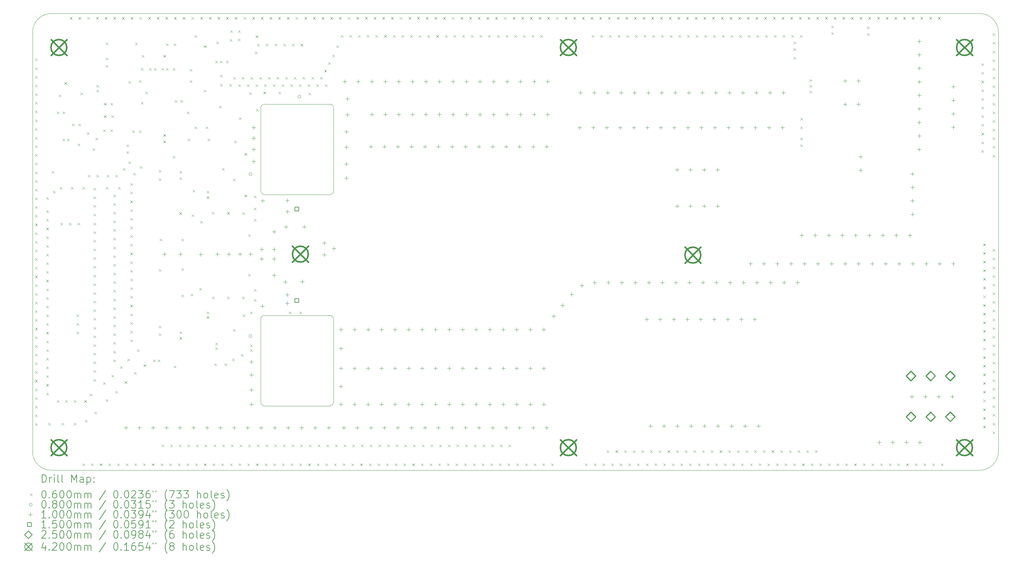
<source format=gbr>
%TF.GenerationSoftware,KiCad,Pcbnew,7.0.10*%
%TF.CreationDate,2024-05-11T12:39:23+02:00*%
%TF.ProjectId,Forte_PA_Deck,466f7274-655f-4504-915f-4465636b2e6b,1.0*%
%TF.SameCoordinates,Original*%
%TF.FileFunction,Drillmap*%
%TF.FilePolarity,Positive*%
%FSLAX45Y45*%
G04 Gerber Fmt 4.5, Leading zero omitted, Abs format (unit mm)*
G04 Created by KiCad (PCBNEW 7.0.10) date 2024-05-11 12:39:23*
%MOMM*%
%LPD*%
G01*
G04 APERTURE LIST*
%ADD10C,0.100000*%
%ADD11C,0.200000*%
%ADD12C,0.150000*%
%ADD13C,0.250000*%
%ADD14C,0.420000*%
G04 APERTURE END LIST*
D10*
X10279289Y-7999999D02*
G75*
G03*
X10379289Y-7900000I1J99999D01*
G01*
X2900000Y-3200000D02*
G75*
G03*
X2400000Y-3700000I0J-500000D01*
G01*
X8447860Y-13495000D02*
G75*
G03*
X8547855Y-13595000I100000J0D01*
G01*
X28000000Y-3700000D02*
G75*
G03*
X27500000Y-3200000I-500000J0D01*
G01*
X10379290Y-5700000D02*
G75*
G03*
X10279289Y-5600000I-100000J0D01*
G01*
X8547855Y-11195000D02*
X10277145Y-11195000D01*
X10279289Y-8000000D02*
X8550000Y-8000000D01*
X8450000Y-7900000D02*
X8450000Y-5700000D01*
X10377145Y-11295000D02*
X10377145Y-13495000D01*
X8550000Y-5600000D02*
G75*
G03*
X8450000Y-5700000I0J-100000D01*
G01*
X10379289Y-5700000D02*
X10379289Y-7900000D01*
X27500000Y-15300000D02*
X2900000Y-15300000D01*
X2400000Y-14800000D02*
X2400000Y-3700000D01*
X10277145Y-13595005D02*
G75*
G03*
X10377145Y-13495000I-5J100005D01*
G01*
X2900000Y-3200000D02*
X27500000Y-3200000D01*
X8450000Y-7900000D02*
G75*
G03*
X8550000Y-8000000I100000J0D01*
G01*
X8550000Y-5600000D02*
X10279289Y-5600000D01*
X10277145Y-13595000D02*
X8547855Y-13595000D01*
X8447855Y-13495000D02*
X8447855Y-11295000D01*
X28000000Y-3700000D02*
X28000000Y-14800000D01*
X8547855Y-11194995D02*
G75*
G03*
X8447855Y-11295000I5J-100005D01*
G01*
X10377150Y-11295000D02*
G75*
G03*
X10277145Y-11195000I-100000J0D01*
G01*
X27500000Y-15300000D02*
G75*
G03*
X28000000Y-14800000I0J500000D01*
G01*
X2400000Y-14800000D02*
G75*
G03*
X2900000Y-15300000I500000J0D01*
G01*
D11*
D10*
X2470000Y-4395000D02*
X2530000Y-4455000D01*
X2530000Y-4395000D02*
X2470000Y-4455000D01*
X2470000Y-4625000D02*
X2530000Y-4685000D01*
X2530000Y-4625000D02*
X2470000Y-4685000D01*
X2470000Y-4855000D02*
X2530000Y-4915000D01*
X2530000Y-4855000D02*
X2470000Y-4915000D01*
X2470000Y-5085000D02*
X2530000Y-5145000D01*
X2530000Y-5085000D02*
X2470000Y-5145000D01*
X2470000Y-5315000D02*
X2530000Y-5375000D01*
X2530000Y-5315000D02*
X2470000Y-5375000D01*
X2470000Y-5545000D02*
X2530000Y-5605000D01*
X2530000Y-5545000D02*
X2470000Y-5605000D01*
X2470000Y-5775000D02*
X2530000Y-5835000D01*
X2530000Y-5775000D02*
X2470000Y-5835000D01*
X2470000Y-6005000D02*
X2530000Y-6065000D01*
X2530000Y-6005000D02*
X2470000Y-6065000D01*
X2470000Y-6235000D02*
X2530000Y-6295000D01*
X2530000Y-6235000D02*
X2470000Y-6295000D01*
X2470000Y-6465000D02*
X2530000Y-6525000D01*
X2530000Y-6465000D02*
X2470000Y-6525000D01*
X2470000Y-6695000D02*
X2530000Y-6755000D01*
X2530000Y-6695000D02*
X2470000Y-6755000D01*
X2470000Y-6925000D02*
X2530000Y-6985000D01*
X2530000Y-6925000D02*
X2470000Y-6985000D01*
X2470000Y-7155000D02*
X2530000Y-7215000D01*
X2530000Y-7155000D02*
X2470000Y-7215000D01*
X2470000Y-7385000D02*
X2530000Y-7445000D01*
X2530000Y-7385000D02*
X2470000Y-7445000D01*
X2470000Y-7615000D02*
X2530000Y-7675000D01*
X2530000Y-7615000D02*
X2470000Y-7675000D01*
X2470000Y-7845000D02*
X2530000Y-7905000D01*
X2530000Y-7845000D02*
X2470000Y-7905000D01*
X2470000Y-8075000D02*
X2530000Y-8135000D01*
X2530000Y-8075000D02*
X2470000Y-8135000D01*
X2470000Y-8305000D02*
X2530000Y-8365000D01*
X2530000Y-8305000D02*
X2470000Y-8365000D01*
X2470000Y-8535000D02*
X2530000Y-8595000D01*
X2530000Y-8535000D02*
X2470000Y-8595000D01*
X2470000Y-8765000D02*
X2530000Y-8825000D01*
X2530000Y-8765000D02*
X2470000Y-8825000D01*
X2470000Y-8995000D02*
X2530000Y-9055000D01*
X2530000Y-8995000D02*
X2470000Y-9055000D01*
X2470000Y-9225000D02*
X2530000Y-9285000D01*
X2530000Y-9225000D02*
X2470000Y-9285000D01*
X2470000Y-9455000D02*
X2530000Y-9515000D01*
X2530000Y-9455000D02*
X2470000Y-9515000D01*
X2470000Y-9685000D02*
X2530000Y-9745000D01*
X2530000Y-9685000D02*
X2470000Y-9745000D01*
X2470000Y-9915000D02*
X2530000Y-9975000D01*
X2530000Y-9915000D02*
X2470000Y-9975000D01*
X2470000Y-10145000D02*
X2530000Y-10205000D01*
X2530000Y-10145000D02*
X2470000Y-10205000D01*
X2470000Y-10375000D02*
X2530000Y-10435000D01*
X2530000Y-10375000D02*
X2470000Y-10435000D01*
X2470000Y-10605000D02*
X2530000Y-10665000D01*
X2530000Y-10605000D02*
X2470000Y-10665000D01*
X2470000Y-10835000D02*
X2530000Y-10895000D01*
X2530000Y-10835000D02*
X2470000Y-10895000D01*
X2470000Y-11065000D02*
X2530000Y-11125000D01*
X2530000Y-11065000D02*
X2470000Y-11125000D01*
X2470000Y-11295000D02*
X2530000Y-11355000D01*
X2530000Y-11295000D02*
X2470000Y-11355000D01*
X2470000Y-11525000D02*
X2530000Y-11585000D01*
X2530000Y-11525000D02*
X2470000Y-11585000D01*
X2470000Y-11755000D02*
X2530000Y-11815000D01*
X2530000Y-11755000D02*
X2470000Y-11815000D01*
X2470000Y-11985000D02*
X2530000Y-12045000D01*
X2530000Y-11985000D02*
X2470000Y-12045000D01*
X2470000Y-12215000D02*
X2530000Y-12275000D01*
X2530000Y-12215000D02*
X2470000Y-12275000D01*
X2470000Y-12445000D02*
X2530000Y-12505000D01*
X2530000Y-12445000D02*
X2470000Y-12505000D01*
X2470000Y-12675000D02*
X2530000Y-12735000D01*
X2530000Y-12675000D02*
X2470000Y-12735000D01*
X2470000Y-12905000D02*
X2530000Y-12965000D01*
X2530000Y-12905000D02*
X2470000Y-12965000D01*
X2470000Y-13135000D02*
X2530000Y-13195000D01*
X2530000Y-13135000D02*
X2470000Y-13195000D01*
X2470000Y-13365000D02*
X2530000Y-13425000D01*
X2530000Y-13365000D02*
X2470000Y-13425000D01*
X2470000Y-13595000D02*
X2530000Y-13655000D01*
X2530000Y-13595000D02*
X2470000Y-13655000D01*
X2470000Y-13825000D02*
X2530000Y-13885000D01*
X2530000Y-13825000D02*
X2470000Y-13885000D01*
X2470000Y-14055000D02*
X2530000Y-14115000D01*
X2530000Y-14055000D02*
X2470000Y-14115000D01*
X2770000Y-8070000D02*
X2830000Y-8130000D01*
X2830000Y-8070000D02*
X2770000Y-8130000D01*
X2770000Y-8415000D02*
X2830000Y-8475000D01*
X2830000Y-8415000D02*
X2770000Y-8475000D01*
X2770000Y-8645000D02*
X2830000Y-8705000D01*
X2830000Y-8645000D02*
X2770000Y-8705000D01*
X2770000Y-8875000D02*
X2830000Y-8935000D01*
X2830000Y-8875000D02*
X2770000Y-8935000D01*
X2770000Y-9105000D02*
X2830000Y-9165000D01*
X2830000Y-9105000D02*
X2770000Y-9165000D01*
X2770000Y-9335000D02*
X2830000Y-9395000D01*
X2830000Y-9335000D02*
X2770000Y-9395000D01*
X2770000Y-9565000D02*
X2830000Y-9625000D01*
X2830000Y-9565000D02*
X2770000Y-9625000D01*
X2770000Y-9795000D02*
X2830000Y-9855000D01*
X2830000Y-9795000D02*
X2770000Y-9855000D01*
X2770000Y-10025000D02*
X2830000Y-10085000D01*
X2830000Y-10025000D02*
X2770000Y-10085000D01*
X2770000Y-10255000D02*
X2830000Y-10315000D01*
X2830000Y-10255000D02*
X2770000Y-10315000D01*
X2770000Y-10485000D02*
X2830000Y-10545000D01*
X2830000Y-10485000D02*
X2770000Y-10545000D01*
X2770000Y-10715000D02*
X2830000Y-10775000D01*
X2830000Y-10715000D02*
X2770000Y-10775000D01*
X2770000Y-10945000D02*
X2830000Y-11005000D01*
X2830000Y-10945000D02*
X2770000Y-11005000D01*
X2770000Y-11175000D02*
X2830000Y-11235000D01*
X2830000Y-11175000D02*
X2770000Y-11235000D01*
X2770000Y-11405000D02*
X2830000Y-11465000D01*
X2830000Y-11405000D02*
X2770000Y-11465000D01*
X2770000Y-11635000D02*
X2830000Y-11695000D01*
X2830000Y-11635000D02*
X2770000Y-11695000D01*
X2770000Y-11865000D02*
X2830000Y-11925000D01*
X2830000Y-11865000D02*
X2770000Y-11925000D01*
X2770000Y-12095000D02*
X2830000Y-12155000D01*
X2830000Y-12095000D02*
X2770000Y-12155000D01*
X2770000Y-12325000D02*
X2830000Y-12385000D01*
X2830000Y-12325000D02*
X2770000Y-12385000D01*
X2770000Y-12555000D02*
X2830000Y-12615000D01*
X2830000Y-12555000D02*
X2770000Y-12615000D01*
X2770000Y-12785000D02*
X2830000Y-12845000D01*
X2830000Y-12785000D02*
X2770000Y-12845000D01*
X2770000Y-13015000D02*
X2830000Y-13075000D01*
X2830000Y-13015000D02*
X2770000Y-13075000D01*
X2770000Y-13245000D02*
X2830000Y-13305000D01*
X2830000Y-13245000D02*
X2770000Y-13305000D01*
X2820000Y-14045000D02*
X2880000Y-14105000D01*
X2880000Y-14045000D02*
X2820000Y-14105000D01*
X2910000Y-7370000D02*
X2970000Y-7430000D01*
X2970000Y-7370000D02*
X2910000Y-7430000D01*
X2945000Y-7895000D02*
X3005000Y-7955000D01*
X3005000Y-7895000D02*
X2945000Y-7955000D01*
X3045000Y-5795000D02*
X3105000Y-5855000D01*
X3105000Y-5795000D02*
X3045000Y-5855000D01*
X3045000Y-13445000D02*
X3105000Y-13505000D01*
X3105000Y-13445000D02*
X3045000Y-13505000D01*
X3095000Y-5345000D02*
X3155000Y-5405000D01*
X3155000Y-5345000D02*
X3095000Y-5405000D01*
X3120000Y-7795000D02*
X3180000Y-7855000D01*
X3180000Y-7795000D02*
X3120000Y-7855000D01*
X3140000Y-8745000D02*
X3200000Y-8805000D01*
X3200000Y-8745000D02*
X3140000Y-8805000D01*
X3170000Y-14045000D02*
X3230000Y-14105000D01*
X3230000Y-14045000D02*
X3170000Y-14105000D01*
X3195000Y-5795000D02*
X3255000Y-5855000D01*
X3255000Y-5795000D02*
X3195000Y-5855000D01*
X3195000Y-6520000D02*
X3255000Y-6580000D01*
X3255000Y-6520000D02*
X3195000Y-6580000D01*
X3245000Y-5020000D02*
X3305000Y-5080000D01*
X3305000Y-5020000D02*
X3245000Y-5080000D01*
X3270000Y-13445000D02*
X3330000Y-13505000D01*
X3330000Y-13445000D02*
X3270000Y-13505000D01*
X3320000Y-6520000D02*
X3380000Y-6580000D01*
X3380000Y-6520000D02*
X3320000Y-6580000D01*
X3370000Y-8745000D02*
X3430000Y-8805000D01*
X3430000Y-8745000D02*
X3370000Y-8805000D01*
X3395000Y-3295000D02*
X3455000Y-3355000D01*
X3455000Y-3295000D02*
X3395000Y-3355000D01*
X3420000Y-7795000D02*
X3480000Y-7855000D01*
X3480000Y-7795000D02*
X3420000Y-7855000D01*
X3445000Y-6120000D02*
X3505000Y-6180000D01*
X3505000Y-6120000D02*
X3445000Y-6180000D01*
X3495000Y-13445000D02*
X3555000Y-13505000D01*
X3555000Y-13445000D02*
X3495000Y-13505000D01*
X3495000Y-14045000D02*
X3555000Y-14105000D01*
X3555000Y-14045000D02*
X3495000Y-14105000D01*
X3570000Y-11170000D02*
X3630000Y-11230000D01*
X3630000Y-11170000D02*
X3570000Y-11230000D01*
X3570000Y-11400000D02*
X3630000Y-11460000D01*
X3630000Y-11400000D02*
X3570000Y-11460000D01*
X3570000Y-11630000D02*
X3630000Y-11690000D01*
X3630000Y-11630000D02*
X3570000Y-11690000D01*
X3595000Y-6645000D02*
X3655000Y-6705000D01*
X3655000Y-6645000D02*
X3595000Y-6705000D01*
X3600000Y-8745000D02*
X3660000Y-8805000D01*
X3660000Y-8745000D02*
X3600000Y-8805000D01*
X3620000Y-6120000D02*
X3680000Y-6180000D01*
X3680000Y-6120000D02*
X3620000Y-6180000D01*
X3625000Y-3295000D02*
X3685000Y-3355000D01*
X3685000Y-3295000D02*
X3625000Y-3355000D01*
X3670000Y-5295000D02*
X3730000Y-5355000D01*
X3730000Y-5295000D02*
X3670000Y-5355000D01*
X3720000Y-7795000D02*
X3780000Y-7855000D01*
X3780000Y-7795000D02*
X3720000Y-7855000D01*
X3725000Y-15120000D02*
X3785000Y-15180000D01*
X3785000Y-15120000D02*
X3725000Y-15180000D01*
X3770000Y-13445000D02*
X3830000Y-13505000D01*
X3830000Y-13445000D02*
X3770000Y-13505000D01*
X3795000Y-13970000D02*
X3855000Y-14030000D01*
X3855000Y-13970000D02*
X3795000Y-14030000D01*
X3845000Y-6345000D02*
X3905000Y-6405000D01*
X3905000Y-6345000D02*
X3845000Y-6405000D01*
X3855000Y-3295000D02*
X3915000Y-3355000D01*
X3915000Y-3295000D02*
X3855000Y-3355000D01*
X3870000Y-7470000D02*
X3930000Y-7530000D01*
X3930000Y-7470000D02*
X3870000Y-7530000D01*
X3920000Y-13270000D02*
X3980000Y-13330000D01*
X3980000Y-13270000D02*
X3920000Y-13330000D01*
X3955000Y-15120000D02*
X4015000Y-15180000D01*
X4015000Y-15120000D02*
X3955000Y-15180000D01*
X3995000Y-6770000D02*
X4055000Y-6830000D01*
X4055000Y-6770000D02*
X3995000Y-6830000D01*
X4020000Y-7820000D02*
X4080000Y-7880000D01*
X4080000Y-7820000D02*
X4020000Y-7880000D01*
X4020000Y-8050000D02*
X4080000Y-8110000D01*
X4080000Y-8050000D02*
X4020000Y-8110000D01*
X4020000Y-8280000D02*
X4080000Y-8340000D01*
X4080000Y-8280000D02*
X4020000Y-8340000D01*
X4020000Y-8510000D02*
X4080000Y-8570000D01*
X4080000Y-8510000D02*
X4020000Y-8570000D01*
X4020000Y-8740000D02*
X4080000Y-8800000D01*
X4080000Y-8740000D02*
X4020000Y-8800000D01*
X4020000Y-8970000D02*
X4080000Y-9030000D01*
X4080000Y-8970000D02*
X4020000Y-9030000D01*
X4020000Y-9200000D02*
X4080000Y-9260000D01*
X4080000Y-9200000D02*
X4020000Y-9260000D01*
X4020000Y-9430000D02*
X4080000Y-9490000D01*
X4080000Y-9430000D02*
X4020000Y-9490000D01*
X4020000Y-9660000D02*
X4080000Y-9720000D01*
X4080000Y-9660000D02*
X4020000Y-9720000D01*
X4020000Y-9890000D02*
X4080000Y-9950000D01*
X4080000Y-9890000D02*
X4020000Y-9950000D01*
X4020000Y-10120000D02*
X4080000Y-10180000D01*
X4080000Y-10120000D02*
X4020000Y-10180000D01*
X4020000Y-10350000D02*
X4080000Y-10410000D01*
X4080000Y-10350000D02*
X4020000Y-10410000D01*
X4020000Y-10580000D02*
X4080000Y-10640000D01*
X4080000Y-10580000D02*
X4020000Y-10640000D01*
X4020000Y-10810000D02*
X4080000Y-10870000D01*
X4080000Y-10810000D02*
X4020000Y-10870000D01*
X4020000Y-11040000D02*
X4080000Y-11100000D01*
X4080000Y-11040000D02*
X4020000Y-11100000D01*
X4020000Y-11270000D02*
X4080000Y-11330000D01*
X4080000Y-11270000D02*
X4020000Y-11330000D01*
X4020000Y-11500000D02*
X4080000Y-11560000D01*
X4080000Y-11500000D02*
X4020000Y-11560000D01*
X4020000Y-11730000D02*
X4080000Y-11790000D01*
X4080000Y-11730000D02*
X4020000Y-11790000D01*
X4020000Y-11960000D02*
X4080000Y-12020000D01*
X4080000Y-11960000D02*
X4020000Y-12020000D01*
X4020000Y-12190000D02*
X4080000Y-12250000D01*
X4080000Y-12190000D02*
X4020000Y-12250000D01*
X4020000Y-12420000D02*
X4080000Y-12480000D01*
X4080000Y-12420000D02*
X4020000Y-12480000D01*
X4020000Y-12650000D02*
X4080000Y-12710000D01*
X4080000Y-12650000D02*
X4020000Y-12710000D01*
X4020000Y-12880000D02*
X4080000Y-12940000D01*
X4080000Y-12880000D02*
X4020000Y-12940000D01*
X4045000Y-13745000D02*
X4105000Y-13805000D01*
X4105000Y-13745000D02*
X4045000Y-13805000D01*
X4070000Y-6495000D02*
X4130000Y-6555000D01*
X4130000Y-6495000D02*
X4070000Y-6555000D01*
X4085000Y-3295000D02*
X4145000Y-3355000D01*
X4145000Y-3295000D02*
X4085000Y-3355000D01*
X4095000Y-5095000D02*
X4155000Y-5155000D01*
X4155000Y-5095000D02*
X4095000Y-5155000D01*
X4095000Y-5220000D02*
X4155000Y-5280000D01*
X4155000Y-5220000D02*
X4095000Y-5280000D01*
X4095000Y-7470000D02*
X4155000Y-7530000D01*
X4155000Y-7470000D02*
X4095000Y-7530000D01*
X4185000Y-15120000D02*
X4245000Y-15180000D01*
X4245000Y-15120000D02*
X4185000Y-15180000D01*
X4270000Y-6270000D02*
X4330000Y-6330000D01*
X4330000Y-6270000D02*
X4270000Y-6330000D01*
X4270000Y-12970000D02*
X4330000Y-13030000D01*
X4330000Y-12970000D02*
X4270000Y-13030000D01*
X4295000Y-5570000D02*
X4355000Y-5630000D01*
X4355000Y-5570000D02*
X4295000Y-5630000D01*
X4295000Y-5895000D02*
X4355000Y-5955000D01*
X4355000Y-5895000D02*
X4295000Y-5955000D01*
X4315000Y-3295000D02*
X4375000Y-3355000D01*
X4375000Y-3295000D02*
X4315000Y-3355000D01*
X4345000Y-3970000D02*
X4405000Y-4030000D01*
X4405000Y-3970000D02*
X4345000Y-4030000D01*
X4345000Y-4370000D02*
X4405000Y-4430000D01*
X4405000Y-4370000D02*
X4345000Y-4430000D01*
X4345000Y-4570000D02*
X4405000Y-4630000D01*
X4405000Y-4570000D02*
X4345000Y-4630000D01*
X4345000Y-7795000D02*
X4405000Y-7855000D01*
X4405000Y-7795000D02*
X4345000Y-7855000D01*
X4345000Y-13420000D02*
X4405000Y-13480000D01*
X4405000Y-13420000D02*
X4345000Y-13480000D01*
X4370000Y-7470000D02*
X4430000Y-7530000D01*
X4430000Y-7470000D02*
X4370000Y-7530000D01*
X4415000Y-15120000D02*
X4475000Y-15180000D01*
X4475000Y-15120000D02*
X4415000Y-15180000D01*
X4470000Y-5570000D02*
X4530000Y-5630000D01*
X4530000Y-5570000D02*
X4470000Y-5630000D01*
X4470000Y-6270000D02*
X4530000Y-6330000D01*
X4530000Y-6270000D02*
X4470000Y-6330000D01*
X4495000Y-5895000D02*
X4555000Y-5955000D01*
X4555000Y-5895000D02*
X4495000Y-5955000D01*
X4495000Y-12770000D02*
X4555000Y-12830000D01*
X4555000Y-12770000D02*
X4495000Y-12830000D01*
X4545000Y-3295000D02*
X4605000Y-3355000D01*
X4605000Y-3295000D02*
X4545000Y-3355000D01*
X4545000Y-7995000D02*
X4605000Y-8055000D01*
X4605000Y-7995000D02*
X4545000Y-8055000D01*
X4545000Y-8225000D02*
X4605000Y-8285000D01*
X4605000Y-8225000D02*
X4545000Y-8285000D01*
X4545000Y-8455000D02*
X4605000Y-8515000D01*
X4605000Y-8455000D02*
X4545000Y-8515000D01*
X4545000Y-8685000D02*
X4605000Y-8745000D01*
X4605000Y-8685000D02*
X4545000Y-8745000D01*
X4545000Y-8915000D02*
X4605000Y-8975000D01*
X4605000Y-8915000D02*
X4545000Y-8975000D01*
X4545000Y-9145000D02*
X4605000Y-9205000D01*
X4605000Y-9145000D02*
X4545000Y-9205000D01*
X4545000Y-9375000D02*
X4605000Y-9435000D01*
X4605000Y-9375000D02*
X4545000Y-9435000D01*
X4545000Y-9605000D02*
X4605000Y-9665000D01*
X4605000Y-9605000D02*
X4545000Y-9665000D01*
X4545000Y-9835000D02*
X4605000Y-9895000D01*
X4605000Y-9835000D02*
X4545000Y-9895000D01*
X4545000Y-10065000D02*
X4605000Y-10125000D01*
X4605000Y-10065000D02*
X4545000Y-10125000D01*
X4545000Y-10295000D02*
X4605000Y-10355000D01*
X4605000Y-10295000D02*
X4545000Y-10355000D01*
X4545000Y-10525000D02*
X4605000Y-10585000D01*
X4605000Y-10525000D02*
X4545000Y-10585000D01*
X4545000Y-10755000D02*
X4605000Y-10815000D01*
X4605000Y-10755000D02*
X4545000Y-10815000D01*
X4545000Y-10985000D02*
X4605000Y-11045000D01*
X4605000Y-10985000D02*
X4545000Y-11045000D01*
X4545000Y-11215000D02*
X4605000Y-11275000D01*
X4605000Y-11215000D02*
X4545000Y-11275000D01*
X4545000Y-11445000D02*
X4605000Y-11505000D01*
X4605000Y-11445000D02*
X4545000Y-11505000D01*
X4545000Y-11675000D02*
X4605000Y-11735000D01*
X4605000Y-11675000D02*
X4545000Y-11735000D01*
X4545000Y-11905000D02*
X4605000Y-11965000D01*
X4605000Y-11905000D02*
X4545000Y-11965000D01*
X4545000Y-12135000D02*
X4605000Y-12195000D01*
X4605000Y-12135000D02*
X4545000Y-12195000D01*
X4545000Y-12365000D02*
X4605000Y-12425000D01*
X4605000Y-12365000D02*
X4545000Y-12425000D01*
X4595000Y-7470000D02*
X4655000Y-7530000D01*
X4655000Y-7470000D02*
X4595000Y-7530000D01*
X4595000Y-13195000D02*
X4655000Y-13255000D01*
X4655000Y-13195000D02*
X4595000Y-13255000D01*
X4645000Y-15120000D02*
X4705000Y-15180000D01*
X4705000Y-15120000D02*
X4645000Y-15180000D01*
X4670000Y-7795000D02*
X4730000Y-7855000D01*
X4730000Y-7795000D02*
X4670000Y-7855000D01*
X4720000Y-12545000D02*
X4780000Y-12605000D01*
X4780000Y-12545000D02*
X4720000Y-12605000D01*
X4775000Y-3295000D02*
X4835000Y-3355000D01*
X4835000Y-3295000D02*
X4775000Y-3355000D01*
X4795000Y-7295000D02*
X4855000Y-7355000D01*
X4855000Y-7295000D02*
X4795000Y-7355000D01*
X4845000Y-12945000D02*
X4905000Y-13005000D01*
X4905000Y-12945000D02*
X4845000Y-13005000D01*
X4875000Y-15120000D02*
X4935000Y-15180000D01*
X4935000Y-15120000D02*
X4875000Y-15180000D01*
X4895000Y-6670000D02*
X4955000Y-6730000D01*
X4955000Y-6670000D02*
X4895000Y-6730000D01*
X4895000Y-6845000D02*
X4955000Y-6905000D01*
X4955000Y-6845000D02*
X4895000Y-6905000D01*
X4920000Y-12345000D02*
X4980000Y-12405000D01*
X4980000Y-12345000D02*
X4920000Y-12405000D01*
X4945000Y-4995000D02*
X5005000Y-5055000D01*
X5005000Y-4995000D02*
X4945000Y-5055000D01*
X4945000Y-7120000D02*
X5005000Y-7180000D01*
X5005000Y-7120000D02*
X4945000Y-7180000D01*
X4995000Y-7695000D02*
X5055000Y-7755000D01*
X5055000Y-7695000D02*
X4995000Y-7755000D01*
X4995000Y-7925000D02*
X5055000Y-7985000D01*
X5055000Y-7925000D02*
X4995000Y-7985000D01*
X4995000Y-8155000D02*
X5055000Y-8215000D01*
X5055000Y-8155000D02*
X4995000Y-8215000D01*
X4995000Y-8385000D02*
X5055000Y-8445000D01*
X5055000Y-8385000D02*
X4995000Y-8445000D01*
X4995000Y-8615000D02*
X5055000Y-8675000D01*
X5055000Y-8615000D02*
X4995000Y-8675000D01*
X4995000Y-8845000D02*
X5055000Y-8905000D01*
X5055000Y-8845000D02*
X4995000Y-8905000D01*
X4995000Y-9075000D02*
X5055000Y-9135000D01*
X5055000Y-9075000D02*
X4995000Y-9135000D01*
X4995000Y-9305000D02*
X5055000Y-9365000D01*
X5055000Y-9305000D02*
X4995000Y-9365000D01*
X4995000Y-9535000D02*
X5055000Y-9595000D01*
X5055000Y-9535000D02*
X4995000Y-9595000D01*
X4995000Y-9765000D02*
X5055000Y-9825000D01*
X5055000Y-9765000D02*
X4995000Y-9825000D01*
X4995000Y-9995000D02*
X5055000Y-10055000D01*
X5055000Y-9995000D02*
X4995000Y-10055000D01*
X4995000Y-10225000D02*
X5055000Y-10285000D01*
X5055000Y-10225000D02*
X4995000Y-10285000D01*
X4995000Y-10455000D02*
X5055000Y-10515000D01*
X5055000Y-10455000D02*
X4995000Y-10515000D01*
X4995000Y-10685000D02*
X5055000Y-10745000D01*
X5055000Y-10685000D02*
X4995000Y-10745000D01*
X4995000Y-10915000D02*
X5055000Y-10975000D01*
X5055000Y-10915000D02*
X4995000Y-10975000D01*
X4995000Y-11145000D02*
X5055000Y-11205000D01*
X5055000Y-11145000D02*
X4995000Y-11205000D01*
X4995000Y-11375000D02*
X5055000Y-11435000D01*
X5055000Y-11375000D02*
X4995000Y-11435000D01*
X4995000Y-11605000D02*
X5055000Y-11665000D01*
X5055000Y-11605000D02*
X4995000Y-11665000D01*
X4995000Y-11835000D02*
X5055000Y-11895000D01*
X5055000Y-11835000D02*
X4995000Y-11895000D01*
X5005000Y-3295000D02*
X5065000Y-3355000D01*
X5065000Y-3295000D02*
X5005000Y-3355000D01*
X5045000Y-6295000D02*
X5105000Y-6355000D01*
X5105000Y-6295000D02*
X5045000Y-6355000D01*
X5070000Y-7420000D02*
X5130000Y-7480000D01*
X5130000Y-7420000D02*
X5070000Y-7480000D01*
X5095000Y-12695000D02*
X5155000Y-12755000D01*
X5155000Y-12695000D02*
X5095000Y-12755000D01*
X5105000Y-15120000D02*
X5165000Y-15180000D01*
X5165000Y-15120000D02*
X5105000Y-15180000D01*
X5120000Y-3970000D02*
X5180000Y-4030000D01*
X5180000Y-3970000D02*
X5120000Y-4030000D01*
X5170000Y-12095000D02*
X5230000Y-12155000D01*
X5230000Y-12095000D02*
X5170000Y-12155000D01*
X5220000Y-4970000D02*
X5280000Y-5030000D01*
X5280000Y-4970000D02*
X5220000Y-5030000D01*
X5220000Y-6295000D02*
X5280000Y-6355000D01*
X5280000Y-6295000D02*
X5220000Y-6355000D01*
X5235000Y-3295000D02*
X5295000Y-3355000D01*
X5295000Y-3295000D02*
X5235000Y-3355000D01*
X5245000Y-7245000D02*
X5305000Y-7305000D01*
X5305000Y-7245000D02*
X5245000Y-7305000D01*
X5270000Y-4645000D02*
X5330000Y-4705000D01*
X5330000Y-4645000D02*
X5270000Y-4705000D01*
X5270000Y-5545000D02*
X5330000Y-5605000D01*
X5330000Y-5545000D02*
X5270000Y-5605000D01*
X5295000Y-4295000D02*
X5355000Y-4355000D01*
X5355000Y-4295000D02*
X5295000Y-4355000D01*
X5335000Y-15120000D02*
X5395000Y-15180000D01*
X5395000Y-15120000D02*
X5335000Y-15180000D01*
X5345000Y-12495000D02*
X5405000Y-12555000D01*
X5405000Y-12495000D02*
X5345000Y-12555000D01*
X5395000Y-5270000D02*
X5455000Y-5330000D01*
X5455000Y-5270000D02*
X5395000Y-5330000D01*
X5465000Y-3295000D02*
X5525000Y-3355000D01*
X5525000Y-3295000D02*
X5465000Y-3355000D01*
X5495000Y-4645000D02*
X5555000Y-4705000D01*
X5555000Y-4645000D02*
X5495000Y-4705000D01*
X5565000Y-15120000D02*
X5625000Y-15180000D01*
X5625000Y-15120000D02*
X5565000Y-15180000D01*
X5595000Y-12370000D02*
X5655000Y-12430000D01*
X5655000Y-12370000D02*
X5595000Y-12430000D01*
X5620000Y-4645000D02*
X5680000Y-4705000D01*
X5680000Y-4645000D02*
X5620000Y-4705000D01*
X5695000Y-3295000D02*
X5755000Y-3355000D01*
X5755000Y-3295000D02*
X5695000Y-3355000D01*
X5720000Y-12370000D02*
X5780000Y-12430000D01*
X5780000Y-12370000D02*
X5720000Y-12430000D01*
X5745000Y-7345000D02*
X5805000Y-7405000D01*
X5805000Y-7345000D02*
X5745000Y-7405000D01*
X5745000Y-7570000D02*
X5805000Y-7630000D01*
X5805000Y-7570000D02*
X5745000Y-7630000D01*
X5745000Y-9970000D02*
X5805000Y-10030000D01*
X5805000Y-9970000D02*
X5745000Y-10030000D01*
X5745000Y-11470000D02*
X5805000Y-11530000D01*
X5805000Y-11470000D02*
X5745000Y-11530000D01*
X5745000Y-11670000D02*
X5805000Y-11730000D01*
X5805000Y-11670000D02*
X5745000Y-11730000D01*
X5770000Y-9170000D02*
X5830000Y-9230000D01*
X5830000Y-9170000D02*
X5770000Y-9230000D01*
X5795000Y-15120000D02*
X5855000Y-15180000D01*
X5855000Y-15120000D02*
X5795000Y-15180000D01*
X5820000Y-4645000D02*
X5880000Y-4705000D01*
X5880000Y-4645000D02*
X5820000Y-4705000D01*
X5820000Y-14620000D02*
X5880000Y-14680000D01*
X5880000Y-14620000D02*
X5820000Y-14680000D01*
X5870000Y-4295000D02*
X5930000Y-4355000D01*
X5930000Y-4295000D02*
X5870000Y-4355000D01*
X5870000Y-6395000D02*
X5930000Y-6455000D01*
X5930000Y-6395000D02*
X5870000Y-6455000D01*
X5870000Y-6570000D02*
X5930000Y-6630000D01*
X5930000Y-6570000D02*
X5870000Y-6630000D01*
X5925000Y-3295000D02*
X5985000Y-3355000D01*
X5985000Y-3295000D02*
X5925000Y-3355000D01*
X5945000Y-3995000D02*
X6005000Y-4055000D01*
X6005000Y-3995000D02*
X5945000Y-4055000D01*
X5945000Y-4645000D02*
X6005000Y-4705000D01*
X6005000Y-4645000D02*
X5945000Y-4705000D01*
X6025000Y-15120000D02*
X6085000Y-15180000D01*
X6085000Y-15120000D02*
X6025000Y-15180000D01*
X6050000Y-14620000D02*
X6110000Y-14680000D01*
X6110000Y-14620000D02*
X6050000Y-14680000D01*
X6120000Y-4645000D02*
X6180000Y-4705000D01*
X6180000Y-4645000D02*
X6120000Y-4705000D01*
X6121500Y-6976000D02*
X6181500Y-7036000D01*
X6181500Y-6976000D02*
X6121500Y-7036000D01*
X6145000Y-3995000D02*
X6205000Y-4055000D01*
X6205000Y-3995000D02*
X6145000Y-4055000D01*
X6148500Y-12525000D02*
X6208500Y-12585000D01*
X6208500Y-12525000D02*
X6148500Y-12585000D01*
X6155000Y-3295000D02*
X6215000Y-3355000D01*
X6215000Y-3295000D02*
X6155000Y-3355000D01*
X6170000Y-5495000D02*
X6230000Y-5555000D01*
X6230000Y-5495000D02*
X6170000Y-5555000D01*
X6255000Y-15120000D02*
X6315000Y-15180000D01*
X6315000Y-15120000D02*
X6255000Y-15180000D01*
X6280000Y-14620000D02*
X6340000Y-14680000D01*
X6340000Y-14620000D02*
X6280000Y-14680000D01*
X6293130Y-8467479D02*
X6353130Y-8527479D01*
X6353130Y-8467479D02*
X6293130Y-8527479D01*
X6295000Y-7370000D02*
X6355000Y-7430000D01*
X6355000Y-7370000D02*
X6295000Y-7430000D01*
X6295000Y-7545000D02*
X6355000Y-7605000D01*
X6355000Y-7545000D02*
X6295000Y-7605000D01*
X6295000Y-11620000D02*
X6355000Y-11680000D01*
X6355000Y-11620000D02*
X6295000Y-11680000D01*
X6295000Y-11770000D02*
X6355000Y-11830000D01*
X6355000Y-11770000D02*
X6295000Y-11830000D01*
X6320000Y-5495000D02*
X6380000Y-5555000D01*
X6380000Y-5495000D02*
X6320000Y-5555000D01*
X6345000Y-9170000D02*
X6405000Y-9230000D01*
X6405000Y-9170000D02*
X6345000Y-9230000D01*
X6345000Y-9945000D02*
X6405000Y-10005000D01*
X6405000Y-9945000D02*
X6345000Y-10005000D01*
X6345000Y-10645000D02*
X6405000Y-10705000D01*
X6405000Y-10645000D02*
X6345000Y-10705000D01*
X6385000Y-3295000D02*
X6445000Y-3355000D01*
X6445000Y-3295000D02*
X6385000Y-3355000D01*
X6485000Y-15120000D02*
X6545000Y-15180000D01*
X6545000Y-15120000D02*
X6485000Y-15180000D01*
X6495000Y-5795000D02*
X6555000Y-5855000D01*
X6555000Y-5795000D02*
X6495000Y-5855000D01*
X6510000Y-14620000D02*
X6570000Y-14680000D01*
X6570000Y-14620000D02*
X6510000Y-14680000D01*
X6520000Y-6520000D02*
X6580000Y-6580000D01*
X6580000Y-6520000D02*
X6520000Y-6580000D01*
X6570000Y-4670000D02*
X6630000Y-4730000D01*
X6630000Y-4670000D02*
X6570000Y-4730000D01*
X6570000Y-4970000D02*
X6630000Y-5030000D01*
X6630000Y-4970000D02*
X6570000Y-5030000D01*
X6595000Y-10620000D02*
X6655000Y-10680000D01*
X6655000Y-10620000D02*
X6595000Y-10680000D01*
X6615000Y-3295000D02*
X6675000Y-3355000D01*
X6675000Y-3295000D02*
X6615000Y-3355000D01*
X6620000Y-8520000D02*
X6680000Y-8580000D01*
X6680000Y-8520000D02*
X6620000Y-8580000D01*
X6645000Y-7870000D02*
X6705000Y-7930000D01*
X6705000Y-7870000D02*
X6645000Y-7930000D01*
X6695000Y-3770000D02*
X6755000Y-3830000D01*
X6755000Y-3770000D02*
X6695000Y-3830000D01*
X6695000Y-6195000D02*
X6755000Y-6255000D01*
X6755000Y-6195000D02*
X6695000Y-6255000D01*
X6715000Y-15120000D02*
X6775000Y-15180000D01*
X6775000Y-15120000D02*
X6715000Y-15180000D01*
X6740000Y-14620000D02*
X6800000Y-14680000D01*
X6800000Y-14620000D02*
X6740000Y-14680000D01*
X6820000Y-10470000D02*
X6880000Y-10530000D01*
X6880000Y-10470000D02*
X6820000Y-10530000D01*
X6845000Y-3295000D02*
X6905000Y-3355000D01*
X6905000Y-3295000D02*
X6845000Y-3355000D01*
X6845000Y-8695000D02*
X6905000Y-8755000D01*
X6905000Y-8695000D02*
X6845000Y-8755000D01*
X6940000Y-5220000D02*
X7000000Y-5280000D01*
X7000000Y-5220000D02*
X6940000Y-5280000D01*
X6945000Y-4045000D02*
X7005000Y-4105000D01*
X7005000Y-4045000D02*
X6945000Y-4105000D01*
X6945000Y-15120000D02*
X7005000Y-15180000D01*
X7005000Y-15120000D02*
X6945000Y-15180000D01*
X6970000Y-14620000D02*
X7030000Y-14680000D01*
X7030000Y-14620000D02*
X6970000Y-14680000D01*
X6995000Y-6195000D02*
X7055000Y-6255000D01*
X7055000Y-6195000D02*
X6995000Y-6255000D01*
X7020000Y-7895000D02*
X7080000Y-7955000D01*
X7080000Y-7895000D02*
X7020000Y-7955000D01*
X7020000Y-8045000D02*
X7080000Y-8105000D01*
X7080000Y-8045000D02*
X7020000Y-8105000D01*
X7020000Y-11095000D02*
X7080000Y-11155000D01*
X7080000Y-11095000D02*
X7020000Y-11155000D01*
X7020000Y-11220000D02*
X7080000Y-11280000D01*
X7080000Y-11220000D02*
X7020000Y-11280000D01*
X7045000Y-6520000D02*
X7105000Y-6580000D01*
X7105000Y-6520000D02*
X7045000Y-6580000D01*
X7075000Y-3295000D02*
X7135000Y-3355000D01*
X7135000Y-3295000D02*
X7075000Y-3355000D01*
X7155000Y-8457500D02*
X7215000Y-8517500D01*
X7215000Y-8457500D02*
X7155000Y-8517500D01*
X7160000Y-10700000D02*
X7220000Y-10760000D01*
X7220000Y-10700000D02*
X7160000Y-10760000D01*
X7175000Y-15120000D02*
X7235000Y-15180000D01*
X7235000Y-15120000D02*
X7175000Y-15180000D01*
X7200000Y-14620000D02*
X7260000Y-14680000D01*
X7260000Y-14620000D02*
X7200000Y-14680000D01*
X7220000Y-12470000D02*
X7280000Y-12530000D01*
X7280000Y-12470000D02*
X7220000Y-12530000D01*
X7245000Y-11920000D02*
X7305000Y-11980000D01*
X7305000Y-11920000D02*
X7245000Y-11980000D01*
X7245000Y-12045000D02*
X7305000Y-12105000D01*
X7305000Y-12045000D02*
X7245000Y-12105000D01*
X7246660Y-4453100D02*
X7306660Y-4513100D01*
X7306660Y-4453100D02*
X7246660Y-4513100D01*
X7270000Y-3945000D02*
X7330000Y-4005000D01*
X7330000Y-3945000D02*
X7270000Y-4005000D01*
X7305000Y-3295000D02*
X7365000Y-3355000D01*
X7365000Y-3295000D02*
X7305000Y-3355000D01*
X7345000Y-5645000D02*
X7405000Y-5705000D01*
X7405000Y-5645000D02*
X7345000Y-5705000D01*
X7366660Y-4453100D02*
X7426660Y-4513100D01*
X7426660Y-4453100D02*
X7366660Y-4513100D01*
X7370000Y-4820000D02*
X7430000Y-4880000D01*
X7430000Y-4820000D02*
X7370000Y-4880000D01*
X7370000Y-5070000D02*
X7430000Y-5130000D01*
X7430000Y-5070000D02*
X7370000Y-5130000D01*
X7405000Y-15120000D02*
X7465000Y-15180000D01*
X7465000Y-15120000D02*
X7405000Y-15180000D01*
X7420000Y-7295000D02*
X7480000Y-7355000D01*
X7480000Y-7295000D02*
X7420000Y-7355000D01*
X7430000Y-14620000D02*
X7490000Y-14680000D01*
X7490000Y-14620000D02*
X7430000Y-14680000D01*
X7495000Y-12470000D02*
X7555000Y-12530000D01*
X7555000Y-12470000D02*
X7495000Y-12530000D01*
X7535000Y-3295000D02*
X7595000Y-3355000D01*
X7595000Y-3295000D02*
X7535000Y-3355000D01*
X7536660Y-4453100D02*
X7596660Y-4513100D01*
X7596660Y-4453100D02*
X7536660Y-4513100D01*
X7560000Y-8460000D02*
X7620000Y-8520000D01*
X7620000Y-8460000D02*
X7560000Y-8520000D01*
X7560000Y-10700000D02*
X7620000Y-10760000D01*
X7620000Y-10700000D02*
X7560000Y-10760000D01*
X7620000Y-5070000D02*
X7680000Y-5130000D01*
X7680000Y-5070000D02*
X7620000Y-5130000D01*
X7628100Y-3871440D02*
X7688100Y-3931440D01*
X7688100Y-3871440D02*
X7628100Y-3931440D01*
X7635000Y-15120000D02*
X7695000Y-15180000D01*
X7695000Y-15120000D02*
X7635000Y-15180000D01*
X7645000Y-3645000D02*
X7705000Y-3705000D01*
X7705000Y-3645000D02*
X7645000Y-3705000D01*
X7660000Y-14620000D02*
X7720000Y-14680000D01*
X7720000Y-14620000D02*
X7660000Y-14680000D01*
X7695000Y-12345000D02*
X7755000Y-12405000D01*
X7755000Y-12345000D02*
X7695000Y-12405000D01*
X7710000Y-11565000D02*
X7770000Y-11625000D01*
X7770000Y-11565000D02*
X7710000Y-11625000D01*
X7715000Y-7575000D02*
X7775000Y-7635000D01*
X7775000Y-7575000D02*
X7715000Y-7635000D01*
X7720780Y-4884900D02*
X7780780Y-4944900D01*
X7780780Y-4884900D02*
X7720780Y-4944900D01*
X7745000Y-6570000D02*
X7805000Y-6630000D01*
X7805000Y-6570000D02*
X7745000Y-6630000D01*
X7765000Y-3295000D02*
X7825000Y-3355000D01*
X7825000Y-3295000D02*
X7765000Y-3355000D01*
X7844000Y-3866360D02*
X7904000Y-3926360D01*
X7904000Y-3866360D02*
X7844000Y-3926360D01*
X7846540Y-3645000D02*
X7906540Y-3705000D01*
X7906540Y-3645000D02*
X7846540Y-3705000D01*
X7852860Y-5075400D02*
X7912860Y-5135400D01*
X7912860Y-5075400D02*
X7852860Y-5135400D01*
X7865000Y-15120000D02*
X7925000Y-15180000D01*
X7925000Y-15120000D02*
X7865000Y-15180000D01*
X7870000Y-5950000D02*
X7930000Y-6010000D01*
X7930000Y-5950000D02*
X7870000Y-6010000D01*
X7890000Y-14620000D02*
X7950000Y-14680000D01*
X7950000Y-14620000D02*
X7890000Y-14680000D01*
X7920000Y-12220000D02*
X7980000Y-12280000D01*
X7980000Y-12220000D02*
X7920000Y-12280000D01*
X7950780Y-4884900D02*
X8010780Y-4944900D01*
X8010780Y-4884900D02*
X7950780Y-4944900D01*
X7960000Y-10700000D02*
X8020000Y-10760000D01*
X8020000Y-10700000D02*
X7960000Y-10760000D01*
X7965000Y-8462500D02*
X8025000Y-8522500D01*
X8025000Y-8462500D02*
X7965000Y-8522500D01*
X7970000Y-11170000D02*
X8030000Y-11230000D01*
X8030000Y-11170000D02*
X7970000Y-11230000D01*
X7995000Y-3295000D02*
X8055000Y-3355000D01*
X8055000Y-3295000D02*
X7995000Y-3355000D01*
X8020000Y-6895000D02*
X8080000Y-6955000D01*
X8080000Y-6895000D02*
X8020000Y-6955000D01*
X8020000Y-7995000D02*
X8080000Y-8055000D01*
X8080000Y-7995000D02*
X8020000Y-8055000D01*
X8082860Y-5075400D02*
X8142860Y-5135400D01*
X8142860Y-5075400D02*
X8082860Y-5135400D01*
X8095000Y-15120000D02*
X8155000Y-15180000D01*
X8155000Y-15120000D02*
X8095000Y-15180000D01*
X8120000Y-9045000D02*
X8180000Y-9105000D01*
X8180000Y-9045000D02*
X8120000Y-9105000D01*
X8120000Y-10095000D02*
X8180000Y-10155000D01*
X8180000Y-10095000D02*
X8120000Y-10155000D01*
X8120000Y-14620000D02*
X8180000Y-14680000D01*
X8180000Y-14620000D02*
X8120000Y-14680000D01*
X8140099Y-5290000D02*
X8200099Y-5350000D01*
X8200099Y-5290000D02*
X8140099Y-5350000D01*
X8170000Y-11095000D02*
X8230000Y-11155000D01*
X8230000Y-11095000D02*
X8170000Y-11155000D01*
X8170000Y-11970000D02*
X8230000Y-12030000D01*
X8230000Y-11970000D02*
X8170000Y-12030000D01*
X8170000Y-12095000D02*
X8230000Y-12155000D01*
X8230000Y-12095000D02*
X8170000Y-12155000D01*
X8180780Y-4884900D02*
X8240780Y-4944900D01*
X8240780Y-4884900D02*
X8180780Y-4944900D01*
X8225000Y-3295000D02*
X8285000Y-3355000D01*
X8285000Y-3295000D02*
X8225000Y-3355000D01*
X8270000Y-8020000D02*
X8330000Y-8080000D01*
X8330000Y-8020000D02*
X8270000Y-8080000D01*
X8270000Y-8345000D02*
X8330000Y-8405000D01*
X8330000Y-8345000D02*
X8270000Y-8405000D01*
X8270000Y-8645000D02*
X8330000Y-8705000D01*
X8330000Y-8645000D02*
X8270000Y-8705000D01*
X8270000Y-10495000D02*
X8330000Y-10555000D01*
X8330000Y-10495000D02*
X8270000Y-10555000D01*
X8270000Y-10770000D02*
X8330000Y-10830000D01*
X8330000Y-10770000D02*
X8270000Y-10830000D01*
X8298660Y-4214340D02*
X8358660Y-4274340D01*
X8358660Y-4214340D02*
X8298660Y-4274340D01*
X8312860Y-5075400D02*
X8372860Y-5135400D01*
X8372860Y-5075400D02*
X8312860Y-5135400D01*
X8316440Y-3782540D02*
X8376440Y-3842540D01*
X8376440Y-3782540D02*
X8316440Y-3842540D01*
X8325000Y-15120000D02*
X8385000Y-15180000D01*
X8385000Y-15120000D02*
X8325000Y-15180000D01*
X8330000Y-5730000D02*
X8390000Y-5790000D01*
X8390000Y-5730000D02*
X8330000Y-5790000D01*
X8350000Y-14620000D02*
X8410000Y-14680000D01*
X8410000Y-14620000D02*
X8350000Y-14680000D01*
X8356560Y-4003520D02*
X8416560Y-4063520D01*
X8416560Y-4003520D02*
X8356560Y-4063520D01*
X8410780Y-4884900D02*
X8470780Y-4944900D01*
X8470780Y-4884900D02*
X8410780Y-4944900D01*
X8455000Y-3295000D02*
X8515000Y-3355000D01*
X8515000Y-3295000D02*
X8455000Y-3355000D01*
X8520000Y-5270000D02*
X8580000Y-5330000D01*
X8580000Y-5270000D02*
X8520000Y-5330000D01*
X8542860Y-5075400D02*
X8602860Y-5135400D01*
X8602860Y-5075400D02*
X8542860Y-5135400D01*
X8555000Y-15120000D02*
X8615000Y-15180000D01*
X8615000Y-15120000D02*
X8555000Y-15180000D01*
X8580000Y-14620000D02*
X8640000Y-14680000D01*
X8640000Y-14620000D02*
X8580000Y-14680000D01*
X8586560Y-4003520D02*
X8646560Y-4063520D01*
X8646560Y-4003520D02*
X8586560Y-4063520D01*
X8640780Y-4884900D02*
X8700780Y-4944900D01*
X8700780Y-4884900D02*
X8640780Y-4944900D01*
X8685000Y-3295000D02*
X8745000Y-3355000D01*
X8745000Y-3295000D02*
X8685000Y-3355000D01*
X8772860Y-5075400D02*
X8832860Y-5135400D01*
X8832860Y-5075400D02*
X8772860Y-5135400D01*
X8785000Y-15120000D02*
X8845000Y-15180000D01*
X8845000Y-15120000D02*
X8785000Y-15180000D01*
X8810000Y-14620000D02*
X8870000Y-14680000D01*
X8870000Y-14620000D02*
X8810000Y-14680000D01*
X8816560Y-4003520D02*
X8876560Y-4063520D01*
X8876560Y-4003520D02*
X8816560Y-4063520D01*
X8870780Y-4884900D02*
X8930780Y-4944900D01*
X8930780Y-4884900D02*
X8870780Y-4944900D01*
X8915000Y-3295000D02*
X8975000Y-3355000D01*
X8975000Y-3295000D02*
X8915000Y-3355000D01*
X8920000Y-5270000D02*
X8980000Y-5330000D01*
X8980000Y-5270000D02*
X8920000Y-5330000D01*
X9002860Y-5075400D02*
X9062860Y-5135400D01*
X9062860Y-5075400D02*
X9002860Y-5135400D01*
X9015000Y-15120000D02*
X9075000Y-15180000D01*
X9075000Y-15120000D02*
X9015000Y-15180000D01*
X9040000Y-14620000D02*
X9100000Y-14680000D01*
X9100000Y-14620000D02*
X9040000Y-14680000D01*
X9046560Y-4003520D02*
X9106560Y-4063520D01*
X9106560Y-4003520D02*
X9046560Y-4063520D01*
X9100780Y-4884900D02*
X9160780Y-4944900D01*
X9160780Y-4884900D02*
X9100780Y-4944900D01*
X9145000Y-3295000D02*
X9205000Y-3355000D01*
X9205000Y-3295000D02*
X9145000Y-3355000D01*
X9195000Y-11095000D02*
X9255000Y-11155000D01*
X9255000Y-11095000D02*
X9195000Y-11155000D01*
X9232860Y-5075400D02*
X9292860Y-5135400D01*
X9292860Y-5075400D02*
X9232860Y-5135400D01*
X9245000Y-15120000D02*
X9305000Y-15180000D01*
X9305000Y-15120000D02*
X9245000Y-15180000D01*
X9270000Y-14620000D02*
X9330000Y-14680000D01*
X9330000Y-14620000D02*
X9270000Y-14680000D01*
X9276560Y-4003520D02*
X9336560Y-4063520D01*
X9336560Y-4003520D02*
X9276560Y-4063520D01*
X9330780Y-4884900D02*
X9390780Y-4944900D01*
X9390780Y-4884900D02*
X9330780Y-4944900D01*
X9375000Y-3295000D02*
X9435000Y-3355000D01*
X9435000Y-3295000D02*
X9375000Y-3355000D01*
X9462860Y-5075400D02*
X9522860Y-5135400D01*
X9522860Y-5075400D02*
X9462860Y-5135400D01*
X9470000Y-11095000D02*
X9530000Y-11155000D01*
X9530000Y-11095000D02*
X9470000Y-11155000D01*
X9475000Y-15120000D02*
X9535000Y-15180000D01*
X9535000Y-15120000D02*
X9475000Y-15180000D01*
X9500000Y-14620000D02*
X9560000Y-14680000D01*
X9560000Y-14620000D02*
X9500000Y-14680000D01*
X9502620Y-4006060D02*
X9562620Y-4066060D01*
X9562620Y-4006060D02*
X9502620Y-4066060D01*
X9560780Y-4884900D02*
X9620780Y-4944900D01*
X9620780Y-4884900D02*
X9560780Y-4944900D01*
X9605000Y-3295000D02*
X9665000Y-3355000D01*
X9665000Y-3295000D02*
X9605000Y-3355000D01*
X9692860Y-5075400D02*
X9752860Y-5135400D01*
X9752860Y-5075400D02*
X9692860Y-5135400D01*
X9705000Y-15120000D02*
X9765000Y-15180000D01*
X9765000Y-15120000D02*
X9705000Y-15180000D01*
X9720000Y-5295000D02*
X9780000Y-5355000D01*
X9780000Y-5295000D02*
X9720000Y-5355000D01*
X9730000Y-14620000D02*
X9790000Y-14680000D01*
X9790000Y-14620000D02*
X9730000Y-14680000D01*
X9790780Y-4884900D02*
X9850780Y-4944900D01*
X9850780Y-4884900D02*
X9790780Y-4944900D01*
X9835000Y-3295000D02*
X9895000Y-3355000D01*
X9895000Y-3295000D02*
X9835000Y-3355000D01*
X9922860Y-5075400D02*
X9982860Y-5135400D01*
X9982860Y-5075400D02*
X9922860Y-5135400D01*
X9935000Y-15120000D02*
X9995000Y-15180000D01*
X9995000Y-15120000D02*
X9935000Y-15180000D01*
X9960000Y-14620000D02*
X10020000Y-14680000D01*
X10020000Y-14620000D02*
X9960000Y-14680000D01*
X10020780Y-4884900D02*
X10080780Y-4944900D01*
X10080780Y-4884900D02*
X10020780Y-4944900D01*
X10065000Y-3295000D02*
X10125000Y-3355000D01*
X10125000Y-3295000D02*
X10065000Y-3355000D01*
X10132540Y-4691860D02*
X10192540Y-4751860D01*
X10192540Y-4691860D02*
X10132540Y-4751860D01*
X10152860Y-5075400D02*
X10212860Y-5135400D01*
X10212860Y-5075400D02*
X10152860Y-5135400D01*
X10165000Y-15120000D02*
X10225000Y-15180000D01*
X10225000Y-15120000D02*
X10165000Y-15180000D01*
X10190000Y-14620000D02*
X10250000Y-14680000D01*
X10250000Y-14620000D02*
X10190000Y-14680000D01*
X10236680Y-4493740D02*
X10296680Y-4553740D01*
X10296680Y-4493740D02*
X10236680Y-4553740D01*
X10295000Y-3295000D02*
X10355000Y-3355000D01*
X10355000Y-3295000D02*
X10295000Y-3355000D01*
X10345900Y-4290540D02*
X10405900Y-4350540D01*
X10405900Y-4290540D02*
X10345900Y-4350540D01*
X10395000Y-15120000D02*
X10455000Y-15180000D01*
X10455000Y-15120000D02*
X10395000Y-15180000D01*
X10420000Y-14620000D02*
X10480000Y-14680000D01*
X10480000Y-14620000D02*
X10420000Y-14680000D01*
X10455120Y-4044160D02*
X10515120Y-4104160D01*
X10515120Y-4044160D02*
X10455120Y-4104160D01*
X10525000Y-3295000D02*
X10585000Y-3355000D01*
X10585000Y-3295000D02*
X10525000Y-3355000D01*
X10570000Y-3770000D02*
X10630000Y-3830000D01*
X10630000Y-3770000D02*
X10570000Y-3830000D01*
X10625000Y-15120000D02*
X10685000Y-15180000D01*
X10685000Y-15120000D02*
X10625000Y-15180000D01*
X10650000Y-14620000D02*
X10710000Y-14680000D01*
X10710000Y-14620000D02*
X10650000Y-14680000D01*
X10755000Y-3295000D02*
X10815000Y-3355000D01*
X10815000Y-3295000D02*
X10755000Y-3355000D01*
X10800000Y-3770000D02*
X10860000Y-3830000D01*
X10860000Y-3770000D02*
X10800000Y-3830000D01*
X10855000Y-15120000D02*
X10915000Y-15180000D01*
X10915000Y-15120000D02*
X10855000Y-15180000D01*
X10880000Y-14620000D02*
X10940000Y-14680000D01*
X10940000Y-14620000D02*
X10880000Y-14680000D01*
X10985000Y-3295000D02*
X11045000Y-3355000D01*
X11045000Y-3295000D02*
X10985000Y-3355000D01*
X11030000Y-3770000D02*
X11090000Y-3830000D01*
X11090000Y-3770000D02*
X11030000Y-3830000D01*
X11085000Y-15120000D02*
X11145000Y-15180000D01*
X11145000Y-15120000D02*
X11085000Y-15180000D01*
X11110000Y-14620000D02*
X11170000Y-14680000D01*
X11170000Y-14620000D02*
X11110000Y-14680000D01*
X11215000Y-3295000D02*
X11275000Y-3355000D01*
X11275000Y-3295000D02*
X11215000Y-3355000D01*
X11260000Y-3770000D02*
X11320000Y-3830000D01*
X11320000Y-3770000D02*
X11260000Y-3830000D01*
X11315000Y-15120000D02*
X11375000Y-15180000D01*
X11375000Y-15120000D02*
X11315000Y-15180000D01*
X11340000Y-14620000D02*
X11400000Y-14680000D01*
X11400000Y-14620000D02*
X11340000Y-14680000D01*
X11445000Y-3295000D02*
X11505000Y-3355000D01*
X11505000Y-3295000D02*
X11445000Y-3355000D01*
X11490000Y-3770000D02*
X11550000Y-3830000D01*
X11550000Y-3770000D02*
X11490000Y-3830000D01*
X11545000Y-15120000D02*
X11605000Y-15180000D01*
X11605000Y-15120000D02*
X11545000Y-15180000D01*
X11570000Y-14620000D02*
X11630000Y-14680000D01*
X11630000Y-14620000D02*
X11570000Y-14680000D01*
X11675000Y-3295000D02*
X11735000Y-3355000D01*
X11735000Y-3295000D02*
X11675000Y-3355000D01*
X11720000Y-3770000D02*
X11780000Y-3830000D01*
X11780000Y-3770000D02*
X11720000Y-3830000D01*
X11775000Y-15120000D02*
X11835000Y-15180000D01*
X11835000Y-15120000D02*
X11775000Y-15180000D01*
X11800000Y-14620000D02*
X11860000Y-14680000D01*
X11860000Y-14620000D02*
X11800000Y-14680000D01*
X11905000Y-3295000D02*
X11965000Y-3355000D01*
X11965000Y-3295000D02*
X11905000Y-3355000D01*
X11950000Y-3770000D02*
X12010000Y-3830000D01*
X12010000Y-3770000D02*
X11950000Y-3830000D01*
X12005000Y-15120000D02*
X12065000Y-15180000D01*
X12065000Y-15120000D02*
X12005000Y-15180000D01*
X12030000Y-14620000D02*
X12090000Y-14680000D01*
X12090000Y-14620000D02*
X12030000Y-14680000D01*
X12135000Y-3295000D02*
X12195000Y-3355000D01*
X12195000Y-3295000D02*
X12135000Y-3355000D01*
X12180000Y-3770000D02*
X12240000Y-3830000D01*
X12240000Y-3770000D02*
X12180000Y-3830000D01*
X12235000Y-15120000D02*
X12295000Y-15180000D01*
X12295000Y-15120000D02*
X12235000Y-15180000D01*
X12260000Y-14620000D02*
X12320000Y-14680000D01*
X12320000Y-14620000D02*
X12260000Y-14680000D01*
X12365000Y-3295000D02*
X12425000Y-3355000D01*
X12425000Y-3295000D02*
X12365000Y-3355000D01*
X12410000Y-3770000D02*
X12470000Y-3830000D01*
X12470000Y-3770000D02*
X12410000Y-3830000D01*
X12465000Y-15120000D02*
X12525000Y-15180000D01*
X12525000Y-15120000D02*
X12465000Y-15180000D01*
X12490000Y-14620000D02*
X12550000Y-14680000D01*
X12550000Y-14620000D02*
X12490000Y-14680000D01*
X12595000Y-3295000D02*
X12655000Y-3355000D01*
X12655000Y-3295000D02*
X12595000Y-3355000D01*
X12640000Y-3770000D02*
X12700000Y-3830000D01*
X12700000Y-3770000D02*
X12640000Y-3830000D01*
X12695000Y-15120000D02*
X12755000Y-15180000D01*
X12755000Y-15120000D02*
X12695000Y-15180000D01*
X12720000Y-14620000D02*
X12780000Y-14680000D01*
X12780000Y-14620000D02*
X12720000Y-14680000D01*
X12825000Y-3295000D02*
X12885000Y-3355000D01*
X12885000Y-3295000D02*
X12825000Y-3355000D01*
X12870000Y-3770000D02*
X12930000Y-3830000D01*
X12930000Y-3770000D02*
X12870000Y-3830000D01*
X12925000Y-15120000D02*
X12985000Y-15180000D01*
X12985000Y-15120000D02*
X12925000Y-15180000D01*
X12950000Y-14620000D02*
X13010000Y-14680000D01*
X13010000Y-14620000D02*
X12950000Y-14680000D01*
X13055000Y-3295000D02*
X13115000Y-3355000D01*
X13115000Y-3295000D02*
X13055000Y-3355000D01*
X13100000Y-3770000D02*
X13160000Y-3830000D01*
X13160000Y-3770000D02*
X13100000Y-3830000D01*
X13155000Y-15120000D02*
X13215000Y-15180000D01*
X13215000Y-15120000D02*
X13155000Y-15180000D01*
X13180000Y-14620000D02*
X13240000Y-14680000D01*
X13240000Y-14620000D02*
X13180000Y-14680000D01*
X13285000Y-3295000D02*
X13345000Y-3355000D01*
X13345000Y-3295000D02*
X13285000Y-3355000D01*
X13330000Y-3770000D02*
X13390000Y-3830000D01*
X13390000Y-3770000D02*
X13330000Y-3830000D01*
X13385000Y-15120000D02*
X13445000Y-15180000D01*
X13445000Y-15120000D02*
X13385000Y-15180000D01*
X13410000Y-14620000D02*
X13470000Y-14680000D01*
X13470000Y-14620000D02*
X13410000Y-14680000D01*
X13515000Y-3295000D02*
X13575000Y-3355000D01*
X13575000Y-3295000D02*
X13515000Y-3355000D01*
X13560000Y-3770000D02*
X13620000Y-3830000D01*
X13620000Y-3770000D02*
X13560000Y-3830000D01*
X13615000Y-15120000D02*
X13675000Y-15180000D01*
X13675000Y-15120000D02*
X13615000Y-15180000D01*
X13640000Y-14620000D02*
X13700000Y-14680000D01*
X13700000Y-14620000D02*
X13640000Y-14680000D01*
X13745000Y-3295000D02*
X13805000Y-3355000D01*
X13805000Y-3295000D02*
X13745000Y-3355000D01*
X13790000Y-3770000D02*
X13850000Y-3830000D01*
X13850000Y-3770000D02*
X13790000Y-3830000D01*
X13845000Y-15120000D02*
X13905000Y-15180000D01*
X13905000Y-15120000D02*
X13845000Y-15180000D01*
X13870000Y-14620000D02*
X13930000Y-14680000D01*
X13930000Y-14620000D02*
X13870000Y-14680000D01*
X13975000Y-3295000D02*
X14035000Y-3355000D01*
X14035000Y-3295000D02*
X13975000Y-3355000D01*
X14020000Y-3770000D02*
X14080000Y-3830000D01*
X14080000Y-3770000D02*
X14020000Y-3830000D01*
X14075000Y-15120000D02*
X14135000Y-15180000D01*
X14135000Y-15120000D02*
X14075000Y-15180000D01*
X14100000Y-14620000D02*
X14160000Y-14680000D01*
X14160000Y-14620000D02*
X14100000Y-14680000D01*
X14205000Y-3295000D02*
X14265000Y-3355000D01*
X14265000Y-3295000D02*
X14205000Y-3355000D01*
X14250000Y-3770000D02*
X14310000Y-3830000D01*
X14310000Y-3770000D02*
X14250000Y-3830000D01*
X14305000Y-15120000D02*
X14365000Y-15180000D01*
X14365000Y-15120000D02*
X14305000Y-15180000D01*
X14330000Y-14620000D02*
X14390000Y-14680000D01*
X14390000Y-14620000D02*
X14330000Y-14680000D01*
X14435000Y-3295000D02*
X14495000Y-3355000D01*
X14495000Y-3295000D02*
X14435000Y-3355000D01*
X14480000Y-3770000D02*
X14540000Y-3830000D01*
X14540000Y-3770000D02*
X14480000Y-3830000D01*
X14535000Y-15120000D02*
X14595000Y-15180000D01*
X14595000Y-15120000D02*
X14535000Y-15180000D01*
X14560000Y-14620000D02*
X14620000Y-14680000D01*
X14620000Y-14620000D02*
X14560000Y-14680000D01*
X14665000Y-3295000D02*
X14725000Y-3355000D01*
X14725000Y-3295000D02*
X14665000Y-3355000D01*
X14710000Y-3770000D02*
X14770000Y-3830000D01*
X14770000Y-3770000D02*
X14710000Y-3830000D01*
X14765000Y-15120000D02*
X14825000Y-15180000D01*
X14825000Y-15120000D02*
X14765000Y-15180000D01*
X14790000Y-14620000D02*
X14850000Y-14680000D01*
X14850000Y-14620000D02*
X14790000Y-14680000D01*
X14895000Y-3295000D02*
X14955000Y-3355000D01*
X14955000Y-3295000D02*
X14895000Y-3355000D01*
X14940000Y-3770000D02*
X15000000Y-3830000D01*
X15000000Y-3770000D02*
X14940000Y-3830000D01*
X14995000Y-15120000D02*
X15055000Y-15180000D01*
X15055000Y-15120000D02*
X14995000Y-15180000D01*
X15020000Y-14620000D02*
X15080000Y-14680000D01*
X15080000Y-14620000D02*
X15020000Y-14680000D01*
X15125000Y-3295000D02*
X15185000Y-3355000D01*
X15185000Y-3295000D02*
X15125000Y-3355000D01*
X15170000Y-3770000D02*
X15230000Y-3830000D01*
X15230000Y-3770000D02*
X15170000Y-3830000D01*
X15225000Y-15120000D02*
X15285000Y-15180000D01*
X15285000Y-15120000D02*
X15225000Y-15180000D01*
X15355000Y-3295000D02*
X15415000Y-3355000D01*
X15415000Y-3295000D02*
X15355000Y-3355000D01*
X15400000Y-3770000D02*
X15460000Y-3830000D01*
X15460000Y-3770000D02*
X15400000Y-3830000D01*
X15455000Y-15120000D02*
X15515000Y-15180000D01*
X15515000Y-15120000D02*
X15455000Y-15180000D01*
X15585000Y-3295000D02*
X15645000Y-3355000D01*
X15645000Y-3295000D02*
X15585000Y-3355000D01*
X15630000Y-3770000D02*
X15690000Y-3830000D01*
X15690000Y-3770000D02*
X15630000Y-3830000D01*
X15685000Y-15120000D02*
X15745000Y-15180000D01*
X15745000Y-15120000D02*
X15685000Y-15180000D01*
X15815000Y-3295000D02*
X15875000Y-3355000D01*
X15875000Y-3295000D02*
X15815000Y-3355000D01*
X15860000Y-3770000D02*
X15920000Y-3830000D01*
X15920000Y-3770000D02*
X15860000Y-3830000D01*
X15915000Y-15120000D02*
X15975000Y-15180000D01*
X15975000Y-15120000D02*
X15915000Y-15180000D01*
X16045000Y-3295000D02*
X16105000Y-3355000D01*
X16105000Y-3295000D02*
X16045000Y-3355000D01*
X16145000Y-15120000D02*
X16205000Y-15180000D01*
X16205000Y-15120000D02*
X16145000Y-15180000D01*
X16275000Y-3295000D02*
X16335000Y-3355000D01*
X16335000Y-3295000D02*
X16275000Y-3355000D01*
X16505000Y-3295000D02*
X16565000Y-3355000D01*
X16565000Y-3295000D02*
X16505000Y-3355000D01*
X16735000Y-3295000D02*
X16795000Y-3355000D01*
X16795000Y-3295000D02*
X16735000Y-3355000D01*
X16965000Y-3295000D02*
X17025000Y-3355000D01*
X17025000Y-3295000D02*
X16965000Y-3355000D01*
X17045000Y-15120000D02*
X17105000Y-15180000D01*
X17105000Y-15120000D02*
X17045000Y-15180000D01*
X17195000Y-3295000D02*
X17255000Y-3355000D01*
X17255000Y-3295000D02*
X17195000Y-3355000D01*
X17220000Y-3770000D02*
X17280000Y-3830000D01*
X17280000Y-3770000D02*
X17220000Y-3830000D01*
X17275000Y-15120000D02*
X17335000Y-15180000D01*
X17335000Y-15120000D02*
X17275000Y-15180000D01*
X17425000Y-3295000D02*
X17485000Y-3355000D01*
X17485000Y-3295000D02*
X17425000Y-3355000D01*
X17450000Y-3770000D02*
X17510000Y-3830000D01*
X17510000Y-3770000D02*
X17450000Y-3830000D01*
X17505000Y-15120000D02*
X17565000Y-15180000D01*
X17565000Y-15120000D02*
X17505000Y-15180000D01*
X17620000Y-14770000D02*
X17680000Y-14830000D01*
X17680000Y-14770000D02*
X17620000Y-14830000D01*
X17655000Y-3295000D02*
X17715000Y-3355000D01*
X17715000Y-3295000D02*
X17655000Y-3355000D01*
X17680000Y-3770000D02*
X17740000Y-3830000D01*
X17740000Y-3770000D02*
X17680000Y-3830000D01*
X17735000Y-15120000D02*
X17795000Y-15180000D01*
X17795000Y-15120000D02*
X17735000Y-15180000D01*
X17850000Y-14770000D02*
X17910000Y-14830000D01*
X17910000Y-14770000D02*
X17850000Y-14830000D01*
X17885000Y-3295000D02*
X17945000Y-3355000D01*
X17945000Y-3295000D02*
X17885000Y-3355000D01*
X17910000Y-3770000D02*
X17970000Y-3830000D01*
X17970000Y-3770000D02*
X17910000Y-3830000D01*
X17965000Y-15120000D02*
X18025000Y-15180000D01*
X18025000Y-15120000D02*
X17965000Y-15180000D01*
X18080000Y-14770000D02*
X18140000Y-14830000D01*
X18140000Y-14770000D02*
X18080000Y-14830000D01*
X18115000Y-3295000D02*
X18175000Y-3355000D01*
X18175000Y-3295000D02*
X18115000Y-3355000D01*
X18140000Y-3770000D02*
X18200000Y-3830000D01*
X18200000Y-3770000D02*
X18140000Y-3830000D01*
X18195000Y-15120000D02*
X18255000Y-15180000D01*
X18255000Y-15120000D02*
X18195000Y-15180000D01*
X18310000Y-14770000D02*
X18370000Y-14830000D01*
X18370000Y-14770000D02*
X18310000Y-14830000D01*
X18345000Y-3295000D02*
X18405000Y-3355000D01*
X18405000Y-3295000D02*
X18345000Y-3355000D01*
X18370000Y-3770000D02*
X18430000Y-3830000D01*
X18430000Y-3770000D02*
X18370000Y-3830000D01*
X18425000Y-15120000D02*
X18485000Y-15180000D01*
X18485000Y-15120000D02*
X18425000Y-15180000D01*
X18540000Y-14770000D02*
X18600000Y-14830000D01*
X18600000Y-14770000D02*
X18540000Y-14830000D01*
X18575000Y-3295000D02*
X18635000Y-3355000D01*
X18635000Y-3295000D02*
X18575000Y-3355000D01*
X18600000Y-3770000D02*
X18660000Y-3830000D01*
X18660000Y-3770000D02*
X18600000Y-3830000D01*
X18655000Y-15120000D02*
X18715000Y-15180000D01*
X18715000Y-15120000D02*
X18655000Y-15180000D01*
X18770000Y-14770000D02*
X18830000Y-14830000D01*
X18830000Y-14770000D02*
X18770000Y-14830000D01*
X18805000Y-3295000D02*
X18865000Y-3355000D01*
X18865000Y-3295000D02*
X18805000Y-3355000D01*
X18830000Y-3770000D02*
X18890000Y-3830000D01*
X18890000Y-3770000D02*
X18830000Y-3830000D01*
X18885000Y-15120000D02*
X18945000Y-15180000D01*
X18945000Y-15120000D02*
X18885000Y-15180000D01*
X19000000Y-14770000D02*
X19060000Y-14830000D01*
X19060000Y-14770000D02*
X19000000Y-14830000D01*
X19035000Y-3295000D02*
X19095000Y-3355000D01*
X19095000Y-3295000D02*
X19035000Y-3355000D01*
X19060000Y-3770000D02*
X19120000Y-3830000D01*
X19120000Y-3770000D02*
X19060000Y-3830000D01*
X19115000Y-15120000D02*
X19175000Y-15180000D01*
X19175000Y-15120000D02*
X19115000Y-15180000D01*
X19230000Y-14770000D02*
X19290000Y-14830000D01*
X19290000Y-14770000D02*
X19230000Y-14830000D01*
X19265000Y-3295000D02*
X19325000Y-3355000D01*
X19325000Y-3295000D02*
X19265000Y-3355000D01*
X19290000Y-3770000D02*
X19350000Y-3830000D01*
X19350000Y-3770000D02*
X19290000Y-3830000D01*
X19345000Y-15120000D02*
X19405000Y-15180000D01*
X19405000Y-15120000D02*
X19345000Y-15180000D01*
X19460000Y-14770000D02*
X19520000Y-14830000D01*
X19520000Y-14770000D02*
X19460000Y-14830000D01*
X19495000Y-3295000D02*
X19555000Y-3355000D01*
X19555000Y-3295000D02*
X19495000Y-3355000D01*
X19520000Y-3770000D02*
X19580000Y-3830000D01*
X19580000Y-3770000D02*
X19520000Y-3830000D01*
X19575000Y-15120000D02*
X19635000Y-15180000D01*
X19635000Y-15120000D02*
X19575000Y-15180000D01*
X19690000Y-14770000D02*
X19750000Y-14830000D01*
X19750000Y-14770000D02*
X19690000Y-14830000D01*
X19725000Y-3295000D02*
X19785000Y-3355000D01*
X19785000Y-3295000D02*
X19725000Y-3355000D01*
X19750000Y-3770000D02*
X19810000Y-3830000D01*
X19810000Y-3770000D02*
X19750000Y-3830000D01*
X19805000Y-15120000D02*
X19865000Y-15180000D01*
X19865000Y-15120000D02*
X19805000Y-15180000D01*
X19920000Y-14770000D02*
X19980000Y-14830000D01*
X19980000Y-14770000D02*
X19920000Y-14830000D01*
X19955000Y-3295000D02*
X20015000Y-3355000D01*
X20015000Y-3295000D02*
X19955000Y-3355000D01*
X19980000Y-3770000D02*
X20040000Y-3830000D01*
X20040000Y-3770000D02*
X19980000Y-3830000D01*
X20035000Y-15120000D02*
X20095000Y-15180000D01*
X20095000Y-15120000D02*
X20035000Y-15180000D01*
X20150000Y-14770000D02*
X20210000Y-14830000D01*
X20210000Y-14770000D02*
X20150000Y-14830000D01*
X20185000Y-3295000D02*
X20245000Y-3355000D01*
X20245000Y-3295000D02*
X20185000Y-3355000D01*
X20210000Y-3770000D02*
X20270000Y-3830000D01*
X20270000Y-3770000D02*
X20210000Y-3830000D01*
X20265000Y-15120000D02*
X20325000Y-15180000D01*
X20325000Y-15120000D02*
X20265000Y-15180000D01*
X20380000Y-14770000D02*
X20440000Y-14830000D01*
X20440000Y-14770000D02*
X20380000Y-14830000D01*
X20415000Y-3295000D02*
X20475000Y-3355000D01*
X20475000Y-3295000D02*
X20415000Y-3355000D01*
X20440000Y-3770000D02*
X20500000Y-3830000D01*
X20500000Y-3770000D02*
X20440000Y-3830000D01*
X20495000Y-15120000D02*
X20555000Y-15180000D01*
X20555000Y-15120000D02*
X20495000Y-15180000D01*
X20610000Y-14770000D02*
X20670000Y-14830000D01*
X20670000Y-14770000D02*
X20610000Y-14830000D01*
X20645000Y-3295000D02*
X20705000Y-3355000D01*
X20705000Y-3295000D02*
X20645000Y-3355000D01*
X20670000Y-3770000D02*
X20730000Y-3830000D01*
X20730000Y-3770000D02*
X20670000Y-3830000D01*
X20725000Y-15120000D02*
X20785000Y-15180000D01*
X20785000Y-15120000D02*
X20725000Y-15180000D01*
X20840000Y-14770000D02*
X20900000Y-14830000D01*
X20900000Y-14770000D02*
X20840000Y-14830000D01*
X20875000Y-3295000D02*
X20935000Y-3355000D01*
X20935000Y-3295000D02*
X20875000Y-3355000D01*
X20900000Y-3770000D02*
X20960000Y-3830000D01*
X20960000Y-3770000D02*
X20900000Y-3830000D01*
X20955000Y-15120000D02*
X21015000Y-15180000D01*
X21015000Y-15120000D02*
X20955000Y-15180000D01*
X21070000Y-14770000D02*
X21130000Y-14830000D01*
X21130000Y-14770000D02*
X21070000Y-14830000D01*
X21105000Y-3295000D02*
X21165000Y-3355000D01*
X21165000Y-3295000D02*
X21105000Y-3355000D01*
X21130000Y-3770000D02*
X21190000Y-3830000D01*
X21190000Y-3770000D02*
X21130000Y-3830000D01*
X21185000Y-15120000D02*
X21245000Y-15180000D01*
X21245000Y-15120000D02*
X21185000Y-15180000D01*
X21300000Y-14770000D02*
X21360000Y-14830000D01*
X21360000Y-14770000D02*
X21300000Y-14830000D01*
X21335000Y-3295000D02*
X21395000Y-3355000D01*
X21395000Y-3295000D02*
X21335000Y-3355000D01*
X21360000Y-3770000D02*
X21420000Y-3830000D01*
X21420000Y-3770000D02*
X21360000Y-3830000D01*
X21415000Y-15120000D02*
X21475000Y-15180000D01*
X21475000Y-15120000D02*
X21415000Y-15180000D01*
X21530000Y-14770000D02*
X21590000Y-14830000D01*
X21590000Y-14770000D02*
X21530000Y-14830000D01*
X21565000Y-3295000D02*
X21625000Y-3355000D01*
X21625000Y-3295000D02*
X21565000Y-3355000D01*
X21590000Y-3770000D02*
X21650000Y-3830000D01*
X21650000Y-3770000D02*
X21590000Y-3830000D01*
X21645000Y-15120000D02*
X21705000Y-15180000D01*
X21705000Y-15120000D02*
X21645000Y-15180000D01*
X21760000Y-14770000D02*
X21820000Y-14830000D01*
X21820000Y-14770000D02*
X21760000Y-14830000D01*
X21795000Y-3295000D02*
X21855000Y-3355000D01*
X21855000Y-3295000D02*
X21795000Y-3355000D01*
X21820000Y-3770000D02*
X21880000Y-3830000D01*
X21880000Y-3770000D02*
X21820000Y-3830000D01*
X21875000Y-15120000D02*
X21935000Y-15180000D01*
X21935000Y-15120000D02*
X21875000Y-15180000D01*
X21990000Y-14770000D02*
X22050000Y-14830000D01*
X22050000Y-14770000D02*
X21990000Y-14830000D01*
X22025000Y-3295000D02*
X22085000Y-3355000D01*
X22085000Y-3295000D02*
X22025000Y-3355000D01*
X22050000Y-3770000D02*
X22110000Y-3830000D01*
X22110000Y-3770000D02*
X22050000Y-3830000D01*
X22105000Y-15120000D02*
X22165000Y-15180000D01*
X22165000Y-15120000D02*
X22105000Y-15180000D01*
X22220000Y-14770000D02*
X22280000Y-14830000D01*
X22280000Y-14770000D02*
X22220000Y-14830000D01*
X22255000Y-3295000D02*
X22315000Y-3355000D01*
X22315000Y-3295000D02*
X22255000Y-3355000D01*
X22280000Y-3770000D02*
X22340000Y-3830000D01*
X22340000Y-3770000D02*
X22280000Y-3830000D01*
X22335000Y-15120000D02*
X22395000Y-15180000D01*
X22395000Y-15120000D02*
X22335000Y-15180000D01*
X22450000Y-14770000D02*
X22510000Y-14830000D01*
X22510000Y-14770000D02*
X22450000Y-14830000D01*
X22485000Y-3295000D02*
X22545000Y-3355000D01*
X22545000Y-3295000D02*
X22485000Y-3355000D01*
X22510000Y-3770000D02*
X22570000Y-3830000D01*
X22570000Y-3770000D02*
X22510000Y-3830000D01*
X22565000Y-15120000D02*
X22625000Y-15180000D01*
X22625000Y-15120000D02*
X22565000Y-15180000D01*
X22570000Y-3945000D02*
X22630000Y-4005000D01*
X22630000Y-3945000D02*
X22570000Y-4005000D01*
X22570000Y-4120000D02*
X22630000Y-4180000D01*
X22630000Y-4120000D02*
X22570000Y-4180000D01*
X22570000Y-4349950D02*
X22630000Y-4409950D01*
X22630000Y-4349950D02*
X22570000Y-4409950D01*
X22680000Y-14770000D02*
X22740000Y-14830000D01*
X22740000Y-14770000D02*
X22680000Y-14830000D01*
X22715000Y-3295000D02*
X22775000Y-3355000D01*
X22775000Y-3295000D02*
X22715000Y-3355000D01*
X22740000Y-3770000D02*
X22800000Y-3830000D01*
X22800000Y-3770000D02*
X22740000Y-3830000D01*
X22745000Y-5970000D02*
X22805000Y-6030000D01*
X22805000Y-5970000D02*
X22745000Y-6030000D01*
X22745000Y-6195000D02*
X22805000Y-6255000D01*
X22805000Y-6195000D02*
X22745000Y-6255000D01*
X22745000Y-6495000D02*
X22805000Y-6555000D01*
X22805000Y-6495000D02*
X22745000Y-6555000D01*
X22745000Y-6670000D02*
X22805000Y-6730000D01*
X22805000Y-6670000D02*
X22745000Y-6730000D01*
X22795000Y-15120000D02*
X22855000Y-15180000D01*
X22855000Y-15120000D02*
X22795000Y-15180000D01*
X22910000Y-14770000D02*
X22970000Y-14830000D01*
X22970000Y-14770000D02*
X22910000Y-14830000D01*
X22945000Y-3295000D02*
X23005000Y-3355000D01*
X23005000Y-3295000D02*
X22945000Y-3355000D01*
X22995000Y-4945000D02*
X23055000Y-5005000D01*
X23055000Y-4945000D02*
X22995000Y-5005000D01*
X22995000Y-5095000D02*
X23055000Y-5155000D01*
X23055000Y-5095000D02*
X22995000Y-5155000D01*
X22995000Y-5245000D02*
X23055000Y-5305000D01*
X23055000Y-5245000D02*
X22995000Y-5305000D01*
X23025000Y-15120000D02*
X23085000Y-15180000D01*
X23085000Y-15120000D02*
X23025000Y-15180000D01*
X23140000Y-14770000D02*
X23200000Y-14830000D01*
X23200000Y-14770000D02*
X23140000Y-14830000D01*
X23175000Y-3295000D02*
X23235000Y-3355000D01*
X23235000Y-3295000D02*
X23175000Y-3355000D01*
X23255000Y-15120000D02*
X23315000Y-15180000D01*
X23315000Y-15120000D02*
X23255000Y-15180000D01*
X23405000Y-3295000D02*
X23465000Y-3355000D01*
X23465000Y-3295000D02*
X23405000Y-3355000D01*
X23485000Y-15120000D02*
X23545000Y-15180000D01*
X23545000Y-15120000D02*
X23485000Y-15180000D01*
X23570000Y-3520000D02*
X23630000Y-3580000D01*
X23630000Y-3520000D02*
X23570000Y-3580000D01*
X23570000Y-3695000D02*
X23630000Y-3755000D01*
X23630000Y-3695000D02*
X23570000Y-3755000D01*
X23635000Y-3295000D02*
X23695000Y-3355000D01*
X23695000Y-3295000D02*
X23635000Y-3355000D01*
X23715000Y-15120000D02*
X23775000Y-15180000D01*
X23775000Y-15120000D02*
X23715000Y-15180000D01*
X23865000Y-3295000D02*
X23925000Y-3355000D01*
X23925000Y-3295000D02*
X23865000Y-3355000D01*
X23945000Y-15120000D02*
X24005000Y-15180000D01*
X24005000Y-15120000D02*
X23945000Y-15180000D01*
X24095000Y-3295000D02*
X24155000Y-3355000D01*
X24155000Y-3295000D02*
X24095000Y-3355000D01*
X24175000Y-15120000D02*
X24235000Y-15180000D01*
X24235000Y-15120000D02*
X24175000Y-15180000D01*
X24325000Y-3295000D02*
X24385000Y-3355000D01*
X24385000Y-3295000D02*
X24325000Y-3355000D01*
X24405000Y-15120000D02*
X24465000Y-15180000D01*
X24465000Y-15120000D02*
X24405000Y-15180000D01*
X24520000Y-3545000D02*
X24580000Y-3605000D01*
X24580000Y-3545000D02*
X24520000Y-3605000D01*
X24520000Y-3720000D02*
X24580000Y-3780000D01*
X24580000Y-3720000D02*
X24520000Y-3780000D01*
X24555000Y-3295000D02*
X24615000Y-3355000D01*
X24615000Y-3295000D02*
X24555000Y-3355000D01*
X24635000Y-15120000D02*
X24695000Y-15180000D01*
X24695000Y-15120000D02*
X24635000Y-15180000D01*
X24785000Y-3295000D02*
X24845000Y-3355000D01*
X24845000Y-3295000D02*
X24785000Y-3355000D01*
X24865000Y-15120000D02*
X24925000Y-15180000D01*
X24925000Y-15120000D02*
X24865000Y-15180000D01*
X25015000Y-3295000D02*
X25075000Y-3355000D01*
X25075000Y-3295000D02*
X25015000Y-3355000D01*
X25095000Y-15120000D02*
X25155000Y-15180000D01*
X25155000Y-15120000D02*
X25095000Y-15180000D01*
X25245000Y-3295000D02*
X25305000Y-3355000D01*
X25305000Y-3295000D02*
X25245000Y-3355000D01*
X25325000Y-15120000D02*
X25385000Y-15180000D01*
X25385000Y-15120000D02*
X25325000Y-15180000D01*
X25475000Y-3295000D02*
X25535000Y-3355000D01*
X25535000Y-3295000D02*
X25475000Y-3355000D01*
X25555000Y-15120000D02*
X25615000Y-15180000D01*
X25615000Y-15120000D02*
X25555000Y-15180000D01*
X25705000Y-3295000D02*
X25765000Y-3355000D01*
X25765000Y-3295000D02*
X25705000Y-3355000D01*
X25785000Y-15120000D02*
X25845000Y-15180000D01*
X25845000Y-15120000D02*
X25785000Y-15180000D01*
X25935000Y-3295000D02*
X25995000Y-3355000D01*
X25995000Y-3295000D02*
X25935000Y-3355000D01*
X26015000Y-15120000D02*
X26075000Y-15180000D01*
X26075000Y-15120000D02*
X26015000Y-15180000D01*
X26165000Y-3295000D02*
X26225000Y-3355000D01*
X26225000Y-3295000D02*
X26165000Y-3355000D01*
X26245000Y-15120000D02*
X26305000Y-15180000D01*
X26305000Y-15120000D02*
X26245000Y-15180000D01*
X26395000Y-3295000D02*
X26455000Y-3355000D01*
X26455000Y-3295000D02*
X26395000Y-3355000D01*
X26475000Y-15120000D02*
X26535000Y-15180000D01*
X26535000Y-15120000D02*
X26475000Y-15180000D01*
X27545000Y-4520000D02*
X27605000Y-4580000D01*
X27605000Y-4520000D02*
X27545000Y-4580000D01*
X27545000Y-4750000D02*
X27605000Y-4810000D01*
X27605000Y-4750000D02*
X27545000Y-4810000D01*
X27545000Y-4980000D02*
X27605000Y-5040000D01*
X27605000Y-4980000D02*
X27545000Y-5040000D01*
X27545000Y-5210000D02*
X27605000Y-5270000D01*
X27605000Y-5210000D02*
X27545000Y-5270000D01*
X27545000Y-5440000D02*
X27605000Y-5500000D01*
X27605000Y-5440000D02*
X27545000Y-5500000D01*
X27545000Y-5670000D02*
X27605000Y-5730000D01*
X27605000Y-5670000D02*
X27545000Y-5730000D01*
X27545000Y-5900000D02*
X27605000Y-5960000D01*
X27605000Y-5900000D02*
X27545000Y-5960000D01*
X27545000Y-6130000D02*
X27605000Y-6190000D01*
X27605000Y-6130000D02*
X27545000Y-6190000D01*
X27545000Y-6360000D02*
X27605000Y-6420000D01*
X27605000Y-6360000D02*
X27545000Y-6420000D01*
X27545000Y-6590000D02*
X27605000Y-6650000D01*
X27605000Y-6590000D02*
X27545000Y-6650000D01*
X27545000Y-6820000D02*
X27605000Y-6880000D01*
X27605000Y-6820000D02*
X27545000Y-6880000D01*
X27595000Y-9290000D02*
X27655000Y-9350000D01*
X27655000Y-9290000D02*
X27595000Y-9350000D01*
X27595000Y-9520000D02*
X27655000Y-9580000D01*
X27655000Y-9520000D02*
X27595000Y-9580000D01*
X27595000Y-9750000D02*
X27655000Y-9810000D01*
X27655000Y-9750000D02*
X27595000Y-9810000D01*
X27595000Y-9980000D02*
X27655000Y-10040000D01*
X27655000Y-9980000D02*
X27595000Y-10040000D01*
X27595000Y-10210000D02*
X27655000Y-10270000D01*
X27655000Y-10210000D02*
X27595000Y-10270000D01*
X27595000Y-10440000D02*
X27655000Y-10500000D01*
X27655000Y-10440000D02*
X27595000Y-10500000D01*
X27595000Y-10670000D02*
X27655000Y-10730000D01*
X27655000Y-10670000D02*
X27595000Y-10730000D01*
X27595000Y-10900000D02*
X27655000Y-10960000D01*
X27655000Y-10900000D02*
X27595000Y-10960000D01*
X27595000Y-11130000D02*
X27655000Y-11190000D01*
X27655000Y-11130000D02*
X27595000Y-11190000D01*
X27595000Y-11360000D02*
X27655000Y-11420000D01*
X27655000Y-11360000D02*
X27595000Y-11420000D01*
X27595000Y-11590000D02*
X27655000Y-11650000D01*
X27655000Y-11590000D02*
X27595000Y-11650000D01*
X27595000Y-11820000D02*
X27655000Y-11880000D01*
X27655000Y-11820000D02*
X27595000Y-11880000D01*
X27595000Y-12050000D02*
X27655000Y-12110000D01*
X27655000Y-12050000D02*
X27595000Y-12110000D01*
X27595000Y-12280000D02*
X27655000Y-12340000D01*
X27655000Y-12280000D02*
X27595000Y-12340000D01*
X27595000Y-12510000D02*
X27655000Y-12570000D01*
X27655000Y-12510000D02*
X27595000Y-12570000D01*
X27595000Y-12740000D02*
X27655000Y-12800000D01*
X27655000Y-12740000D02*
X27595000Y-12800000D01*
X27595000Y-12970000D02*
X27655000Y-13030000D01*
X27655000Y-12970000D02*
X27595000Y-13030000D01*
X27595000Y-13200000D02*
X27655000Y-13260000D01*
X27655000Y-13200000D02*
X27595000Y-13260000D01*
X27595000Y-13430000D02*
X27655000Y-13490000D01*
X27655000Y-13430000D02*
X27595000Y-13490000D01*
X27595000Y-13660000D02*
X27655000Y-13720000D01*
X27655000Y-13660000D02*
X27595000Y-13720000D01*
X27595000Y-13890000D02*
X27655000Y-13950000D01*
X27655000Y-13890000D02*
X27595000Y-13950000D01*
X27595000Y-14120000D02*
X27655000Y-14180000D01*
X27655000Y-14120000D02*
X27595000Y-14180000D01*
X27845000Y-3725000D02*
X27905000Y-3785000D01*
X27905000Y-3725000D02*
X27845000Y-3785000D01*
X27845000Y-3955000D02*
X27905000Y-4015000D01*
X27905000Y-3955000D02*
X27845000Y-4015000D01*
X27845000Y-4185000D02*
X27905000Y-4245000D01*
X27905000Y-4185000D02*
X27845000Y-4245000D01*
X27845000Y-4415000D02*
X27905000Y-4475000D01*
X27905000Y-4415000D02*
X27845000Y-4475000D01*
X27845000Y-4645000D02*
X27905000Y-4705000D01*
X27905000Y-4645000D02*
X27845000Y-4705000D01*
X27845000Y-4875000D02*
X27905000Y-4935000D01*
X27905000Y-4875000D02*
X27845000Y-4935000D01*
X27845000Y-5105000D02*
X27905000Y-5165000D01*
X27905000Y-5105000D02*
X27845000Y-5165000D01*
X27845000Y-5335000D02*
X27905000Y-5395000D01*
X27905000Y-5335000D02*
X27845000Y-5395000D01*
X27845000Y-5565000D02*
X27905000Y-5625000D01*
X27905000Y-5565000D02*
X27845000Y-5625000D01*
X27845000Y-5795000D02*
X27905000Y-5855000D01*
X27905000Y-5795000D02*
X27845000Y-5855000D01*
X27845000Y-6025000D02*
X27905000Y-6085000D01*
X27905000Y-6025000D02*
X27845000Y-6085000D01*
X27845000Y-6255000D02*
X27905000Y-6315000D01*
X27905000Y-6255000D02*
X27845000Y-6315000D01*
X27845000Y-6485000D02*
X27905000Y-6545000D01*
X27905000Y-6485000D02*
X27845000Y-6545000D01*
X27845000Y-6715000D02*
X27905000Y-6775000D01*
X27905000Y-6715000D02*
X27845000Y-6775000D01*
X27845000Y-6945000D02*
X27905000Y-7005000D01*
X27905000Y-6945000D02*
X27845000Y-7005000D01*
X27845000Y-9440000D02*
X27905000Y-9500000D01*
X27905000Y-9440000D02*
X27845000Y-9500000D01*
X27845000Y-9670000D02*
X27905000Y-9730000D01*
X27905000Y-9670000D02*
X27845000Y-9730000D01*
X27845000Y-9900000D02*
X27905000Y-9960000D01*
X27905000Y-9900000D02*
X27845000Y-9960000D01*
X27845000Y-10130000D02*
X27905000Y-10190000D01*
X27905000Y-10130000D02*
X27845000Y-10190000D01*
X27845000Y-10360000D02*
X27905000Y-10420000D01*
X27905000Y-10360000D02*
X27845000Y-10420000D01*
X27845000Y-10590000D02*
X27905000Y-10650000D01*
X27905000Y-10590000D02*
X27845000Y-10650000D01*
X27845000Y-10820000D02*
X27905000Y-10880000D01*
X27905000Y-10820000D02*
X27845000Y-10880000D01*
X27845000Y-11050000D02*
X27905000Y-11110000D01*
X27905000Y-11050000D02*
X27845000Y-11110000D01*
X27845000Y-11280000D02*
X27905000Y-11340000D01*
X27905000Y-11280000D02*
X27845000Y-11340000D01*
X27845000Y-11510000D02*
X27905000Y-11570000D01*
X27905000Y-11510000D02*
X27845000Y-11570000D01*
X27845000Y-11740000D02*
X27905000Y-11800000D01*
X27905000Y-11740000D02*
X27845000Y-11800000D01*
X27845000Y-11970000D02*
X27905000Y-12030000D01*
X27905000Y-11970000D02*
X27845000Y-12030000D01*
X27845000Y-12200000D02*
X27905000Y-12260000D01*
X27905000Y-12200000D02*
X27845000Y-12260000D01*
X27845000Y-12430000D02*
X27905000Y-12490000D01*
X27905000Y-12430000D02*
X27845000Y-12490000D01*
X27845000Y-12660000D02*
X27905000Y-12720000D01*
X27905000Y-12660000D02*
X27845000Y-12720000D01*
X27845000Y-12890000D02*
X27905000Y-12950000D01*
X27905000Y-12890000D02*
X27845000Y-12950000D01*
X27845000Y-13120000D02*
X27905000Y-13180000D01*
X27905000Y-13120000D02*
X27845000Y-13180000D01*
X27845000Y-13350000D02*
X27905000Y-13410000D01*
X27905000Y-13350000D02*
X27845000Y-13410000D01*
X27845000Y-13580000D02*
X27905000Y-13640000D01*
X27905000Y-13580000D02*
X27845000Y-13640000D01*
X27845000Y-13810000D02*
X27905000Y-13870000D01*
X27905000Y-13810000D02*
X27845000Y-13870000D01*
X27845000Y-14040000D02*
X27905000Y-14100000D01*
X27905000Y-14040000D02*
X27845000Y-14100000D01*
X27845000Y-14270000D02*
X27905000Y-14330000D01*
X27905000Y-14270000D02*
X27845000Y-14330000D01*
X8215000Y-11744000D02*
G75*
G03*
X8135000Y-11744000I-40000J0D01*
G01*
X8135000Y-11744000D02*
G75*
G03*
X8215000Y-11744000I40000J0D01*
G01*
X8220000Y-7456000D02*
G75*
G03*
X8140000Y-7456000I-40000J0D01*
G01*
X8140000Y-7456000D02*
G75*
G03*
X8220000Y-7456000I40000J0D01*
G01*
X9515000Y-5400000D02*
G75*
G03*
X9435000Y-5400000I-40000J0D01*
G01*
X9435000Y-5400000D02*
G75*
G03*
X9515000Y-5400000I40000J0D01*
G01*
X4875000Y-14125000D02*
X4875000Y-14225000D01*
X4825000Y-14175000D02*
X4925000Y-14175000D01*
X5233333Y-14125000D02*
X5233333Y-14225000D01*
X5183333Y-14175000D02*
X5283333Y-14175000D01*
X5591667Y-14125000D02*
X5591667Y-14225000D01*
X5541667Y-14175000D02*
X5641667Y-14175000D01*
X5900000Y-9525000D02*
X5900000Y-9625000D01*
X5850000Y-9575000D02*
X5950000Y-9575000D01*
X5950000Y-14125000D02*
X5950000Y-14225000D01*
X5900000Y-14175000D02*
X6000000Y-14175000D01*
X6308333Y-14125000D02*
X6308333Y-14225000D01*
X6258333Y-14175000D02*
X6358333Y-14175000D01*
X6325000Y-9525000D02*
X6325000Y-9625000D01*
X6275000Y-9575000D02*
X6375000Y-9575000D01*
X6666666Y-14125000D02*
X6666666Y-14225000D01*
X6616666Y-14175000D02*
X6716666Y-14175000D01*
X6860000Y-9530000D02*
X6860000Y-9630000D01*
X6810000Y-9580000D02*
X6910000Y-9580000D01*
X7025000Y-14125000D02*
X7025000Y-14225000D01*
X6975000Y-14175000D02*
X7075000Y-14175000D01*
X7300000Y-9525000D02*
X7300000Y-9625000D01*
X7250000Y-9575000D02*
X7350000Y-9575000D01*
X7383333Y-14125000D02*
X7383333Y-14225000D01*
X7333333Y-14175000D02*
X7433333Y-14175000D01*
X7600000Y-9525000D02*
X7600000Y-9625000D01*
X7550000Y-9575000D02*
X7650000Y-9575000D01*
X7741666Y-14125000D02*
X7741666Y-14225000D01*
X7691666Y-14175000D02*
X7791666Y-14175000D01*
X7900000Y-9525000D02*
X7900000Y-9625000D01*
X7850000Y-9575000D02*
X7950000Y-9575000D01*
X8100000Y-14125000D02*
X8100000Y-14225000D01*
X8050000Y-14175000D02*
X8150000Y-14175000D01*
X8175000Y-9525000D02*
X8175000Y-9625000D01*
X8125000Y-9575000D02*
X8225000Y-9575000D01*
X8200000Y-12375000D02*
X8200000Y-12475000D01*
X8150000Y-12425000D02*
X8250000Y-12425000D01*
X8200000Y-12725000D02*
X8200000Y-12825000D01*
X8150000Y-12775000D02*
X8250000Y-12775000D01*
X8200000Y-13125000D02*
X8200000Y-13225000D01*
X8150000Y-13175000D02*
X8250000Y-13175000D01*
X8200000Y-13500000D02*
X8200000Y-13600000D01*
X8150000Y-13550000D02*
X8250000Y-13550000D01*
X8260000Y-6170000D02*
X8260000Y-6270000D01*
X8210000Y-6220000D02*
X8310000Y-6220000D01*
X8260000Y-6450000D02*
X8260000Y-6550000D01*
X8210000Y-6500000D02*
X8310000Y-6500000D01*
X8260000Y-6750000D02*
X8260000Y-6850000D01*
X8210000Y-6800000D02*
X8310000Y-6800000D01*
X8260000Y-7070000D02*
X8260000Y-7170000D01*
X8210000Y-7120000D02*
X8310000Y-7120000D01*
X8458333Y-14125000D02*
X8458333Y-14225000D01*
X8408333Y-14175000D02*
X8508333Y-14175000D01*
X8475000Y-9400000D02*
X8475000Y-9500000D01*
X8425000Y-9450000D02*
X8525000Y-9450000D01*
X8475000Y-9650000D02*
X8475000Y-9750000D01*
X8425000Y-9700000D02*
X8525000Y-9700000D01*
X8490000Y-10900000D02*
X8490000Y-11000000D01*
X8440000Y-10950000D02*
X8540000Y-10950000D01*
X8500000Y-8110000D02*
X8500000Y-8210000D01*
X8450000Y-8160000D02*
X8550000Y-8160000D01*
X8800000Y-8930000D02*
X8800000Y-9030000D01*
X8750000Y-8980000D02*
X8850000Y-8980000D01*
X8800000Y-9400000D02*
X8800000Y-9500000D01*
X8750000Y-9450000D02*
X8850000Y-9450000D01*
X8800000Y-9650000D02*
X8800000Y-9750000D01*
X8750000Y-9700000D02*
X8850000Y-9700000D01*
X8800000Y-10080000D02*
X8800000Y-10180000D01*
X8750000Y-10130000D02*
X8850000Y-10130000D01*
X8816666Y-14125000D02*
X8816666Y-14225000D01*
X8766666Y-14175000D02*
X8866666Y-14175000D01*
X9100000Y-10260000D02*
X9100000Y-10360000D01*
X9050000Y-10310000D02*
X9150000Y-10310000D01*
X9120000Y-8800000D02*
X9120000Y-8900000D01*
X9070000Y-8850000D02*
X9170000Y-8850000D01*
X9150000Y-8100000D02*
X9150000Y-8200000D01*
X9100000Y-8150000D02*
X9200000Y-8150000D01*
X9150000Y-8400000D02*
X9150000Y-8500000D01*
X9100000Y-8450000D02*
X9200000Y-8450000D01*
X9150000Y-10600000D02*
X9150000Y-10700000D01*
X9100000Y-10650000D02*
X9200000Y-10650000D01*
X9150000Y-10825000D02*
X9150000Y-10925000D01*
X9100000Y-10875000D02*
X9200000Y-10875000D01*
X9175000Y-14125000D02*
X9175000Y-14225000D01*
X9125000Y-14175000D02*
X9225000Y-14175000D01*
X9533333Y-14125000D02*
X9533333Y-14225000D01*
X9483333Y-14175000D02*
X9583333Y-14175000D01*
X9550000Y-10250000D02*
X9550000Y-10350000D01*
X9500000Y-10300000D02*
X9600000Y-10300000D01*
X9600000Y-8800000D02*
X9600000Y-8900000D01*
X9550000Y-8850000D02*
X9650000Y-8850000D01*
X9891666Y-14125000D02*
X9891666Y-14225000D01*
X9841666Y-14175000D02*
X9941666Y-14175000D01*
X10130000Y-9230000D02*
X10130000Y-9330000D01*
X10080000Y-9280000D02*
X10180000Y-9280000D01*
X10130000Y-9540000D02*
X10130000Y-9640000D01*
X10080000Y-9590000D02*
X10180000Y-9590000D01*
X10250000Y-14125000D02*
X10250000Y-14225000D01*
X10200000Y-14175000D02*
X10300000Y-14175000D01*
X10390000Y-9370000D02*
X10390000Y-9470000D01*
X10340000Y-9420000D02*
X10440000Y-9420000D01*
X10575000Y-11525000D02*
X10575000Y-11625000D01*
X10525000Y-11575000D02*
X10625000Y-11575000D01*
X10575000Y-12025000D02*
X10575000Y-12125000D01*
X10525000Y-12075000D02*
X10625000Y-12075000D01*
X10575000Y-12550000D02*
X10575000Y-12650000D01*
X10525000Y-12600000D02*
X10625000Y-12600000D01*
X10575000Y-13025000D02*
X10575000Y-13125000D01*
X10525000Y-13075000D02*
X10625000Y-13075000D01*
X10575000Y-13500000D02*
X10575000Y-13600000D01*
X10525000Y-13550000D02*
X10625000Y-13550000D01*
X10650000Y-14125000D02*
X10650000Y-14225000D01*
X10600000Y-14175000D02*
X10700000Y-14175000D01*
X10675000Y-4950000D02*
X10675000Y-5050000D01*
X10625000Y-5000000D02*
X10725000Y-5000000D01*
X10715000Y-6285000D02*
X10715000Y-6385000D01*
X10665000Y-6335000D02*
X10765000Y-6335000D01*
X10715000Y-6685000D02*
X10715000Y-6785000D01*
X10665000Y-6735000D02*
X10765000Y-6735000D01*
X10715000Y-7135000D02*
X10715000Y-7235000D01*
X10665000Y-7185000D02*
X10765000Y-7185000D01*
X10715000Y-7510000D02*
X10715000Y-7610000D01*
X10665000Y-7560000D02*
X10765000Y-7560000D01*
X10740000Y-5410000D02*
X10740000Y-5510000D01*
X10690000Y-5460000D02*
X10790000Y-5460000D01*
X10740000Y-5835000D02*
X10740000Y-5935000D01*
X10690000Y-5885000D02*
X10790000Y-5885000D01*
X10933333Y-11525000D02*
X10933333Y-11625000D01*
X10883333Y-11575000D02*
X10983333Y-11575000D01*
X10933333Y-12550000D02*
X10933333Y-12650000D01*
X10883333Y-12600000D02*
X10983333Y-12600000D01*
X10933333Y-13500000D02*
X10933333Y-13600000D01*
X10883333Y-13550000D02*
X10983333Y-13550000D01*
X11008333Y-14125000D02*
X11008333Y-14225000D01*
X10958333Y-14175000D02*
X11058333Y-14175000D01*
X11033333Y-4950000D02*
X11033333Y-5050000D01*
X10983333Y-5000000D02*
X11083333Y-5000000D01*
X11291667Y-11525000D02*
X11291667Y-11625000D01*
X11241667Y-11575000D02*
X11341667Y-11575000D01*
X11291667Y-12550000D02*
X11291667Y-12650000D01*
X11241667Y-12600000D02*
X11341667Y-12600000D01*
X11291667Y-13500000D02*
X11291667Y-13600000D01*
X11241667Y-13550000D02*
X11341667Y-13550000D01*
X11366667Y-6675000D02*
X11366667Y-6775000D01*
X11316667Y-6725000D02*
X11416667Y-6725000D01*
X11366667Y-14125000D02*
X11366667Y-14225000D01*
X11316667Y-14175000D02*
X11416667Y-14175000D01*
X11391667Y-4950000D02*
X11391667Y-5050000D01*
X11341667Y-5000000D02*
X11441667Y-5000000D01*
X11391667Y-5825000D02*
X11391667Y-5925000D01*
X11341667Y-5875000D02*
X11441667Y-5875000D01*
X11650000Y-11525000D02*
X11650000Y-11625000D01*
X11600000Y-11575000D02*
X11700000Y-11575000D01*
X11650000Y-12550000D02*
X11650000Y-12650000D01*
X11600000Y-12600000D02*
X11700000Y-12600000D01*
X11650000Y-13500000D02*
X11650000Y-13600000D01*
X11600000Y-13550000D02*
X11700000Y-13550000D01*
X11725000Y-6675000D02*
X11725000Y-6775000D01*
X11675000Y-6725000D02*
X11775000Y-6725000D01*
X11725000Y-14125000D02*
X11725000Y-14225000D01*
X11675000Y-14175000D02*
X11775000Y-14175000D01*
X11750000Y-4950000D02*
X11750000Y-5050000D01*
X11700000Y-5000000D02*
X11800000Y-5000000D01*
X11750000Y-5825000D02*
X11750000Y-5925000D01*
X11700000Y-5875000D02*
X11800000Y-5875000D01*
X12008333Y-11525000D02*
X12008333Y-11625000D01*
X11958333Y-11575000D02*
X12058333Y-11575000D01*
X12008333Y-12550000D02*
X12008333Y-12650000D01*
X11958333Y-12600000D02*
X12058333Y-12600000D01*
X12008333Y-13500000D02*
X12008333Y-13600000D01*
X11958333Y-13550000D02*
X12058333Y-13550000D01*
X12083333Y-6675000D02*
X12083333Y-6775000D01*
X12033333Y-6725000D02*
X12133333Y-6725000D01*
X12083333Y-14125000D02*
X12083333Y-14225000D01*
X12033333Y-14175000D02*
X12133333Y-14175000D01*
X12108333Y-4950000D02*
X12108333Y-5050000D01*
X12058333Y-5000000D02*
X12158333Y-5000000D01*
X12108333Y-5825000D02*
X12108333Y-5925000D01*
X12058333Y-5875000D02*
X12158333Y-5875000D01*
X12366666Y-11525000D02*
X12366666Y-11625000D01*
X12316666Y-11575000D02*
X12416666Y-11575000D01*
X12366666Y-12550000D02*
X12366666Y-12650000D01*
X12316666Y-12600000D02*
X12416666Y-12600000D01*
X12366666Y-13500000D02*
X12366666Y-13600000D01*
X12316666Y-13550000D02*
X12416666Y-13550000D01*
X12441666Y-6675000D02*
X12441666Y-6775000D01*
X12391666Y-6725000D02*
X12491666Y-6725000D01*
X12441666Y-14125000D02*
X12441666Y-14225000D01*
X12391666Y-14175000D02*
X12491666Y-14175000D01*
X12466666Y-4950000D02*
X12466666Y-5050000D01*
X12416666Y-5000000D02*
X12516666Y-5000000D01*
X12466666Y-5825000D02*
X12466666Y-5925000D01*
X12416666Y-5875000D02*
X12516666Y-5875000D01*
X12725000Y-11525000D02*
X12725000Y-11625000D01*
X12675000Y-11575000D02*
X12775000Y-11575000D01*
X12725000Y-12550000D02*
X12725000Y-12650000D01*
X12675000Y-12600000D02*
X12775000Y-12600000D01*
X12725000Y-13500000D02*
X12725000Y-13600000D01*
X12675000Y-13550000D02*
X12775000Y-13550000D01*
X12800000Y-6675000D02*
X12800000Y-6775000D01*
X12750000Y-6725000D02*
X12850000Y-6725000D01*
X12800000Y-14125000D02*
X12800000Y-14225000D01*
X12750000Y-14175000D02*
X12850000Y-14175000D01*
X12825000Y-4950000D02*
X12825000Y-5050000D01*
X12775000Y-5000000D02*
X12875000Y-5000000D01*
X12825000Y-5825000D02*
X12825000Y-5925000D01*
X12775000Y-5875000D02*
X12875000Y-5875000D01*
X13083333Y-11525000D02*
X13083333Y-11625000D01*
X13033333Y-11575000D02*
X13133333Y-11575000D01*
X13083333Y-12550000D02*
X13083333Y-12650000D01*
X13033333Y-12600000D02*
X13133333Y-12600000D01*
X13083333Y-13500000D02*
X13083333Y-13600000D01*
X13033333Y-13550000D02*
X13133333Y-13550000D01*
X13158333Y-6675000D02*
X13158333Y-6775000D01*
X13108333Y-6725000D02*
X13208333Y-6725000D01*
X13158333Y-14125000D02*
X13158333Y-14225000D01*
X13108333Y-14175000D02*
X13208333Y-14175000D01*
X13183333Y-4950000D02*
X13183333Y-5050000D01*
X13133333Y-5000000D02*
X13233333Y-5000000D01*
X13183333Y-5825000D02*
X13183333Y-5925000D01*
X13133333Y-5875000D02*
X13233333Y-5875000D01*
X13441666Y-11525000D02*
X13441666Y-11625000D01*
X13391666Y-11575000D02*
X13491666Y-11575000D01*
X13441666Y-12550000D02*
X13441666Y-12650000D01*
X13391666Y-12600000D02*
X13491666Y-12600000D01*
X13441666Y-13500000D02*
X13441666Y-13600000D01*
X13391666Y-13550000D02*
X13491666Y-13550000D01*
X13516666Y-6675000D02*
X13516666Y-6775000D01*
X13466666Y-6725000D02*
X13566666Y-6725000D01*
X13516666Y-14125000D02*
X13516666Y-14225000D01*
X13466666Y-14175000D02*
X13566666Y-14175000D01*
X13541666Y-4950000D02*
X13541666Y-5050000D01*
X13491666Y-5000000D02*
X13591666Y-5000000D01*
X13541666Y-5825000D02*
X13541666Y-5925000D01*
X13491666Y-5875000D02*
X13591666Y-5875000D01*
X13800000Y-11525000D02*
X13800000Y-11625000D01*
X13750000Y-11575000D02*
X13850000Y-11575000D01*
X13800000Y-12550000D02*
X13800000Y-12650000D01*
X13750000Y-12600000D02*
X13850000Y-12600000D01*
X13800000Y-13500000D02*
X13800000Y-13600000D01*
X13750000Y-13550000D02*
X13850000Y-13550000D01*
X13875000Y-6675000D02*
X13875000Y-6775000D01*
X13825000Y-6725000D02*
X13925000Y-6725000D01*
X13875000Y-14125000D02*
X13875000Y-14225000D01*
X13825000Y-14175000D02*
X13925000Y-14175000D01*
X13900000Y-4950000D02*
X13900000Y-5050000D01*
X13850000Y-5000000D02*
X13950000Y-5000000D01*
X13900000Y-5825000D02*
X13900000Y-5925000D01*
X13850000Y-5875000D02*
X13950000Y-5875000D01*
X14158333Y-11525000D02*
X14158333Y-11625000D01*
X14108333Y-11575000D02*
X14208333Y-11575000D01*
X14158333Y-12550000D02*
X14158333Y-12650000D01*
X14108333Y-12600000D02*
X14208333Y-12600000D01*
X14158333Y-13500000D02*
X14158333Y-13600000D01*
X14108333Y-13550000D02*
X14208333Y-13550000D01*
X14233333Y-6675000D02*
X14233333Y-6775000D01*
X14183333Y-6725000D02*
X14283333Y-6725000D01*
X14233333Y-14125000D02*
X14233333Y-14225000D01*
X14183333Y-14175000D02*
X14283333Y-14175000D01*
X14258333Y-4950000D02*
X14258333Y-5050000D01*
X14208333Y-5000000D02*
X14308333Y-5000000D01*
X14258333Y-5825000D02*
X14258333Y-5925000D01*
X14208333Y-5875000D02*
X14308333Y-5875000D01*
X14516666Y-11525000D02*
X14516666Y-11625000D01*
X14466666Y-11575000D02*
X14566666Y-11575000D01*
X14516666Y-12550000D02*
X14516666Y-12650000D01*
X14466666Y-12600000D02*
X14566666Y-12600000D01*
X14516666Y-13500000D02*
X14516666Y-13600000D01*
X14466666Y-13550000D02*
X14566666Y-13550000D01*
X14591666Y-6675000D02*
X14591666Y-6775000D01*
X14541666Y-6725000D02*
X14641666Y-6725000D01*
X14591666Y-14125000D02*
X14591666Y-14225000D01*
X14541666Y-14175000D02*
X14641666Y-14175000D01*
X14616666Y-4950000D02*
X14616666Y-5050000D01*
X14566666Y-5000000D02*
X14666666Y-5000000D01*
X14616666Y-5825000D02*
X14616666Y-5925000D01*
X14566666Y-5875000D02*
X14666666Y-5875000D01*
X14875000Y-11525000D02*
X14875000Y-11625000D01*
X14825000Y-11575000D02*
X14925000Y-11575000D01*
X14875000Y-12550000D02*
X14875000Y-12650000D01*
X14825000Y-12600000D02*
X14925000Y-12600000D01*
X14875000Y-13500000D02*
X14875000Y-13600000D01*
X14825000Y-13550000D02*
X14925000Y-13550000D01*
X14950000Y-6675000D02*
X14950000Y-6775000D01*
X14900000Y-6725000D02*
X15000000Y-6725000D01*
X14950000Y-14125000D02*
X14950000Y-14225000D01*
X14900000Y-14175000D02*
X15000000Y-14175000D01*
X14975000Y-4950000D02*
X14975000Y-5050000D01*
X14925000Y-5000000D02*
X15025000Y-5000000D01*
X14975000Y-5825000D02*
X14975000Y-5925000D01*
X14925000Y-5875000D02*
X15025000Y-5875000D01*
X15233333Y-11525000D02*
X15233333Y-11625000D01*
X15183333Y-11575000D02*
X15283333Y-11575000D01*
X15233333Y-12550000D02*
X15233333Y-12650000D01*
X15183333Y-12600000D02*
X15283333Y-12600000D01*
X15233333Y-13500000D02*
X15233333Y-13600000D01*
X15183333Y-13550000D02*
X15283333Y-13550000D01*
X15308333Y-6675000D02*
X15308333Y-6775000D01*
X15258333Y-6725000D02*
X15358333Y-6725000D01*
X15308333Y-14125000D02*
X15308333Y-14225000D01*
X15258333Y-14175000D02*
X15358333Y-14175000D01*
X15333333Y-4950000D02*
X15333333Y-5050000D01*
X15283333Y-5000000D02*
X15383333Y-5000000D01*
X15333333Y-5825000D02*
X15333333Y-5925000D01*
X15283333Y-5875000D02*
X15383333Y-5875000D01*
X15591666Y-11525000D02*
X15591666Y-11625000D01*
X15541666Y-11575000D02*
X15641666Y-11575000D01*
X15591666Y-12550000D02*
X15591666Y-12650000D01*
X15541666Y-12600000D02*
X15641666Y-12600000D01*
X15591666Y-13500000D02*
X15591666Y-13600000D01*
X15541666Y-13550000D02*
X15641666Y-13550000D01*
X15666666Y-6675000D02*
X15666666Y-6775000D01*
X15616666Y-6725000D02*
X15716666Y-6725000D01*
X15666666Y-14125000D02*
X15666666Y-14225000D01*
X15616666Y-14175000D02*
X15716666Y-14175000D01*
X15691666Y-4950000D02*
X15691666Y-5050000D01*
X15641666Y-5000000D02*
X15741666Y-5000000D01*
X15691666Y-5825000D02*
X15691666Y-5925000D01*
X15641666Y-5875000D02*
X15741666Y-5875000D01*
X15950000Y-11525000D02*
X15950000Y-11625000D01*
X15900000Y-11575000D02*
X16000000Y-11575000D01*
X15950000Y-12550000D02*
X15950000Y-12650000D01*
X15900000Y-12600000D02*
X16000000Y-12600000D01*
X15950000Y-13500000D02*
X15950000Y-13600000D01*
X15900000Y-13550000D02*
X16000000Y-13550000D01*
X16025000Y-6675000D02*
X16025000Y-6775000D01*
X15975000Y-6725000D02*
X16075000Y-6725000D01*
X16025000Y-14125000D02*
X16025000Y-14225000D01*
X15975000Y-14175000D02*
X16075000Y-14175000D01*
X16050000Y-4950000D02*
X16050000Y-5050000D01*
X16000000Y-5000000D02*
X16100000Y-5000000D01*
X16050000Y-5825000D02*
X16050000Y-5925000D01*
X16000000Y-5875000D02*
X16100000Y-5875000D01*
X16210000Y-11170000D02*
X16210000Y-11270000D01*
X16160000Y-11220000D02*
X16260000Y-11220000D01*
X16450000Y-10880000D02*
X16450000Y-10980000D01*
X16400000Y-10930000D02*
X16500000Y-10930000D01*
X16690000Y-10590000D02*
X16690000Y-10690000D01*
X16640000Y-10640000D02*
X16740000Y-10640000D01*
X16900000Y-6175000D02*
X16900000Y-6275000D01*
X16850000Y-6225000D02*
X16950000Y-6225000D01*
X16925000Y-5250000D02*
X16925000Y-5350000D01*
X16875000Y-5300000D02*
X16975000Y-5300000D01*
X16960000Y-10350000D02*
X16960000Y-10450000D01*
X16910000Y-10400000D02*
X17010000Y-10400000D01*
X17258333Y-6175000D02*
X17258333Y-6275000D01*
X17208333Y-6225000D02*
X17308333Y-6225000D01*
X17283333Y-5250000D02*
X17283333Y-5350000D01*
X17233333Y-5300000D02*
X17333333Y-5300000D01*
X17300000Y-10275000D02*
X17300000Y-10375000D01*
X17250000Y-10325000D02*
X17350000Y-10325000D01*
X17616667Y-6175000D02*
X17616667Y-6275000D01*
X17566667Y-6225000D02*
X17666667Y-6225000D01*
X17641667Y-5250000D02*
X17641667Y-5350000D01*
X17591667Y-5300000D02*
X17691667Y-5300000D01*
X17658333Y-10275000D02*
X17658333Y-10375000D01*
X17608333Y-10325000D02*
X17708333Y-10325000D01*
X17975000Y-6175000D02*
X17975000Y-6275000D01*
X17925000Y-6225000D02*
X18025000Y-6225000D01*
X18000000Y-5250000D02*
X18000000Y-5350000D01*
X17950000Y-5300000D02*
X18050000Y-5300000D01*
X18016667Y-10275000D02*
X18016667Y-10375000D01*
X17966667Y-10325000D02*
X18066667Y-10325000D01*
X18333333Y-6175000D02*
X18333333Y-6275000D01*
X18283333Y-6225000D02*
X18383333Y-6225000D01*
X18358333Y-5250000D02*
X18358333Y-5350000D01*
X18308333Y-5300000D02*
X18408333Y-5300000D01*
X18375000Y-10275000D02*
X18375000Y-10375000D01*
X18325000Y-10325000D02*
X18425000Y-10325000D01*
X18675000Y-11250000D02*
X18675000Y-11350000D01*
X18625000Y-11300000D02*
X18725000Y-11300000D01*
X18691667Y-6175000D02*
X18691667Y-6275000D01*
X18641667Y-6225000D02*
X18741667Y-6225000D01*
X18716667Y-5250000D02*
X18716667Y-5350000D01*
X18666667Y-5300000D02*
X18766667Y-5300000D01*
X18733333Y-10275000D02*
X18733333Y-10375000D01*
X18683333Y-10325000D02*
X18783333Y-10325000D01*
X18775000Y-14075000D02*
X18775000Y-14175000D01*
X18725000Y-14125000D02*
X18825000Y-14125000D01*
X19033333Y-11250000D02*
X19033333Y-11350000D01*
X18983333Y-11300000D02*
X19083333Y-11300000D01*
X19050000Y-6175000D02*
X19050000Y-6275000D01*
X19000000Y-6225000D02*
X19100000Y-6225000D01*
X19075000Y-5250000D02*
X19075000Y-5350000D01*
X19025000Y-5300000D02*
X19125000Y-5300000D01*
X19091667Y-10275000D02*
X19091667Y-10375000D01*
X19041667Y-10325000D02*
X19141667Y-10325000D01*
X19133333Y-14075000D02*
X19133333Y-14175000D01*
X19083333Y-14125000D02*
X19183333Y-14125000D01*
X19391667Y-11250000D02*
X19391667Y-11350000D01*
X19341667Y-11300000D02*
X19441667Y-11300000D01*
X19408333Y-6175000D02*
X19408333Y-6275000D01*
X19358333Y-6225000D02*
X19458333Y-6225000D01*
X19433333Y-5250000D02*
X19433333Y-5350000D01*
X19383333Y-5300000D02*
X19483333Y-5300000D01*
X19450000Y-10275000D02*
X19450000Y-10375000D01*
X19400000Y-10325000D02*
X19500000Y-10325000D01*
X19480000Y-7290000D02*
X19480000Y-7390000D01*
X19430000Y-7340000D02*
X19530000Y-7340000D01*
X19480000Y-8250000D02*
X19480000Y-8350000D01*
X19430000Y-8300000D02*
X19530000Y-8300000D01*
X19491667Y-14075000D02*
X19491667Y-14175000D01*
X19441667Y-14125000D02*
X19541667Y-14125000D01*
X19750000Y-11250000D02*
X19750000Y-11350000D01*
X19700000Y-11300000D02*
X19800000Y-11300000D01*
X19766666Y-6175000D02*
X19766666Y-6275000D01*
X19716666Y-6225000D02*
X19816666Y-6225000D01*
X19791666Y-5250000D02*
X19791666Y-5350000D01*
X19741666Y-5300000D02*
X19841666Y-5300000D01*
X19808333Y-10275000D02*
X19808333Y-10375000D01*
X19758333Y-10325000D02*
X19858333Y-10325000D01*
X19838333Y-7290000D02*
X19838333Y-7390000D01*
X19788333Y-7340000D02*
X19888333Y-7340000D01*
X19838333Y-8250000D02*
X19838333Y-8350000D01*
X19788333Y-8300000D02*
X19888333Y-8300000D01*
X19850000Y-14075000D02*
X19850000Y-14175000D01*
X19800000Y-14125000D02*
X19900000Y-14125000D01*
X20108333Y-11250000D02*
X20108333Y-11350000D01*
X20058333Y-11300000D02*
X20158333Y-11300000D01*
X20125000Y-6175000D02*
X20125000Y-6275000D01*
X20075000Y-6225000D02*
X20175000Y-6225000D01*
X20150000Y-5250000D02*
X20150000Y-5350000D01*
X20100000Y-5300000D02*
X20200000Y-5300000D01*
X20166666Y-10275000D02*
X20166666Y-10375000D01*
X20116666Y-10325000D02*
X20216666Y-10325000D01*
X20196667Y-7290000D02*
X20196667Y-7390000D01*
X20146667Y-7340000D02*
X20246667Y-7340000D01*
X20196667Y-8250000D02*
X20196667Y-8350000D01*
X20146667Y-8300000D02*
X20246667Y-8300000D01*
X20208333Y-14075000D02*
X20208333Y-14175000D01*
X20158333Y-14125000D02*
X20258333Y-14125000D01*
X20466667Y-11250000D02*
X20466667Y-11350000D01*
X20416667Y-11300000D02*
X20516667Y-11300000D01*
X20483333Y-6175000D02*
X20483333Y-6275000D01*
X20433333Y-6225000D02*
X20533333Y-6225000D01*
X20508333Y-5250000D02*
X20508333Y-5350000D01*
X20458333Y-5300000D02*
X20558333Y-5300000D01*
X20525000Y-10275000D02*
X20525000Y-10375000D01*
X20475000Y-10325000D02*
X20575000Y-10325000D01*
X20555000Y-7290000D02*
X20555000Y-7390000D01*
X20505000Y-7340000D02*
X20605000Y-7340000D01*
X20555000Y-8250000D02*
X20555000Y-8350000D01*
X20505000Y-8300000D02*
X20605000Y-8300000D01*
X20566667Y-14075000D02*
X20566667Y-14175000D01*
X20516667Y-14125000D02*
X20616667Y-14125000D01*
X20825000Y-11250000D02*
X20825000Y-11350000D01*
X20775000Y-11300000D02*
X20875000Y-11300000D01*
X20841666Y-6175000D02*
X20841666Y-6275000D01*
X20791666Y-6225000D02*
X20891666Y-6225000D01*
X20866666Y-5250000D02*
X20866666Y-5350000D01*
X20816666Y-5300000D02*
X20916666Y-5300000D01*
X20883333Y-10275000D02*
X20883333Y-10375000D01*
X20833333Y-10325000D02*
X20933333Y-10325000D01*
X20925000Y-14075000D02*
X20925000Y-14175000D01*
X20875000Y-14125000D02*
X20975000Y-14125000D01*
X21183333Y-11250000D02*
X21183333Y-11350000D01*
X21133333Y-11300000D02*
X21233333Y-11300000D01*
X21200000Y-6175000D02*
X21200000Y-6275000D01*
X21150000Y-6225000D02*
X21250000Y-6225000D01*
X21225000Y-5250000D02*
X21225000Y-5350000D01*
X21175000Y-5300000D02*
X21275000Y-5300000D01*
X21241666Y-10275000D02*
X21241666Y-10375000D01*
X21191666Y-10325000D02*
X21291666Y-10325000D01*
X21283333Y-14075000D02*
X21283333Y-14175000D01*
X21233333Y-14125000D02*
X21333333Y-14125000D01*
X21425000Y-9775000D02*
X21425000Y-9875000D01*
X21375000Y-9825000D02*
X21475000Y-9825000D01*
X21541667Y-11250000D02*
X21541667Y-11350000D01*
X21491667Y-11300000D02*
X21591667Y-11300000D01*
X21558333Y-6175000D02*
X21558333Y-6275000D01*
X21508333Y-6225000D02*
X21608333Y-6225000D01*
X21583333Y-5250000D02*
X21583333Y-5350000D01*
X21533333Y-5300000D02*
X21633333Y-5300000D01*
X21600000Y-10275000D02*
X21600000Y-10375000D01*
X21550000Y-10325000D02*
X21650000Y-10325000D01*
X21641667Y-14075000D02*
X21641667Y-14175000D01*
X21591667Y-14125000D02*
X21691667Y-14125000D01*
X21783333Y-9775000D02*
X21783333Y-9875000D01*
X21733333Y-9825000D02*
X21833333Y-9825000D01*
X21916666Y-6175000D02*
X21916666Y-6275000D01*
X21866666Y-6225000D02*
X21966666Y-6225000D01*
X21941666Y-5250000D02*
X21941666Y-5350000D01*
X21891666Y-5300000D02*
X21991666Y-5300000D01*
X21958333Y-10275000D02*
X21958333Y-10375000D01*
X21908333Y-10325000D02*
X22008333Y-10325000D01*
X22141667Y-9775000D02*
X22141667Y-9875000D01*
X22091667Y-9825000D02*
X22191667Y-9825000D01*
X22275000Y-6175000D02*
X22275000Y-6275000D01*
X22225000Y-6225000D02*
X22325000Y-6225000D01*
X22300000Y-5250000D02*
X22300000Y-5350000D01*
X22250000Y-5300000D02*
X22350000Y-5300000D01*
X22316666Y-10275000D02*
X22316666Y-10375000D01*
X22266666Y-10325000D02*
X22366666Y-10325000D01*
X22500000Y-9775000D02*
X22500000Y-9875000D01*
X22450000Y-9825000D02*
X22550000Y-9825000D01*
X22675000Y-10275000D02*
X22675000Y-10375000D01*
X22625000Y-10325000D02*
X22725000Y-10325000D01*
X22783333Y-9025000D02*
X22783333Y-9125000D01*
X22733333Y-9075000D02*
X22833333Y-9075000D01*
X22858333Y-9775000D02*
X22858333Y-9875000D01*
X22808333Y-9825000D02*
X22908333Y-9825000D01*
X23141667Y-9025000D02*
X23141667Y-9125000D01*
X23091667Y-9075000D02*
X23191667Y-9075000D01*
X23216666Y-9775000D02*
X23216666Y-9875000D01*
X23166666Y-9825000D02*
X23266666Y-9825000D01*
X23500000Y-9025000D02*
X23500000Y-9125000D01*
X23450000Y-9075000D02*
X23550000Y-9075000D01*
X23575000Y-9775000D02*
X23575000Y-9875000D01*
X23525000Y-9825000D02*
X23625000Y-9825000D01*
X23858333Y-9025000D02*
X23858333Y-9125000D01*
X23808333Y-9075000D02*
X23908333Y-9075000D01*
X23930000Y-5555000D02*
X23930000Y-5655000D01*
X23880000Y-5605000D02*
X23980000Y-5605000D01*
X23931667Y-4935000D02*
X23931667Y-5035000D01*
X23881667Y-4985000D02*
X23981667Y-4985000D01*
X23933333Y-9775000D02*
X23933333Y-9875000D01*
X23883333Y-9825000D02*
X23983333Y-9825000D01*
X24216667Y-9025000D02*
X24216667Y-9125000D01*
X24166667Y-9075000D02*
X24266667Y-9075000D01*
X24288333Y-5555000D02*
X24288333Y-5655000D01*
X24238333Y-5605000D02*
X24338333Y-5605000D01*
X24290000Y-4935000D02*
X24290000Y-5035000D01*
X24240000Y-4985000D02*
X24340000Y-4985000D01*
X24291666Y-9775000D02*
X24291666Y-9875000D01*
X24241666Y-9825000D02*
X24341666Y-9825000D01*
X24345000Y-6945000D02*
X24345000Y-7045000D01*
X24295000Y-6995000D02*
X24395000Y-6995000D01*
X24345000Y-7303333D02*
X24345000Y-7403333D01*
X24295000Y-7353333D02*
X24395000Y-7353333D01*
X24575000Y-9025000D02*
X24575000Y-9125000D01*
X24525000Y-9075000D02*
X24625000Y-9075000D01*
X24650000Y-9775000D02*
X24650000Y-9875000D01*
X24600000Y-9825000D02*
X24700000Y-9825000D01*
X24840000Y-14510000D02*
X24840000Y-14610000D01*
X24790000Y-14560000D02*
X24890000Y-14560000D01*
X24933333Y-9025000D02*
X24933333Y-9125000D01*
X24883333Y-9075000D02*
X24983333Y-9075000D01*
X25008333Y-9775000D02*
X25008333Y-9875000D01*
X24958333Y-9825000D02*
X25058333Y-9825000D01*
X25198333Y-14510000D02*
X25198333Y-14610000D01*
X25148333Y-14560000D02*
X25248333Y-14560000D01*
X25291667Y-9025000D02*
X25291667Y-9125000D01*
X25241667Y-9075000D02*
X25341667Y-9075000D01*
X25366666Y-9775000D02*
X25366666Y-9875000D01*
X25316666Y-9825000D02*
X25416666Y-9825000D01*
X25556667Y-14510000D02*
X25556667Y-14610000D01*
X25506667Y-14560000D02*
X25606667Y-14560000D01*
X25650000Y-9025000D02*
X25650000Y-9125000D01*
X25600000Y-9075000D02*
X25700000Y-9075000D01*
X25700000Y-13300000D02*
X25700000Y-13400000D01*
X25650000Y-13350000D02*
X25750000Y-13350000D01*
X25720000Y-7395000D02*
X25720000Y-7495000D01*
X25670000Y-7445000D02*
X25770000Y-7445000D01*
X25720000Y-7753333D02*
X25720000Y-7853333D01*
X25670000Y-7803333D02*
X25770000Y-7803333D01*
X25720000Y-8111667D02*
X25720000Y-8211667D01*
X25670000Y-8161667D02*
X25770000Y-8161667D01*
X25720000Y-8470000D02*
X25720000Y-8570000D01*
X25670000Y-8520000D02*
X25770000Y-8520000D01*
X25725000Y-9775000D02*
X25725000Y-9875000D01*
X25675000Y-9825000D02*
X25775000Y-9825000D01*
X25900000Y-3883333D02*
X25900000Y-3983333D01*
X25850000Y-3933333D02*
X25950000Y-3933333D01*
X25900000Y-4241667D02*
X25900000Y-4341667D01*
X25850000Y-4291667D02*
X25950000Y-4291667D01*
X25900000Y-4600000D02*
X25900000Y-4700000D01*
X25850000Y-4650000D02*
X25950000Y-4650000D01*
X25900000Y-4958334D02*
X25900000Y-5058334D01*
X25850000Y-5008334D02*
X25950000Y-5008334D01*
X25900000Y-5316667D02*
X25900000Y-5416667D01*
X25850000Y-5366667D02*
X25950000Y-5366667D01*
X25900000Y-5675000D02*
X25900000Y-5775000D01*
X25850000Y-5725000D02*
X25950000Y-5725000D01*
X25900000Y-6033333D02*
X25900000Y-6133333D01*
X25850000Y-6083333D02*
X25950000Y-6083333D01*
X25900000Y-6391667D02*
X25900000Y-6491667D01*
X25850000Y-6441667D02*
X25950000Y-6441667D01*
X25900000Y-6750000D02*
X25900000Y-6850000D01*
X25850000Y-6800000D02*
X25950000Y-6800000D01*
X25915000Y-14510000D02*
X25915000Y-14610000D01*
X25865000Y-14560000D02*
X25965000Y-14560000D01*
X26058333Y-13300000D02*
X26058333Y-13400000D01*
X26008333Y-13350000D02*
X26108333Y-13350000D01*
X26083333Y-9775000D02*
X26083333Y-9875000D01*
X26033333Y-9825000D02*
X26133333Y-9825000D01*
X26416667Y-13300000D02*
X26416667Y-13400000D01*
X26366667Y-13350000D02*
X26466667Y-13350000D01*
X26441666Y-9775000D02*
X26441666Y-9875000D01*
X26391666Y-9825000D02*
X26491666Y-9825000D01*
X26775000Y-13300000D02*
X26775000Y-13400000D01*
X26725000Y-13350000D02*
X26825000Y-13350000D01*
X26800000Y-5090000D02*
X26800000Y-5190000D01*
X26750000Y-5140000D02*
X26850000Y-5140000D01*
X26800000Y-5448333D02*
X26800000Y-5548333D01*
X26750000Y-5498333D02*
X26850000Y-5498333D01*
X26800000Y-5806667D02*
X26800000Y-5906667D01*
X26750000Y-5856667D02*
X26850000Y-5856667D01*
X26800000Y-6165000D02*
X26800000Y-6265000D01*
X26750000Y-6215000D02*
X26850000Y-6215000D01*
X26800000Y-9775000D02*
X26800000Y-9875000D01*
X26750000Y-9825000D02*
X26850000Y-9825000D01*
D12*
X9458034Y-8433034D02*
X9458034Y-8326966D01*
X9351967Y-8326966D01*
X9351967Y-8433034D01*
X9458034Y-8433034D01*
X9458034Y-10853034D02*
X9458034Y-10746967D01*
X9351967Y-10746967D01*
X9351967Y-10853034D01*
X9458034Y-10853034D01*
D13*
X25679000Y-12925000D02*
X25804000Y-12800000D01*
X25679000Y-12675000D01*
X25554000Y-12800000D01*
X25679000Y-12925000D01*
X25679000Y-14005000D02*
X25804000Y-13880000D01*
X25679000Y-13755000D01*
X25554000Y-13880000D01*
X25679000Y-14005000D01*
X26200000Y-12925000D02*
X26325000Y-12800000D01*
X26200000Y-12675000D01*
X26075000Y-12800000D01*
X26200000Y-12925000D01*
X26200000Y-14005000D02*
X26325000Y-13880000D01*
X26200000Y-13755000D01*
X26075000Y-13880000D01*
X26200000Y-14005000D01*
X26721000Y-12925000D02*
X26846000Y-12800000D01*
X26721000Y-12675000D01*
X26596000Y-12800000D01*
X26721000Y-12925000D01*
X26721000Y-14005000D02*
X26846000Y-13880000D01*
X26721000Y-13755000D01*
X26596000Y-13880000D01*
X26721000Y-14005000D01*
D14*
X2890000Y-3890000D02*
X3310000Y-4310000D01*
X3310000Y-3890000D02*
X2890000Y-4310000D01*
X3310000Y-4100000D02*
G75*
G03*
X2890000Y-4100000I-210000J0D01*
G01*
X2890000Y-4100000D02*
G75*
G03*
X3310000Y-4100000I210000J0D01*
G01*
X2890000Y-14490000D02*
X3310000Y-14910000D01*
X3310000Y-14490000D02*
X2890000Y-14910000D01*
X3310000Y-14700000D02*
G75*
G03*
X2890000Y-14700000I-210000J0D01*
G01*
X2890000Y-14700000D02*
G75*
G03*
X3310000Y-14700000I210000J0D01*
G01*
X9290000Y-9365000D02*
X9710000Y-9785000D01*
X9710000Y-9365000D02*
X9290000Y-9785000D01*
X9710000Y-9575000D02*
G75*
G03*
X9290000Y-9575000I-210000J0D01*
G01*
X9290000Y-9575000D02*
G75*
G03*
X9710000Y-9575000I210000J0D01*
G01*
X16390000Y-3890000D02*
X16810000Y-4310000D01*
X16810000Y-3890000D02*
X16390000Y-4310000D01*
X16810000Y-4100000D02*
G75*
G03*
X16390000Y-4100000I-210000J0D01*
G01*
X16390000Y-4100000D02*
G75*
G03*
X16810000Y-4100000I210000J0D01*
G01*
X16390000Y-14490000D02*
X16810000Y-14910000D01*
X16810000Y-14490000D02*
X16390000Y-14910000D01*
X16810000Y-14700000D02*
G75*
G03*
X16390000Y-14700000I-210000J0D01*
G01*
X16390000Y-14700000D02*
G75*
G03*
X16810000Y-14700000I210000J0D01*
G01*
X19690000Y-9390000D02*
X20110000Y-9810000D01*
X20110000Y-9390000D02*
X19690000Y-9810000D01*
X20110000Y-9600000D02*
G75*
G03*
X19690000Y-9600000I-210000J0D01*
G01*
X19690000Y-9600000D02*
G75*
G03*
X20110000Y-9600000I210000J0D01*
G01*
X26890000Y-3890000D02*
X27310000Y-4310000D01*
X27310000Y-3890000D02*
X26890000Y-4310000D01*
X27310000Y-4100000D02*
G75*
G03*
X26890000Y-4100000I-210000J0D01*
G01*
X26890000Y-4100000D02*
G75*
G03*
X27310000Y-4100000I210000J0D01*
G01*
X26890000Y-14490000D02*
X27310000Y-14910000D01*
X27310000Y-14490000D02*
X26890000Y-14910000D01*
X27310000Y-14700000D02*
G75*
G03*
X26890000Y-14700000I-210000J0D01*
G01*
X26890000Y-14700000D02*
G75*
G03*
X27310000Y-14700000I210000J0D01*
G01*
D11*
X2655777Y-15616484D02*
X2655777Y-15416484D01*
X2655777Y-15416484D02*
X2703396Y-15416484D01*
X2703396Y-15416484D02*
X2731967Y-15426008D01*
X2731967Y-15426008D02*
X2751015Y-15445055D01*
X2751015Y-15445055D02*
X2760539Y-15464103D01*
X2760539Y-15464103D02*
X2770063Y-15502198D01*
X2770063Y-15502198D02*
X2770063Y-15530769D01*
X2770063Y-15530769D02*
X2760539Y-15568865D01*
X2760539Y-15568865D02*
X2751015Y-15587912D01*
X2751015Y-15587912D02*
X2731967Y-15606960D01*
X2731967Y-15606960D02*
X2703396Y-15616484D01*
X2703396Y-15616484D02*
X2655777Y-15616484D01*
X2855777Y-15616484D02*
X2855777Y-15483150D01*
X2855777Y-15521246D02*
X2865301Y-15502198D01*
X2865301Y-15502198D02*
X2874824Y-15492674D01*
X2874824Y-15492674D02*
X2893872Y-15483150D01*
X2893872Y-15483150D02*
X2912920Y-15483150D01*
X2979586Y-15616484D02*
X2979586Y-15483150D01*
X2979586Y-15416484D02*
X2970062Y-15426008D01*
X2970062Y-15426008D02*
X2979586Y-15435531D01*
X2979586Y-15435531D02*
X2989110Y-15426008D01*
X2989110Y-15426008D02*
X2979586Y-15416484D01*
X2979586Y-15416484D02*
X2979586Y-15435531D01*
X3103396Y-15616484D02*
X3084348Y-15606960D01*
X3084348Y-15606960D02*
X3074824Y-15587912D01*
X3074824Y-15587912D02*
X3074824Y-15416484D01*
X3208158Y-15616484D02*
X3189110Y-15606960D01*
X3189110Y-15606960D02*
X3179586Y-15587912D01*
X3179586Y-15587912D02*
X3179586Y-15416484D01*
X3436729Y-15616484D02*
X3436729Y-15416484D01*
X3436729Y-15416484D02*
X3503396Y-15559341D01*
X3503396Y-15559341D02*
X3570062Y-15416484D01*
X3570062Y-15416484D02*
X3570062Y-15616484D01*
X3751015Y-15616484D02*
X3751015Y-15511722D01*
X3751015Y-15511722D02*
X3741491Y-15492674D01*
X3741491Y-15492674D02*
X3722443Y-15483150D01*
X3722443Y-15483150D02*
X3684348Y-15483150D01*
X3684348Y-15483150D02*
X3665301Y-15492674D01*
X3751015Y-15606960D02*
X3731967Y-15616484D01*
X3731967Y-15616484D02*
X3684348Y-15616484D01*
X3684348Y-15616484D02*
X3665301Y-15606960D01*
X3665301Y-15606960D02*
X3655777Y-15587912D01*
X3655777Y-15587912D02*
X3655777Y-15568865D01*
X3655777Y-15568865D02*
X3665301Y-15549817D01*
X3665301Y-15549817D02*
X3684348Y-15540293D01*
X3684348Y-15540293D02*
X3731967Y-15540293D01*
X3731967Y-15540293D02*
X3751015Y-15530769D01*
X3846253Y-15483150D02*
X3846253Y-15683150D01*
X3846253Y-15492674D02*
X3865301Y-15483150D01*
X3865301Y-15483150D02*
X3903396Y-15483150D01*
X3903396Y-15483150D02*
X3922443Y-15492674D01*
X3922443Y-15492674D02*
X3931967Y-15502198D01*
X3931967Y-15502198D02*
X3941491Y-15521246D01*
X3941491Y-15521246D02*
X3941491Y-15578388D01*
X3941491Y-15578388D02*
X3931967Y-15597436D01*
X3931967Y-15597436D02*
X3922443Y-15606960D01*
X3922443Y-15606960D02*
X3903396Y-15616484D01*
X3903396Y-15616484D02*
X3865301Y-15616484D01*
X3865301Y-15616484D02*
X3846253Y-15606960D01*
X4027205Y-15597436D02*
X4036729Y-15606960D01*
X4036729Y-15606960D02*
X4027205Y-15616484D01*
X4027205Y-15616484D02*
X4017682Y-15606960D01*
X4017682Y-15606960D02*
X4027205Y-15597436D01*
X4027205Y-15597436D02*
X4027205Y-15616484D01*
X4027205Y-15492674D02*
X4036729Y-15502198D01*
X4036729Y-15502198D02*
X4027205Y-15511722D01*
X4027205Y-15511722D02*
X4017682Y-15502198D01*
X4017682Y-15502198D02*
X4027205Y-15492674D01*
X4027205Y-15492674D02*
X4027205Y-15511722D01*
D10*
X2335000Y-15915000D02*
X2395000Y-15975000D01*
X2395000Y-15915000D02*
X2335000Y-15975000D01*
D11*
X2693872Y-15836484D02*
X2712920Y-15836484D01*
X2712920Y-15836484D02*
X2731967Y-15846008D01*
X2731967Y-15846008D02*
X2741491Y-15855531D01*
X2741491Y-15855531D02*
X2751015Y-15874579D01*
X2751015Y-15874579D02*
X2760539Y-15912674D01*
X2760539Y-15912674D02*
X2760539Y-15960293D01*
X2760539Y-15960293D02*
X2751015Y-15998388D01*
X2751015Y-15998388D02*
X2741491Y-16017436D01*
X2741491Y-16017436D02*
X2731967Y-16026960D01*
X2731967Y-16026960D02*
X2712920Y-16036484D01*
X2712920Y-16036484D02*
X2693872Y-16036484D01*
X2693872Y-16036484D02*
X2674824Y-16026960D01*
X2674824Y-16026960D02*
X2665301Y-16017436D01*
X2665301Y-16017436D02*
X2655777Y-15998388D01*
X2655777Y-15998388D02*
X2646253Y-15960293D01*
X2646253Y-15960293D02*
X2646253Y-15912674D01*
X2646253Y-15912674D02*
X2655777Y-15874579D01*
X2655777Y-15874579D02*
X2665301Y-15855531D01*
X2665301Y-15855531D02*
X2674824Y-15846008D01*
X2674824Y-15846008D02*
X2693872Y-15836484D01*
X2846253Y-16017436D02*
X2855777Y-16026960D01*
X2855777Y-16026960D02*
X2846253Y-16036484D01*
X2846253Y-16036484D02*
X2836729Y-16026960D01*
X2836729Y-16026960D02*
X2846253Y-16017436D01*
X2846253Y-16017436D02*
X2846253Y-16036484D01*
X3027205Y-15836484D02*
X2989110Y-15836484D01*
X2989110Y-15836484D02*
X2970062Y-15846008D01*
X2970062Y-15846008D02*
X2960539Y-15855531D01*
X2960539Y-15855531D02*
X2941491Y-15884103D01*
X2941491Y-15884103D02*
X2931967Y-15922198D01*
X2931967Y-15922198D02*
X2931967Y-15998388D01*
X2931967Y-15998388D02*
X2941491Y-16017436D01*
X2941491Y-16017436D02*
X2951015Y-16026960D01*
X2951015Y-16026960D02*
X2970062Y-16036484D01*
X2970062Y-16036484D02*
X3008158Y-16036484D01*
X3008158Y-16036484D02*
X3027205Y-16026960D01*
X3027205Y-16026960D02*
X3036729Y-16017436D01*
X3036729Y-16017436D02*
X3046253Y-15998388D01*
X3046253Y-15998388D02*
X3046253Y-15950769D01*
X3046253Y-15950769D02*
X3036729Y-15931722D01*
X3036729Y-15931722D02*
X3027205Y-15922198D01*
X3027205Y-15922198D02*
X3008158Y-15912674D01*
X3008158Y-15912674D02*
X2970062Y-15912674D01*
X2970062Y-15912674D02*
X2951015Y-15922198D01*
X2951015Y-15922198D02*
X2941491Y-15931722D01*
X2941491Y-15931722D02*
X2931967Y-15950769D01*
X3170062Y-15836484D02*
X3189110Y-15836484D01*
X3189110Y-15836484D02*
X3208158Y-15846008D01*
X3208158Y-15846008D02*
X3217682Y-15855531D01*
X3217682Y-15855531D02*
X3227205Y-15874579D01*
X3227205Y-15874579D02*
X3236729Y-15912674D01*
X3236729Y-15912674D02*
X3236729Y-15960293D01*
X3236729Y-15960293D02*
X3227205Y-15998388D01*
X3227205Y-15998388D02*
X3217682Y-16017436D01*
X3217682Y-16017436D02*
X3208158Y-16026960D01*
X3208158Y-16026960D02*
X3189110Y-16036484D01*
X3189110Y-16036484D02*
X3170062Y-16036484D01*
X3170062Y-16036484D02*
X3151015Y-16026960D01*
X3151015Y-16026960D02*
X3141491Y-16017436D01*
X3141491Y-16017436D02*
X3131967Y-15998388D01*
X3131967Y-15998388D02*
X3122443Y-15960293D01*
X3122443Y-15960293D02*
X3122443Y-15912674D01*
X3122443Y-15912674D02*
X3131967Y-15874579D01*
X3131967Y-15874579D02*
X3141491Y-15855531D01*
X3141491Y-15855531D02*
X3151015Y-15846008D01*
X3151015Y-15846008D02*
X3170062Y-15836484D01*
X3360539Y-15836484D02*
X3379586Y-15836484D01*
X3379586Y-15836484D02*
X3398634Y-15846008D01*
X3398634Y-15846008D02*
X3408158Y-15855531D01*
X3408158Y-15855531D02*
X3417682Y-15874579D01*
X3417682Y-15874579D02*
X3427205Y-15912674D01*
X3427205Y-15912674D02*
X3427205Y-15960293D01*
X3427205Y-15960293D02*
X3417682Y-15998388D01*
X3417682Y-15998388D02*
X3408158Y-16017436D01*
X3408158Y-16017436D02*
X3398634Y-16026960D01*
X3398634Y-16026960D02*
X3379586Y-16036484D01*
X3379586Y-16036484D02*
X3360539Y-16036484D01*
X3360539Y-16036484D02*
X3341491Y-16026960D01*
X3341491Y-16026960D02*
X3331967Y-16017436D01*
X3331967Y-16017436D02*
X3322443Y-15998388D01*
X3322443Y-15998388D02*
X3312920Y-15960293D01*
X3312920Y-15960293D02*
X3312920Y-15912674D01*
X3312920Y-15912674D02*
X3322443Y-15874579D01*
X3322443Y-15874579D02*
X3331967Y-15855531D01*
X3331967Y-15855531D02*
X3341491Y-15846008D01*
X3341491Y-15846008D02*
X3360539Y-15836484D01*
X3512920Y-16036484D02*
X3512920Y-15903150D01*
X3512920Y-15922198D02*
X3522443Y-15912674D01*
X3522443Y-15912674D02*
X3541491Y-15903150D01*
X3541491Y-15903150D02*
X3570063Y-15903150D01*
X3570063Y-15903150D02*
X3589110Y-15912674D01*
X3589110Y-15912674D02*
X3598634Y-15931722D01*
X3598634Y-15931722D02*
X3598634Y-16036484D01*
X3598634Y-15931722D02*
X3608158Y-15912674D01*
X3608158Y-15912674D02*
X3627205Y-15903150D01*
X3627205Y-15903150D02*
X3655777Y-15903150D01*
X3655777Y-15903150D02*
X3674824Y-15912674D01*
X3674824Y-15912674D02*
X3684348Y-15931722D01*
X3684348Y-15931722D02*
X3684348Y-16036484D01*
X3779586Y-16036484D02*
X3779586Y-15903150D01*
X3779586Y-15922198D02*
X3789110Y-15912674D01*
X3789110Y-15912674D02*
X3808158Y-15903150D01*
X3808158Y-15903150D02*
X3836729Y-15903150D01*
X3836729Y-15903150D02*
X3855777Y-15912674D01*
X3855777Y-15912674D02*
X3865301Y-15931722D01*
X3865301Y-15931722D02*
X3865301Y-16036484D01*
X3865301Y-15931722D02*
X3874824Y-15912674D01*
X3874824Y-15912674D02*
X3893872Y-15903150D01*
X3893872Y-15903150D02*
X3922443Y-15903150D01*
X3922443Y-15903150D02*
X3941491Y-15912674D01*
X3941491Y-15912674D02*
X3951015Y-15931722D01*
X3951015Y-15931722D02*
X3951015Y-16036484D01*
X4341491Y-15826960D02*
X4170063Y-16084103D01*
X4598634Y-15836484D02*
X4617682Y-15836484D01*
X4617682Y-15836484D02*
X4636729Y-15846008D01*
X4636729Y-15846008D02*
X4646253Y-15855531D01*
X4646253Y-15855531D02*
X4655777Y-15874579D01*
X4655777Y-15874579D02*
X4665301Y-15912674D01*
X4665301Y-15912674D02*
X4665301Y-15960293D01*
X4665301Y-15960293D02*
X4655777Y-15998388D01*
X4655777Y-15998388D02*
X4646253Y-16017436D01*
X4646253Y-16017436D02*
X4636729Y-16026960D01*
X4636729Y-16026960D02*
X4617682Y-16036484D01*
X4617682Y-16036484D02*
X4598634Y-16036484D01*
X4598634Y-16036484D02*
X4579587Y-16026960D01*
X4579587Y-16026960D02*
X4570063Y-16017436D01*
X4570063Y-16017436D02*
X4560539Y-15998388D01*
X4560539Y-15998388D02*
X4551015Y-15960293D01*
X4551015Y-15960293D02*
X4551015Y-15912674D01*
X4551015Y-15912674D02*
X4560539Y-15874579D01*
X4560539Y-15874579D02*
X4570063Y-15855531D01*
X4570063Y-15855531D02*
X4579587Y-15846008D01*
X4579587Y-15846008D02*
X4598634Y-15836484D01*
X4751015Y-16017436D02*
X4760539Y-16026960D01*
X4760539Y-16026960D02*
X4751015Y-16036484D01*
X4751015Y-16036484D02*
X4741491Y-16026960D01*
X4741491Y-16026960D02*
X4751015Y-16017436D01*
X4751015Y-16017436D02*
X4751015Y-16036484D01*
X4884348Y-15836484D02*
X4903396Y-15836484D01*
X4903396Y-15836484D02*
X4922444Y-15846008D01*
X4922444Y-15846008D02*
X4931968Y-15855531D01*
X4931968Y-15855531D02*
X4941491Y-15874579D01*
X4941491Y-15874579D02*
X4951015Y-15912674D01*
X4951015Y-15912674D02*
X4951015Y-15960293D01*
X4951015Y-15960293D02*
X4941491Y-15998388D01*
X4941491Y-15998388D02*
X4931968Y-16017436D01*
X4931968Y-16017436D02*
X4922444Y-16026960D01*
X4922444Y-16026960D02*
X4903396Y-16036484D01*
X4903396Y-16036484D02*
X4884348Y-16036484D01*
X4884348Y-16036484D02*
X4865301Y-16026960D01*
X4865301Y-16026960D02*
X4855777Y-16017436D01*
X4855777Y-16017436D02*
X4846253Y-15998388D01*
X4846253Y-15998388D02*
X4836729Y-15960293D01*
X4836729Y-15960293D02*
X4836729Y-15912674D01*
X4836729Y-15912674D02*
X4846253Y-15874579D01*
X4846253Y-15874579D02*
X4855777Y-15855531D01*
X4855777Y-15855531D02*
X4865301Y-15846008D01*
X4865301Y-15846008D02*
X4884348Y-15836484D01*
X5027206Y-15855531D02*
X5036729Y-15846008D01*
X5036729Y-15846008D02*
X5055777Y-15836484D01*
X5055777Y-15836484D02*
X5103396Y-15836484D01*
X5103396Y-15836484D02*
X5122444Y-15846008D01*
X5122444Y-15846008D02*
X5131968Y-15855531D01*
X5131968Y-15855531D02*
X5141491Y-15874579D01*
X5141491Y-15874579D02*
X5141491Y-15893627D01*
X5141491Y-15893627D02*
X5131968Y-15922198D01*
X5131968Y-15922198D02*
X5017682Y-16036484D01*
X5017682Y-16036484D02*
X5141491Y-16036484D01*
X5208158Y-15836484D02*
X5331968Y-15836484D01*
X5331968Y-15836484D02*
X5265301Y-15912674D01*
X5265301Y-15912674D02*
X5293872Y-15912674D01*
X5293872Y-15912674D02*
X5312920Y-15922198D01*
X5312920Y-15922198D02*
X5322444Y-15931722D01*
X5322444Y-15931722D02*
X5331968Y-15950769D01*
X5331968Y-15950769D02*
X5331968Y-15998388D01*
X5331968Y-15998388D02*
X5322444Y-16017436D01*
X5322444Y-16017436D02*
X5312920Y-16026960D01*
X5312920Y-16026960D02*
X5293872Y-16036484D01*
X5293872Y-16036484D02*
X5236729Y-16036484D01*
X5236729Y-16036484D02*
X5217682Y-16026960D01*
X5217682Y-16026960D02*
X5208158Y-16017436D01*
X5503396Y-15836484D02*
X5465301Y-15836484D01*
X5465301Y-15836484D02*
X5446253Y-15846008D01*
X5446253Y-15846008D02*
X5436729Y-15855531D01*
X5436729Y-15855531D02*
X5417682Y-15884103D01*
X5417682Y-15884103D02*
X5408158Y-15922198D01*
X5408158Y-15922198D02*
X5408158Y-15998388D01*
X5408158Y-15998388D02*
X5417682Y-16017436D01*
X5417682Y-16017436D02*
X5427206Y-16026960D01*
X5427206Y-16026960D02*
X5446253Y-16036484D01*
X5446253Y-16036484D02*
X5484349Y-16036484D01*
X5484349Y-16036484D02*
X5503396Y-16026960D01*
X5503396Y-16026960D02*
X5512920Y-16017436D01*
X5512920Y-16017436D02*
X5522444Y-15998388D01*
X5522444Y-15998388D02*
X5522444Y-15950769D01*
X5522444Y-15950769D02*
X5512920Y-15931722D01*
X5512920Y-15931722D02*
X5503396Y-15922198D01*
X5503396Y-15922198D02*
X5484349Y-15912674D01*
X5484349Y-15912674D02*
X5446253Y-15912674D01*
X5446253Y-15912674D02*
X5427206Y-15922198D01*
X5427206Y-15922198D02*
X5417682Y-15931722D01*
X5417682Y-15931722D02*
X5408158Y-15950769D01*
X5598634Y-15836484D02*
X5598634Y-15874579D01*
X5674825Y-15836484D02*
X5674825Y-15874579D01*
X5970063Y-16112674D02*
X5960539Y-16103150D01*
X5960539Y-16103150D02*
X5941491Y-16074579D01*
X5941491Y-16074579D02*
X5931968Y-16055531D01*
X5931968Y-16055531D02*
X5922444Y-16026960D01*
X5922444Y-16026960D02*
X5912920Y-15979341D01*
X5912920Y-15979341D02*
X5912920Y-15941246D01*
X5912920Y-15941246D02*
X5922444Y-15893627D01*
X5922444Y-15893627D02*
X5931968Y-15865055D01*
X5931968Y-15865055D02*
X5941491Y-15846008D01*
X5941491Y-15846008D02*
X5960539Y-15817436D01*
X5960539Y-15817436D02*
X5970063Y-15807912D01*
X6027206Y-15836484D02*
X6160539Y-15836484D01*
X6160539Y-15836484D02*
X6074825Y-16036484D01*
X6217682Y-15836484D02*
X6341491Y-15836484D01*
X6341491Y-15836484D02*
X6274825Y-15912674D01*
X6274825Y-15912674D02*
X6303396Y-15912674D01*
X6303396Y-15912674D02*
X6322444Y-15922198D01*
X6322444Y-15922198D02*
X6331968Y-15931722D01*
X6331968Y-15931722D02*
X6341491Y-15950769D01*
X6341491Y-15950769D02*
X6341491Y-15998388D01*
X6341491Y-15998388D02*
X6331968Y-16017436D01*
X6331968Y-16017436D02*
X6322444Y-16026960D01*
X6322444Y-16026960D02*
X6303396Y-16036484D01*
X6303396Y-16036484D02*
X6246253Y-16036484D01*
X6246253Y-16036484D02*
X6227206Y-16026960D01*
X6227206Y-16026960D02*
X6217682Y-16017436D01*
X6408158Y-15836484D02*
X6531968Y-15836484D01*
X6531968Y-15836484D02*
X6465301Y-15912674D01*
X6465301Y-15912674D02*
X6493872Y-15912674D01*
X6493872Y-15912674D02*
X6512920Y-15922198D01*
X6512920Y-15922198D02*
X6522444Y-15931722D01*
X6522444Y-15931722D02*
X6531968Y-15950769D01*
X6531968Y-15950769D02*
X6531968Y-15998388D01*
X6531968Y-15998388D02*
X6522444Y-16017436D01*
X6522444Y-16017436D02*
X6512920Y-16026960D01*
X6512920Y-16026960D02*
X6493872Y-16036484D01*
X6493872Y-16036484D02*
X6436729Y-16036484D01*
X6436729Y-16036484D02*
X6417682Y-16026960D01*
X6417682Y-16026960D02*
X6408158Y-16017436D01*
X6770063Y-16036484D02*
X6770063Y-15836484D01*
X6855777Y-16036484D02*
X6855777Y-15931722D01*
X6855777Y-15931722D02*
X6846253Y-15912674D01*
X6846253Y-15912674D02*
X6827206Y-15903150D01*
X6827206Y-15903150D02*
X6798634Y-15903150D01*
X6798634Y-15903150D02*
X6779587Y-15912674D01*
X6779587Y-15912674D02*
X6770063Y-15922198D01*
X6979587Y-16036484D02*
X6960539Y-16026960D01*
X6960539Y-16026960D02*
X6951015Y-16017436D01*
X6951015Y-16017436D02*
X6941491Y-15998388D01*
X6941491Y-15998388D02*
X6941491Y-15941246D01*
X6941491Y-15941246D02*
X6951015Y-15922198D01*
X6951015Y-15922198D02*
X6960539Y-15912674D01*
X6960539Y-15912674D02*
X6979587Y-15903150D01*
X6979587Y-15903150D02*
X7008158Y-15903150D01*
X7008158Y-15903150D02*
X7027206Y-15912674D01*
X7027206Y-15912674D02*
X7036730Y-15922198D01*
X7036730Y-15922198D02*
X7046253Y-15941246D01*
X7046253Y-15941246D02*
X7046253Y-15998388D01*
X7046253Y-15998388D02*
X7036730Y-16017436D01*
X7036730Y-16017436D02*
X7027206Y-16026960D01*
X7027206Y-16026960D02*
X7008158Y-16036484D01*
X7008158Y-16036484D02*
X6979587Y-16036484D01*
X7160539Y-16036484D02*
X7141491Y-16026960D01*
X7141491Y-16026960D02*
X7131968Y-16007912D01*
X7131968Y-16007912D02*
X7131968Y-15836484D01*
X7312920Y-16026960D02*
X7293872Y-16036484D01*
X7293872Y-16036484D02*
X7255777Y-16036484D01*
X7255777Y-16036484D02*
X7236730Y-16026960D01*
X7236730Y-16026960D02*
X7227206Y-16007912D01*
X7227206Y-16007912D02*
X7227206Y-15931722D01*
X7227206Y-15931722D02*
X7236730Y-15912674D01*
X7236730Y-15912674D02*
X7255777Y-15903150D01*
X7255777Y-15903150D02*
X7293872Y-15903150D01*
X7293872Y-15903150D02*
X7312920Y-15912674D01*
X7312920Y-15912674D02*
X7322444Y-15931722D01*
X7322444Y-15931722D02*
X7322444Y-15950769D01*
X7322444Y-15950769D02*
X7227206Y-15969817D01*
X7398634Y-16026960D02*
X7417682Y-16036484D01*
X7417682Y-16036484D02*
X7455777Y-16036484D01*
X7455777Y-16036484D02*
X7474825Y-16026960D01*
X7474825Y-16026960D02*
X7484349Y-16007912D01*
X7484349Y-16007912D02*
X7484349Y-15998388D01*
X7484349Y-15998388D02*
X7474825Y-15979341D01*
X7474825Y-15979341D02*
X7455777Y-15969817D01*
X7455777Y-15969817D02*
X7427206Y-15969817D01*
X7427206Y-15969817D02*
X7408158Y-15960293D01*
X7408158Y-15960293D02*
X7398634Y-15941246D01*
X7398634Y-15941246D02*
X7398634Y-15931722D01*
X7398634Y-15931722D02*
X7408158Y-15912674D01*
X7408158Y-15912674D02*
X7427206Y-15903150D01*
X7427206Y-15903150D02*
X7455777Y-15903150D01*
X7455777Y-15903150D02*
X7474825Y-15912674D01*
X7551015Y-16112674D02*
X7560539Y-16103150D01*
X7560539Y-16103150D02*
X7579587Y-16074579D01*
X7579587Y-16074579D02*
X7589111Y-16055531D01*
X7589111Y-16055531D02*
X7598634Y-16026960D01*
X7598634Y-16026960D02*
X7608158Y-15979341D01*
X7608158Y-15979341D02*
X7608158Y-15941246D01*
X7608158Y-15941246D02*
X7598634Y-15893627D01*
X7598634Y-15893627D02*
X7589111Y-15865055D01*
X7589111Y-15865055D02*
X7579587Y-15846008D01*
X7579587Y-15846008D02*
X7560539Y-15817436D01*
X7560539Y-15817436D02*
X7551015Y-15807912D01*
D10*
X2395000Y-16209000D02*
G75*
G03*
X2315000Y-16209000I-40000J0D01*
G01*
X2315000Y-16209000D02*
G75*
G03*
X2395000Y-16209000I40000J0D01*
G01*
D11*
X2693872Y-16100484D02*
X2712920Y-16100484D01*
X2712920Y-16100484D02*
X2731967Y-16110008D01*
X2731967Y-16110008D02*
X2741491Y-16119531D01*
X2741491Y-16119531D02*
X2751015Y-16138579D01*
X2751015Y-16138579D02*
X2760539Y-16176674D01*
X2760539Y-16176674D02*
X2760539Y-16224293D01*
X2760539Y-16224293D02*
X2751015Y-16262388D01*
X2751015Y-16262388D02*
X2741491Y-16281436D01*
X2741491Y-16281436D02*
X2731967Y-16290960D01*
X2731967Y-16290960D02*
X2712920Y-16300484D01*
X2712920Y-16300484D02*
X2693872Y-16300484D01*
X2693872Y-16300484D02*
X2674824Y-16290960D01*
X2674824Y-16290960D02*
X2665301Y-16281436D01*
X2665301Y-16281436D02*
X2655777Y-16262388D01*
X2655777Y-16262388D02*
X2646253Y-16224293D01*
X2646253Y-16224293D02*
X2646253Y-16176674D01*
X2646253Y-16176674D02*
X2655777Y-16138579D01*
X2655777Y-16138579D02*
X2665301Y-16119531D01*
X2665301Y-16119531D02*
X2674824Y-16110008D01*
X2674824Y-16110008D02*
X2693872Y-16100484D01*
X2846253Y-16281436D02*
X2855777Y-16290960D01*
X2855777Y-16290960D02*
X2846253Y-16300484D01*
X2846253Y-16300484D02*
X2836729Y-16290960D01*
X2836729Y-16290960D02*
X2846253Y-16281436D01*
X2846253Y-16281436D02*
X2846253Y-16300484D01*
X2970062Y-16186198D02*
X2951015Y-16176674D01*
X2951015Y-16176674D02*
X2941491Y-16167150D01*
X2941491Y-16167150D02*
X2931967Y-16148103D01*
X2931967Y-16148103D02*
X2931967Y-16138579D01*
X2931967Y-16138579D02*
X2941491Y-16119531D01*
X2941491Y-16119531D02*
X2951015Y-16110008D01*
X2951015Y-16110008D02*
X2970062Y-16100484D01*
X2970062Y-16100484D02*
X3008158Y-16100484D01*
X3008158Y-16100484D02*
X3027205Y-16110008D01*
X3027205Y-16110008D02*
X3036729Y-16119531D01*
X3036729Y-16119531D02*
X3046253Y-16138579D01*
X3046253Y-16138579D02*
X3046253Y-16148103D01*
X3046253Y-16148103D02*
X3036729Y-16167150D01*
X3036729Y-16167150D02*
X3027205Y-16176674D01*
X3027205Y-16176674D02*
X3008158Y-16186198D01*
X3008158Y-16186198D02*
X2970062Y-16186198D01*
X2970062Y-16186198D02*
X2951015Y-16195722D01*
X2951015Y-16195722D02*
X2941491Y-16205246D01*
X2941491Y-16205246D02*
X2931967Y-16224293D01*
X2931967Y-16224293D02*
X2931967Y-16262388D01*
X2931967Y-16262388D02*
X2941491Y-16281436D01*
X2941491Y-16281436D02*
X2951015Y-16290960D01*
X2951015Y-16290960D02*
X2970062Y-16300484D01*
X2970062Y-16300484D02*
X3008158Y-16300484D01*
X3008158Y-16300484D02*
X3027205Y-16290960D01*
X3027205Y-16290960D02*
X3036729Y-16281436D01*
X3036729Y-16281436D02*
X3046253Y-16262388D01*
X3046253Y-16262388D02*
X3046253Y-16224293D01*
X3046253Y-16224293D02*
X3036729Y-16205246D01*
X3036729Y-16205246D02*
X3027205Y-16195722D01*
X3027205Y-16195722D02*
X3008158Y-16186198D01*
X3170062Y-16100484D02*
X3189110Y-16100484D01*
X3189110Y-16100484D02*
X3208158Y-16110008D01*
X3208158Y-16110008D02*
X3217682Y-16119531D01*
X3217682Y-16119531D02*
X3227205Y-16138579D01*
X3227205Y-16138579D02*
X3236729Y-16176674D01*
X3236729Y-16176674D02*
X3236729Y-16224293D01*
X3236729Y-16224293D02*
X3227205Y-16262388D01*
X3227205Y-16262388D02*
X3217682Y-16281436D01*
X3217682Y-16281436D02*
X3208158Y-16290960D01*
X3208158Y-16290960D02*
X3189110Y-16300484D01*
X3189110Y-16300484D02*
X3170062Y-16300484D01*
X3170062Y-16300484D02*
X3151015Y-16290960D01*
X3151015Y-16290960D02*
X3141491Y-16281436D01*
X3141491Y-16281436D02*
X3131967Y-16262388D01*
X3131967Y-16262388D02*
X3122443Y-16224293D01*
X3122443Y-16224293D02*
X3122443Y-16176674D01*
X3122443Y-16176674D02*
X3131967Y-16138579D01*
X3131967Y-16138579D02*
X3141491Y-16119531D01*
X3141491Y-16119531D02*
X3151015Y-16110008D01*
X3151015Y-16110008D02*
X3170062Y-16100484D01*
X3360539Y-16100484D02*
X3379586Y-16100484D01*
X3379586Y-16100484D02*
X3398634Y-16110008D01*
X3398634Y-16110008D02*
X3408158Y-16119531D01*
X3408158Y-16119531D02*
X3417682Y-16138579D01*
X3417682Y-16138579D02*
X3427205Y-16176674D01*
X3427205Y-16176674D02*
X3427205Y-16224293D01*
X3427205Y-16224293D02*
X3417682Y-16262388D01*
X3417682Y-16262388D02*
X3408158Y-16281436D01*
X3408158Y-16281436D02*
X3398634Y-16290960D01*
X3398634Y-16290960D02*
X3379586Y-16300484D01*
X3379586Y-16300484D02*
X3360539Y-16300484D01*
X3360539Y-16300484D02*
X3341491Y-16290960D01*
X3341491Y-16290960D02*
X3331967Y-16281436D01*
X3331967Y-16281436D02*
X3322443Y-16262388D01*
X3322443Y-16262388D02*
X3312920Y-16224293D01*
X3312920Y-16224293D02*
X3312920Y-16176674D01*
X3312920Y-16176674D02*
X3322443Y-16138579D01*
X3322443Y-16138579D02*
X3331967Y-16119531D01*
X3331967Y-16119531D02*
X3341491Y-16110008D01*
X3341491Y-16110008D02*
X3360539Y-16100484D01*
X3512920Y-16300484D02*
X3512920Y-16167150D01*
X3512920Y-16186198D02*
X3522443Y-16176674D01*
X3522443Y-16176674D02*
X3541491Y-16167150D01*
X3541491Y-16167150D02*
X3570063Y-16167150D01*
X3570063Y-16167150D02*
X3589110Y-16176674D01*
X3589110Y-16176674D02*
X3598634Y-16195722D01*
X3598634Y-16195722D02*
X3598634Y-16300484D01*
X3598634Y-16195722D02*
X3608158Y-16176674D01*
X3608158Y-16176674D02*
X3627205Y-16167150D01*
X3627205Y-16167150D02*
X3655777Y-16167150D01*
X3655777Y-16167150D02*
X3674824Y-16176674D01*
X3674824Y-16176674D02*
X3684348Y-16195722D01*
X3684348Y-16195722D02*
X3684348Y-16300484D01*
X3779586Y-16300484D02*
X3779586Y-16167150D01*
X3779586Y-16186198D02*
X3789110Y-16176674D01*
X3789110Y-16176674D02*
X3808158Y-16167150D01*
X3808158Y-16167150D02*
X3836729Y-16167150D01*
X3836729Y-16167150D02*
X3855777Y-16176674D01*
X3855777Y-16176674D02*
X3865301Y-16195722D01*
X3865301Y-16195722D02*
X3865301Y-16300484D01*
X3865301Y-16195722D02*
X3874824Y-16176674D01*
X3874824Y-16176674D02*
X3893872Y-16167150D01*
X3893872Y-16167150D02*
X3922443Y-16167150D01*
X3922443Y-16167150D02*
X3941491Y-16176674D01*
X3941491Y-16176674D02*
X3951015Y-16195722D01*
X3951015Y-16195722D02*
X3951015Y-16300484D01*
X4341491Y-16090960D02*
X4170063Y-16348103D01*
X4598634Y-16100484D02*
X4617682Y-16100484D01*
X4617682Y-16100484D02*
X4636729Y-16110008D01*
X4636729Y-16110008D02*
X4646253Y-16119531D01*
X4646253Y-16119531D02*
X4655777Y-16138579D01*
X4655777Y-16138579D02*
X4665301Y-16176674D01*
X4665301Y-16176674D02*
X4665301Y-16224293D01*
X4665301Y-16224293D02*
X4655777Y-16262388D01*
X4655777Y-16262388D02*
X4646253Y-16281436D01*
X4646253Y-16281436D02*
X4636729Y-16290960D01*
X4636729Y-16290960D02*
X4617682Y-16300484D01*
X4617682Y-16300484D02*
X4598634Y-16300484D01*
X4598634Y-16300484D02*
X4579587Y-16290960D01*
X4579587Y-16290960D02*
X4570063Y-16281436D01*
X4570063Y-16281436D02*
X4560539Y-16262388D01*
X4560539Y-16262388D02*
X4551015Y-16224293D01*
X4551015Y-16224293D02*
X4551015Y-16176674D01*
X4551015Y-16176674D02*
X4560539Y-16138579D01*
X4560539Y-16138579D02*
X4570063Y-16119531D01*
X4570063Y-16119531D02*
X4579587Y-16110008D01*
X4579587Y-16110008D02*
X4598634Y-16100484D01*
X4751015Y-16281436D02*
X4760539Y-16290960D01*
X4760539Y-16290960D02*
X4751015Y-16300484D01*
X4751015Y-16300484D02*
X4741491Y-16290960D01*
X4741491Y-16290960D02*
X4751015Y-16281436D01*
X4751015Y-16281436D02*
X4751015Y-16300484D01*
X4884348Y-16100484D02*
X4903396Y-16100484D01*
X4903396Y-16100484D02*
X4922444Y-16110008D01*
X4922444Y-16110008D02*
X4931968Y-16119531D01*
X4931968Y-16119531D02*
X4941491Y-16138579D01*
X4941491Y-16138579D02*
X4951015Y-16176674D01*
X4951015Y-16176674D02*
X4951015Y-16224293D01*
X4951015Y-16224293D02*
X4941491Y-16262388D01*
X4941491Y-16262388D02*
X4931968Y-16281436D01*
X4931968Y-16281436D02*
X4922444Y-16290960D01*
X4922444Y-16290960D02*
X4903396Y-16300484D01*
X4903396Y-16300484D02*
X4884348Y-16300484D01*
X4884348Y-16300484D02*
X4865301Y-16290960D01*
X4865301Y-16290960D02*
X4855777Y-16281436D01*
X4855777Y-16281436D02*
X4846253Y-16262388D01*
X4846253Y-16262388D02*
X4836729Y-16224293D01*
X4836729Y-16224293D02*
X4836729Y-16176674D01*
X4836729Y-16176674D02*
X4846253Y-16138579D01*
X4846253Y-16138579D02*
X4855777Y-16119531D01*
X4855777Y-16119531D02*
X4865301Y-16110008D01*
X4865301Y-16110008D02*
X4884348Y-16100484D01*
X5017682Y-16100484D02*
X5141491Y-16100484D01*
X5141491Y-16100484D02*
X5074825Y-16176674D01*
X5074825Y-16176674D02*
X5103396Y-16176674D01*
X5103396Y-16176674D02*
X5122444Y-16186198D01*
X5122444Y-16186198D02*
X5131968Y-16195722D01*
X5131968Y-16195722D02*
X5141491Y-16214769D01*
X5141491Y-16214769D02*
X5141491Y-16262388D01*
X5141491Y-16262388D02*
X5131968Y-16281436D01*
X5131968Y-16281436D02*
X5122444Y-16290960D01*
X5122444Y-16290960D02*
X5103396Y-16300484D01*
X5103396Y-16300484D02*
X5046253Y-16300484D01*
X5046253Y-16300484D02*
X5027206Y-16290960D01*
X5027206Y-16290960D02*
X5017682Y-16281436D01*
X5331968Y-16300484D02*
X5217682Y-16300484D01*
X5274825Y-16300484D02*
X5274825Y-16100484D01*
X5274825Y-16100484D02*
X5255777Y-16129055D01*
X5255777Y-16129055D02*
X5236729Y-16148103D01*
X5236729Y-16148103D02*
X5217682Y-16157627D01*
X5512920Y-16100484D02*
X5417682Y-16100484D01*
X5417682Y-16100484D02*
X5408158Y-16195722D01*
X5408158Y-16195722D02*
X5417682Y-16186198D01*
X5417682Y-16186198D02*
X5436729Y-16176674D01*
X5436729Y-16176674D02*
X5484349Y-16176674D01*
X5484349Y-16176674D02*
X5503396Y-16186198D01*
X5503396Y-16186198D02*
X5512920Y-16195722D01*
X5512920Y-16195722D02*
X5522444Y-16214769D01*
X5522444Y-16214769D02*
X5522444Y-16262388D01*
X5522444Y-16262388D02*
X5512920Y-16281436D01*
X5512920Y-16281436D02*
X5503396Y-16290960D01*
X5503396Y-16290960D02*
X5484349Y-16300484D01*
X5484349Y-16300484D02*
X5436729Y-16300484D01*
X5436729Y-16300484D02*
X5417682Y-16290960D01*
X5417682Y-16290960D02*
X5408158Y-16281436D01*
X5598634Y-16100484D02*
X5598634Y-16138579D01*
X5674825Y-16100484D02*
X5674825Y-16138579D01*
X5970063Y-16376674D02*
X5960539Y-16367150D01*
X5960539Y-16367150D02*
X5941491Y-16338579D01*
X5941491Y-16338579D02*
X5931968Y-16319531D01*
X5931968Y-16319531D02*
X5922444Y-16290960D01*
X5922444Y-16290960D02*
X5912920Y-16243341D01*
X5912920Y-16243341D02*
X5912920Y-16205246D01*
X5912920Y-16205246D02*
X5922444Y-16157627D01*
X5922444Y-16157627D02*
X5931968Y-16129055D01*
X5931968Y-16129055D02*
X5941491Y-16110008D01*
X5941491Y-16110008D02*
X5960539Y-16081436D01*
X5960539Y-16081436D02*
X5970063Y-16071912D01*
X6027206Y-16100484D02*
X6151015Y-16100484D01*
X6151015Y-16100484D02*
X6084348Y-16176674D01*
X6084348Y-16176674D02*
X6112920Y-16176674D01*
X6112920Y-16176674D02*
X6131968Y-16186198D01*
X6131968Y-16186198D02*
X6141491Y-16195722D01*
X6141491Y-16195722D02*
X6151015Y-16214769D01*
X6151015Y-16214769D02*
X6151015Y-16262388D01*
X6151015Y-16262388D02*
X6141491Y-16281436D01*
X6141491Y-16281436D02*
X6131968Y-16290960D01*
X6131968Y-16290960D02*
X6112920Y-16300484D01*
X6112920Y-16300484D02*
X6055777Y-16300484D01*
X6055777Y-16300484D02*
X6036729Y-16290960D01*
X6036729Y-16290960D02*
X6027206Y-16281436D01*
X6389110Y-16300484D02*
X6389110Y-16100484D01*
X6474825Y-16300484D02*
X6474825Y-16195722D01*
X6474825Y-16195722D02*
X6465301Y-16176674D01*
X6465301Y-16176674D02*
X6446253Y-16167150D01*
X6446253Y-16167150D02*
X6417682Y-16167150D01*
X6417682Y-16167150D02*
X6398634Y-16176674D01*
X6398634Y-16176674D02*
X6389110Y-16186198D01*
X6598634Y-16300484D02*
X6579587Y-16290960D01*
X6579587Y-16290960D02*
X6570063Y-16281436D01*
X6570063Y-16281436D02*
X6560539Y-16262388D01*
X6560539Y-16262388D02*
X6560539Y-16205246D01*
X6560539Y-16205246D02*
X6570063Y-16186198D01*
X6570063Y-16186198D02*
X6579587Y-16176674D01*
X6579587Y-16176674D02*
X6598634Y-16167150D01*
X6598634Y-16167150D02*
X6627206Y-16167150D01*
X6627206Y-16167150D02*
X6646253Y-16176674D01*
X6646253Y-16176674D02*
X6655777Y-16186198D01*
X6655777Y-16186198D02*
X6665301Y-16205246D01*
X6665301Y-16205246D02*
X6665301Y-16262388D01*
X6665301Y-16262388D02*
X6655777Y-16281436D01*
X6655777Y-16281436D02*
X6646253Y-16290960D01*
X6646253Y-16290960D02*
X6627206Y-16300484D01*
X6627206Y-16300484D02*
X6598634Y-16300484D01*
X6779587Y-16300484D02*
X6760539Y-16290960D01*
X6760539Y-16290960D02*
X6751015Y-16271912D01*
X6751015Y-16271912D02*
X6751015Y-16100484D01*
X6931968Y-16290960D02*
X6912920Y-16300484D01*
X6912920Y-16300484D02*
X6874825Y-16300484D01*
X6874825Y-16300484D02*
X6855777Y-16290960D01*
X6855777Y-16290960D02*
X6846253Y-16271912D01*
X6846253Y-16271912D02*
X6846253Y-16195722D01*
X6846253Y-16195722D02*
X6855777Y-16176674D01*
X6855777Y-16176674D02*
X6874825Y-16167150D01*
X6874825Y-16167150D02*
X6912920Y-16167150D01*
X6912920Y-16167150D02*
X6931968Y-16176674D01*
X6931968Y-16176674D02*
X6941491Y-16195722D01*
X6941491Y-16195722D02*
X6941491Y-16214769D01*
X6941491Y-16214769D02*
X6846253Y-16233817D01*
X7017682Y-16290960D02*
X7036730Y-16300484D01*
X7036730Y-16300484D02*
X7074825Y-16300484D01*
X7074825Y-16300484D02*
X7093872Y-16290960D01*
X7093872Y-16290960D02*
X7103396Y-16271912D01*
X7103396Y-16271912D02*
X7103396Y-16262388D01*
X7103396Y-16262388D02*
X7093872Y-16243341D01*
X7093872Y-16243341D02*
X7074825Y-16233817D01*
X7074825Y-16233817D02*
X7046253Y-16233817D01*
X7046253Y-16233817D02*
X7027206Y-16224293D01*
X7027206Y-16224293D02*
X7017682Y-16205246D01*
X7017682Y-16205246D02*
X7017682Y-16195722D01*
X7017682Y-16195722D02*
X7027206Y-16176674D01*
X7027206Y-16176674D02*
X7046253Y-16167150D01*
X7046253Y-16167150D02*
X7074825Y-16167150D01*
X7074825Y-16167150D02*
X7093872Y-16176674D01*
X7170063Y-16376674D02*
X7179587Y-16367150D01*
X7179587Y-16367150D02*
X7198634Y-16338579D01*
X7198634Y-16338579D02*
X7208158Y-16319531D01*
X7208158Y-16319531D02*
X7217682Y-16290960D01*
X7217682Y-16290960D02*
X7227206Y-16243341D01*
X7227206Y-16243341D02*
X7227206Y-16205246D01*
X7227206Y-16205246D02*
X7217682Y-16157627D01*
X7217682Y-16157627D02*
X7208158Y-16129055D01*
X7208158Y-16129055D02*
X7198634Y-16110008D01*
X7198634Y-16110008D02*
X7179587Y-16081436D01*
X7179587Y-16081436D02*
X7170063Y-16071912D01*
D10*
X2345000Y-16423000D02*
X2345000Y-16523000D01*
X2295000Y-16473000D02*
X2395000Y-16473000D01*
D11*
X2760539Y-16564484D02*
X2646253Y-16564484D01*
X2703396Y-16564484D02*
X2703396Y-16364484D01*
X2703396Y-16364484D02*
X2684348Y-16393055D01*
X2684348Y-16393055D02*
X2665301Y-16412103D01*
X2665301Y-16412103D02*
X2646253Y-16421627D01*
X2846253Y-16545436D02*
X2855777Y-16554960D01*
X2855777Y-16554960D02*
X2846253Y-16564484D01*
X2846253Y-16564484D02*
X2836729Y-16554960D01*
X2836729Y-16554960D02*
X2846253Y-16545436D01*
X2846253Y-16545436D02*
X2846253Y-16564484D01*
X2979586Y-16364484D02*
X2998634Y-16364484D01*
X2998634Y-16364484D02*
X3017682Y-16374008D01*
X3017682Y-16374008D02*
X3027205Y-16383531D01*
X3027205Y-16383531D02*
X3036729Y-16402579D01*
X3036729Y-16402579D02*
X3046253Y-16440674D01*
X3046253Y-16440674D02*
X3046253Y-16488293D01*
X3046253Y-16488293D02*
X3036729Y-16526388D01*
X3036729Y-16526388D02*
X3027205Y-16545436D01*
X3027205Y-16545436D02*
X3017682Y-16554960D01*
X3017682Y-16554960D02*
X2998634Y-16564484D01*
X2998634Y-16564484D02*
X2979586Y-16564484D01*
X2979586Y-16564484D02*
X2960539Y-16554960D01*
X2960539Y-16554960D02*
X2951015Y-16545436D01*
X2951015Y-16545436D02*
X2941491Y-16526388D01*
X2941491Y-16526388D02*
X2931967Y-16488293D01*
X2931967Y-16488293D02*
X2931967Y-16440674D01*
X2931967Y-16440674D02*
X2941491Y-16402579D01*
X2941491Y-16402579D02*
X2951015Y-16383531D01*
X2951015Y-16383531D02*
X2960539Y-16374008D01*
X2960539Y-16374008D02*
X2979586Y-16364484D01*
X3170062Y-16364484D02*
X3189110Y-16364484D01*
X3189110Y-16364484D02*
X3208158Y-16374008D01*
X3208158Y-16374008D02*
X3217682Y-16383531D01*
X3217682Y-16383531D02*
X3227205Y-16402579D01*
X3227205Y-16402579D02*
X3236729Y-16440674D01*
X3236729Y-16440674D02*
X3236729Y-16488293D01*
X3236729Y-16488293D02*
X3227205Y-16526388D01*
X3227205Y-16526388D02*
X3217682Y-16545436D01*
X3217682Y-16545436D02*
X3208158Y-16554960D01*
X3208158Y-16554960D02*
X3189110Y-16564484D01*
X3189110Y-16564484D02*
X3170062Y-16564484D01*
X3170062Y-16564484D02*
X3151015Y-16554960D01*
X3151015Y-16554960D02*
X3141491Y-16545436D01*
X3141491Y-16545436D02*
X3131967Y-16526388D01*
X3131967Y-16526388D02*
X3122443Y-16488293D01*
X3122443Y-16488293D02*
X3122443Y-16440674D01*
X3122443Y-16440674D02*
X3131967Y-16402579D01*
X3131967Y-16402579D02*
X3141491Y-16383531D01*
X3141491Y-16383531D02*
X3151015Y-16374008D01*
X3151015Y-16374008D02*
X3170062Y-16364484D01*
X3360539Y-16364484D02*
X3379586Y-16364484D01*
X3379586Y-16364484D02*
X3398634Y-16374008D01*
X3398634Y-16374008D02*
X3408158Y-16383531D01*
X3408158Y-16383531D02*
X3417682Y-16402579D01*
X3417682Y-16402579D02*
X3427205Y-16440674D01*
X3427205Y-16440674D02*
X3427205Y-16488293D01*
X3427205Y-16488293D02*
X3417682Y-16526388D01*
X3417682Y-16526388D02*
X3408158Y-16545436D01*
X3408158Y-16545436D02*
X3398634Y-16554960D01*
X3398634Y-16554960D02*
X3379586Y-16564484D01*
X3379586Y-16564484D02*
X3360539Y-16564484D01*
X3360539Y-16564484D02*
X3341491Y-16554960D01*
X3341491Y-16554960D02*
X3331967Y-16545436D01*
X3331967Y-16545436D02*
X3322443Y-16526388D01*
X3322443Y-16526388D02*
X3312920Y-16488293D01*
X3312920Y-16488293D02*
X3312920Y-16440674D01*
X3312920Y-16440674D02*
X3322443Y-16402579D01*
X3322443Y-16402579D02*
X3331967Y-16383531D01*
X3331967Y-16383531D02*
X3341491Y-16374008D01*
X3341491Y-16374008D02*
X3360539Y-16364484D01*
X3512920Y-16564484D02*
X3512920Y-16431150D01*
X3512920Y-16450198D02*
X3522443Y-16440674D01*
X3522443Y-16440674D02*
X3541491Y-16431150D01*
X3541491Y-16431150D02*
X3570063Y-16431150D01*
X3570063Y-16431150D02*
X3589110Y-16440674D01*
X3589110Y-16440674D02*
X3598634Y-16459722D01*
X3598634Y-16459722D02*
X3598634Y-16564484D01*
X3598634Y-16459722D02*
X3608158Y-16440674D01*
X3608158Y-16440674D02*
X3627205Y-16431150D01*
X3627205Y-16431150D02*
X3655777Y-16431150D01*
X3655777Y-16431150D02*
X3674824Y-16440674D01*
X3674824Y-16440674D02*
X3684348Y-16459722D01*
X3684348Y-16459722D02*
X3684348Y-16564484D01*
X3779586Y-16564484D02*
X3779586Y-16431150D01*
X3779586Y-16450198D02*
X3789110Y-16440674D01*
X3789110Y-16440674D02*
X3808158Y-16431150D01*
X3808158Y-16431150D02*
X3836729Y-16431150D01*
X3836729Y-16431150D02*
X3855777Y-16440674D01*
X3855777Y-16440674D02*
X3865301Y-16459722D01*
X3865301Y-16459722D02*
X3865301Y-16564484D01*
X3865301Y-16459722D02*
X3874824Y-16440674D01*
X3874824Y-16440674D02*
X3893872Y-16431150D01*
X3893872Y-16431150D02*
X3922443Y-16431150D01*
X3922443Y-16431150D02*
X3941491Y-16440674D01*
X3941491Y-16440674D02*
X3951015Y-16459722D01*
X3951015Y-16459722D02*
X3951015Y-16564484D01*
X4341491Y-16354960D02*
X4170063Y-16612103D01*
X4598634Y-16364484D02*
X4617682Y-16364484D01*
X4617682Y-16364484D02*
X4636729Y-16374008D01*
X4636729Y-16374008D02*
X4646253Y-16383531D01*
X4646253Y-16383531D02*
X4655777Y-16402579D01*
X4655777Y-16402579D02*
X4665301Y-16440674D01*
X4665301Y-16440674D02*
X4665301Y-16488293D01*
X4665301Y-16488293D02*
X4655777Y-16526388D01*
X4655777Y-16526388D02*
X4646253Y-16545436D01*
X4646253Y-16545436D02*
X4636729Y-16554960D01*
X4636729Y-16554960D02*
X4617682Y-16564484D01*
X4617682Y-16564484D02*
X4598634Y-16564484D01*
X4598634Y-16564484D02*
X4579587Y-16554960D01*
X4579587Y-16554960D02*
X4570063Y-16545436D01*
X4570063Y-16545436D02*
X4560539Y-16526388D01*
X4560539Y-16526388D02*
X4551015Y-16488293D01*
X4551015Y-16488293D02*
X4551015Y-16440674D01*
X4551015Y-16440674D02*
X4560539Y-16402579D01*
X4560539Y-16402579D02*
X4570063Y-16383531D01*
X4570063Y-16383531D02*
X4579587Y-16374008D01*
X4579587Y-16374008D02*
X4598634Y-16364484D01*
X4751015Y-16545436D02*
X4760539Y-16554960D01*
X4760539Y-16554960D02*
X4751015Y-16564484D01*
X4751015Y-16564484D02*
X4741491Y-16554960D01*
X4741491Y-16554960D02*
X4751015Y-16545436D01*
X4751015Y-16545436D02*
X4751015Y-16564484D01*
X4884348Y-16364484D02*
X4903396Y-16364484D01*
X4903396Y-16364484D02*
X4922444Y-16374008D01*
X4922444Y-16374008D02*
X4931968Y-16383531D01*
X4931968Y-16383531D02*
X4941491Y-16402579D01*
X4941491Y-16402579D02*
X4951015Y-16440674D01*
X4951015Y-16440674D02*
X4951015Y-16488293D01*
X4951015Y-16488293D02*
X4941491Y-16526388D01*
X4941491Y-16526388D02*
X4931968Y-16545436D01*
X4931968Y-16545436D02*
X4922444Y-16554960D01*
X4922444Y-16554960D02*
X4903396Y-16564484D01*
X4903396Y-16564484D02*
X4884348Y-16564484D01*
X4884348Y-16564484D02*
X4865301Y-16554960D01*
X4865301Y-16554960D02*
X4855777Y-16545436D01*
X4855777Y-16545436D02*
X4846253Y-16526388D01*
X4846253Y-16526388D02*
X4836729Y-16488293D01*
X4836729Y-16488293D02*
X4836729Y-16440674D01*
X4836729Y-16440674D02*
X4846253Y-16402579D01*
X4846253Y-16402579D02*
X4855777Y-16383531D01*
X4855777Y-16383531D02*
X4865301Y-16374008D01*
X4865301Y-16374008D02*
X4884348Y-16364484D01*
X5017682Y-16364484D02*
X5141491Y-16364484D01*
X5141491Y-16364484D02*
X5074825Y-16440674D01*
X5074825Y-16440674D02*
X5103396Y-16440674D01*
X5103396Y-16440674D02*
X5122444Y-16450198D01*
X5122444Y-16450198D02*
X5131968Y-16459722D01*
X5131968Y-16459722D02*
X5141491Y-16478769D01*
X5141491Y-16478769D02*
X5141491Y-16526388D01*
X5141491Y-16526388D02*
X5131968Y-16545436D01*
X5131968Y-16545436D02*
X5122444Y-16554960D01*
X5122444Y-16554960D02*
X5103396Y-16564484D01*
X5103396Y-16564484D02*
X5046253Y-16564484D01*
X5046253Y-16564484D02*
X5027206Y-16554960D01*
X5027206Y-16554960D02*
X5017682Y-16545436D01*
X5236729Y-16564484D02*
X5274825Y-16564484D01*
X5274825Y-16564484D02*
X5293872Y-16554960D01*
X5293872Y-16554960D02*
X5303396Y-16545436D01*
X5303396Y-16545436D02*
X5322444Y-16516865D01*
X5322444Y-16516865D02*
X5331968Y-16478769D01*
X5331968Y-16478769D02*
X5331968Y-16402579D01*
X5331968Y-16402579D02*
X5322444Y-16383531D01*
X5322444Y-16383531D02*
X5312920Y-16374008D01*
X5312920Y-16374008D02*
X5293872Y-16364484D01*
X5293872Y-16364484D02*
X5255777Y-16364484D01*
X5255777Y-16364484D02*
X5236729Y-16374008D01*
X5236729Y-16374008D02*
X5227206Y-16383531D01*
X5227206Y-16383531D02*
X5217682Y-16402579D01*
X5217682Y-16402579D02*
X5217682Y-16450198D01*
X5217682Y-16450198D02*
X5227206Y-16469246D01*
X5227206Y-16469246D02*
X5236729Y-16478769D01*
X5236729Y-16478769D02*
X5255777Y-16488293D01*
X5255777Y-16488293D02*
X5293872Y-16488293D01*
X5293872Y-16488293D02*
X5312920Y-16478769D01*
X5312920Y-16478769D02*
X5322444Y-16469246D01*
X5322444Y-16469246D02*
X5331968Y-16450198D01*
X5503396Y-16431150D02*
X5503396Y-16564484D01*
X5455777Y-16354960D02*
X5408158Y-16497817D01*
X5408158Y-16497817D02*
X5531968Y-16497817D01*
X5598634Y-16364484D02*
X5598634Y-16402579D01*
X5674825Y-16364484D02*
X5674825Y-16402579D01*
X5970063Y-16640674D02*
X5960539Y-16631150D01*
X5960539Y-16631150D02*
X5941491Y-16602579D01*
X5941491Y-16602579D02*
X5931968Y-16583531D01*
X5931968Y-16583531D02*
X5922444Y-16554960D01*
X5922444Y-16554960D02*
X5912920Y-16507341D01*
X5912920Y-16507341D02*
X5912920Y-16469246D01*
X5912920Y-16469246D02*
X5922444Y-16421627D01*
X5922444Y-16421627D02*
X5931968Y-16393055D01*
X5931968Y-16393055D02*
X5941491Y-16374008D01*
X5941491Y-16374008D02*
X5960539Y-16345436D01*
X5960539Y-16345436D02*
X5970063Y-16335912D01*
X6027206Y-16364484D02*
X6151015Y-16364484D01*
X6151015Y-16364484D02*
X6084348Y-16440674D01*
X6084348Y-16440674D02*
X6112920Y-16440674D01*
X6112920Y-16440674D02*
X6131968Y-16450198D01*
X6131968Y-16450198D02*
X6141491Y-16459722D01*
X6141491Y-16459722D02*
X6151015Y-16478769D01*
X6151015Y-16478769D02*
X6151015Y-16526388D01*
X6151015Y-16526388D02*
X6141491Y-16545436D01*
X6141491Y-16545436D02*
X6131968Y-16554960D01*
X6131968Y-16554960D02*
X6112920Y-16564484D01*
X6112920Y-16564484D02*
X6055777Y-16564484D01*
X6055777Y-16564484D02*
X6036729Y-16554960D01*
X6036729Y-16554960D02*
X6027206Y-16545436D01*
X6274825Y-16364484D02*
X6293872Y-16364484D01*
X6293872Y-16364484D02*
X6312920Y-16374008D01*
X6312920Y-16374008D02*
X6322444Y-16383531D01*
X6322444Y-16383531D02*
X6331968Y-16402579D01*
X6331968Y-16402579D02*
X6341491Y-16440674D01*
X6341491Y-16440674D02*
X6341491Y-16488293D01*
X6341491Y-16488293D02*
X6331968Y-16526388D01*
X6331968Y-16526388D02*
X6322444Y-16545436D01*
X6322444Y-16545436D02*
X6312920Y-16554960D01*
X6312920Y-16554960D02*
X6293872Y-16564484D01*
X6293872Y-16564484D02*
X6274825Y-16564484D01*
X6274825Y-16564484D02*
X6255777Y-16554960D01*
X6255777Y-16554960D02*
X6246253Y-16545436D01*
X6246253Y-16545436D02*
X6236729Y-16526388D01*
X6236729Y-16526388D02*
X6227206Y-16488293D01*
X6227206Y-16488293D02*
X6227206Y-16440674D01*
X6227206Y-16440674D02*
X6236729Y-16402579D01*
X6236729Y-16402579D02*
X6246253Y-16383531D01*
X6246253Y-16383531D02*
X6255777Y-16374008D01*
X6255777Y-16374008D02*
X6274825Y-16364484D01*
X6465301Y-16364484D02*
X6484349Y-16364484D01*
X6484349Y-16364484D02*
X6503396Y-16374008D01*
X6503396Y-16374008D02*
X6512920Y-16383531D01*
X6512920Y-16383531D02*
X6522444Y-16402579D01*
X6522444Y-16402579D02*
X6531968Y-16440674D01*
X6531968Y-16440674D02*
X6531968Y-16488293D01*
X6531968Y-16488293D02*
X6522444Y-16526388D01*
X6522444Y-16526388D02*
X6512920Y-16545436D01*
X6512920Y-16545436D02*
X6503396Y-16554960D01*
X6503396Y-16554960D02*
X6484349Y-16564484D01*
X6484349Y-16564484D02*
X6465301Y-16564484D01*
X6465301Y-16564484D02*
X6446253Y-16554960D01*
X6446253Y-16554960D02*
X6436729Y-16545436D01*
X6436729Y-16545436D02*
X6427206Y-16526388D01*
X6427206Y-16526388D02*
X6417682Y-16488293D01*
X6417682Y-16488293D02*
X6417682Y-16440674D01*
X6417682Y-16440674D02*
X6427206Y-16402579D01*
X6427206Y-16402579D02*
X6436729Y-16383531D01*
X6436729Y-16383531D02*
X6446253Y-16374008D01*
X6446253Y-16374008D02*
X6465301Y-16364484D01*
X6770063Y-16564484D02*
X6770063Y-16364484D01*
X6855777Y-16564484D02*
X6855777Y-16459722D01*
X6855777Y-16459722D02*
X6846253Y-16440674D01*
X6846253Y-16440674D02*
X6827206Y-16431150D01*
X6827206Y-16431150D02*
X6798634Y-16431150D01*
X6798634Y-16431150D02*
X6779587Y-16440674D01*
X6779587Y-16440674D02*
X6770063Y-16450198D01*
X6979587Y-16564484D02*
X6960539Y-16554960D01*
X6960539Y-16554960D02*
X6951015Y-16545436D01*
X6951015Y-16545436D02*
X6941491Y-16526388D01*
X6941491Y-16526388D02*
X6941491Y-16469246D01*
X6941491Y-16469246D02*
X6951015Y-16450198D01*
X6951015Y-16450198D02*
X6960539Y-16440674D01*
X6960539Y-16440674D02*
X6979587Y-16431150D01*
X6979587Y-16431150D02*
X7008158Y-16431150D01*
X7008158Y-16431150D02*
X7027206Y-16440674D01*
X7027206Y-16440674D02*
X7036730Y-16450198D01*
X7036730Y-16450198D02*
X7046253Y-16469246D01*
X7046253Y-16469246D02*
X7046253Y-16526388D01*
X7046253Y-16526388D02*
X7036730Y-16545436D01*
X7036730Y-16545436D02*
X7027206Y-16554960D01*
X7027206Y-16554960D02*
X7008158Y-16564484D01*
X7008158Y-16564484D02*
X6979587Y-16564484D01*
X7160539Y-16564484D02*
X7141491Y-16554960D01*
X7141491Y-16554960D02*
X7131968Y-16535912D01*
X7131968Y-16535912D02*
X7131968Y-16364484D01*
X7312920Y-16554960D02*
X7293872Y-16564484D01*
X7293872Y-16564484D02*
X7255777Y-16564484D01*
X7255777Y-16564484D02*
X7236730Y-16554960D01*
X7236730Y-16554960D02*
X7227206Y-16535912D01*
X7227206Y-16535912D02*
X7227206Y-16459722D01*
X7227206Y-16459722D02*
X7236730Y-16440674D01*
X7236730Y-16440674D02*
X7255777Y-16431150D01*
X7255777Y-16431150D02*
X7293872Y-16431150D01*
X7293872Y-16431150D02*
X7312920Y-16440674D01*
X7312920Y-16440674D02*
X7322444Y-16459722D01*
X7322444Y-16459722D02*
X7322444Y-16478769D01*
X7322444Y-16478769D02*
X7227206Y-16497817D01*
X7398634Y-16554960D02*
X7417682Y-16564484D01*
X7417682Y-16564484D02*
X7455777Y-16564484D01*
X7455777Y-16564484D02*
X7474825Y-16554960D01*
X7474825Y-16554960D02*
X7484349Y-16535912D01*
X7484349Y-16535912D02*
X7484349Y-16526388D01*
X7484349Y-16526388D02*
X7474825Y-16507341D01*
X7474825Y-16507341D02*
X7455777Y-16497817D01*
X7455777Y-16497817D02*
X7427206Y-16497817D01*
X7427206Y-16497817D02*
X7408158Y-16488293D01*
X7408158Y-16488293D02*
X7398634Y-16469246D01*
X7398634Y-16469246D02*
X7398634Y-16459722D01*
X7398634Y-16459722D02*
X7408158Y-16440674D01*
X7408158Y-16440674D02*
X7427206Y-16431150D01*
X7427206Y-16431150D02*
X7455777Y-16431150D01*
X7455777Y-16431150D02*
X7474825Y-16440674D01*
X7551015Y-16640674D02*
X7560539Y-16631150D01*
X7560539Y-16631150D02*
X7579587Y-16602579D01*
X7579587Y-16602579D02*
X7589111Y-16583531D01*
X7589111Y-16583531D02*
X7598634Y-16554960D01*
X7598634Y-16554960D02*
X7608158Y-16507341D01*
X7608158Y-16507341D02*
X7608158Y-16469246D01*
X7608158Y-16469246D02*
X7598634Y-16421627D01*
X7598634Y-16421627D02*
X7589111Y-16393055D01*
X7589111Y-16393055D02*
X7579587Y-16374008D01*
X7579587Y-16374008D02*
X7560539Y-16345436D01*
X7560539Y-16345436D02*
X7551015Y-16335912D01*
D12*
X2373034Y-16790034D02*
X2373034Y-16683966D01*
X2266967Y-16683966D01*
X2266967Y-16790034D01*
X2373034Y-16790034D01*
D11*
X2760539Y-16828484D02*
X2646253Y-16828484D01*
X2703396Y-16828484D02*
X2703396Y-16628484D01*
X2703396Y-16628484D02*
X2684348Y-16657055D01*
X2684348Y-16657055D02*
X2665301Y-16676103D01*
X2665301Y-16676103D02*
X2646253Y-16685627D01*
X2846253Y-16809436D02*
X2855777Y-16818960D01*
X2855777Y-16818960D02*
X2846253Y-16828484D01*
X2846253Y-16828484D02*
X2836729Y-16818960D01*
X2836729Y-16818960D02*
X2846253Y-16809436D01*
X2846253Y-16809436D02*
X2846253Y-16828484D01*
X3036729Y-16628484D02*
X2941491Y-16628484D01*
X2941491Y-16628484D02*
X2931967Y-16723722D01*
X2931967Y-16723722D02*
X2941491Y-16714198D01*
X2941491Y-16714198D02*
X2960539Y-16704674D01*
X2960539Y-16704674D02*
X3008158Y-16704674D01*
X3008158Y-16704674D02*
X3027205Y-16714198D01*
X3027205Y-16714198D02*
X3036729Y-16723722D01*
X3036729Y-16723722D02*
X3046253Y-16742769D01*
X3046253Y-16742769D02*
X3046253Y-16790389D01*
X3046253Y-16790389D02*
X3036729Y-16809436D01*
X3036729Y-16809436D02*
X3027205Y-16818960D01*
X3027205Y-16818960D02*
X3008158Y-16828484D01*
X3008158Y-16828484D02*
X2960539Y-16828484D01*
X2960539Y-16828484D02*
X2941491Y-16818960D01*
X2941491Y-16818960D02*
X2931967Y-16809436D01*
X3170062Y-16628484D02*
X3189110Y-16628484D01*
X3189110Y-16628484D02*
X3208158Y-16638008D01*
X3208158Y-16638008D02*
X3217682Y-16647531D01*
X3217682Y-16647531D02*
X3227205Y-16666579D01*
X3227205Y-16666579D02*
X3236729Y-16704674D01*
X3236729Y-16704674D02*
X3236729Y-16752293D01*
X3236729Y-16752293D02*
X3227205Y-16790389D01*
X3227205Y-16790389D02*
X3217682Y-16809436D01*
X3217682Y-16809436D02*
X3208158Y-16818960D01*
X3208158Y-16818960D02*
X3189110Y-16828484D01*
X3189110Y-16828484D02*
X3170062Y-16828484D01*
X3170062Y-16828484D02*
X3151015Y-16818960D01*
X3151015Y-16818960D02*
X3141491Y-16809436D01*
X3141491Y-16809436D02*
X3131967Y-16790389D01*
X3131967Y-16790389D02*
X3122443Y-16752293D01*
X3122443Y-16752293D02*
X3122443Y-16704674D01*
X3122443Y-16704674D02*
X3131967Y-16666579D01*
X3131967Y-16666579D02*
X3141491Y-16647531D01*
X3141491Y-16647531D02*
X3151015Y-16638008D01*
X3151015Y-16638008D02*
X3170062Y-16628484D01*
X3360539Y-16628484D02*
X3379586Y-16628484D01*
X3379586Y-16628484D02*
X3398634Y-16638008D01*
X3398634Y-16638008D02*
X3408158Y-16647531D01*
X3408158Y-16647531D02*
X3417682Y-16666579D01*
X3417682Y-16666579D02*
X3427205Y-16704674D01*
X3427205Y-16704674D02*
X3427205Y-16752293D01*
X3427205Y-16752293D02*
X3417682Y-16790389D01*
X3417682Y-16790389D02*
X3408158Y-16809436D01*
X3408158Y-16809436D02*
X3398634Y-16818960D01*
X3398634Y-16818960D02*
X3379586Y-16828484D01*
X3379586Y-16828484D02*
X3360539Y-16828484D01*
X3360539Y-16828484D02*
X3341491Y-16818960D01*
X3341491Y-16818960D02*
X3331967Y-16809436D01*
X3331967Y-16809436D02*
X3322443Y-16790389D01*
X3322443Y-16790389D02*
X3312920Y-16752293D01*
X3312920Y-16752293D02*
X3312920Y-16704674D01*
X3312920Y-16704674D02*
X3322443Y-16666579D01*
X3322443Y-16666579D02*
X3331967Y-16647531D01*
X3331967Y-16647531D02*
X3341491Y-16638008D01*
X3341491Y-16638008D02*
X3360539Y-16628484D01*
X3512920Y-16828484D02*
X3512920Y-16695150D01*
X3512920Y-16714198D02*
X3522443Y-16704674D01*
X3522443Y-16704674D02*
X3541491Y-16695150D01*
X3541491Y-16695150D02*
X3570063Y-16695150D01*
X3570063Y-16695150D02*
X3589110Y-16704674D01*
X3589110Y-16704674D02*
X3598634Y-16723722D01*
X3598634Y-16723722D02*
X3598634Y-16828484D01*
X3598634Y-16723722D02*
X3608158Y-16704674D01*
X3608158Y-16704674D02*
X3627205Y-16695150D01*
X3627205Y-16695150D02*
X3655777Y-16695150D01*
X3655777Y-16695150D02*
X3674824Y-16704674D01*
X3674824Y-16704674D02*
X3684348Y-16723722D01*
X3684348Y-16723722D02*
X3684348Y-16828484D01*
X3779586Y-16828484D02*
X3779586Y-16695150D01*
X3779586Y-16714198D02*
X3789110Y-16704674D01*
X3789110Y-16704674D02*
X3808158Y-16695150D01*
X3808158Y-16695150D02*
X3836729Y-16695150D01*
X3836729Y-16695150D02*
X3855777Y-16704674D01*
X3855777Y-16704674D02*
X3865301Y-16723722D01*
X3865301Y-16723722D02*
X3865301Y-16828484D01*
X3865301Y-16723722D02*
X3874824Y-16704674D01*
X3874824Y-16704674D02*
X3893872Y-16695150D01*
X3893872Y-16695150D02*
X3922443Y-16695150D01*
X3922443Y-16695150D02*
X3941491Y-16704674D01*
X3941491Y-16704674D02*
X3951015Y-16723722D01*
X3951015Y-16723722D02*
X3951015Y-16828484D01*
X4341491Y-16618960D02*
X4170063Y-16876103D01*
X4598634Y-16628484D02*
X4617682Y-16628484D01*
X4617682Y-16628484D02*
X4636729Y-16638008D01*
X4636729Y-16638008D02*
X4646253Y-16647531D01*
X4646253Y-16647531D02*
X4655777Y-16666579D01*
X4655777Y-16666579D02*
X4665301Y-16704674D01*
X4665301Y-16704674D02*
X4665301Y-16752293D01*
X4665301Y-16752293D02*
X4655777Y-16790389D01*
X4655777Y-16790389D02*
X4646253Y-16809436D01*
X4646253Y-16809436D02*
X4636729Y-16818960D01*
X4636729Y-16818960D02*
X4617682Y-16828484D01*
X4617682Y-16828484D02*
X4598634Y-16828484D01*
X4598634Y-16828484D02*
X4579587Y-16818960D01*
X4579587Y-16818960D02*
X4570063Y-16809436D01*
X4570063Y-16809436D02*
X4560539Y-16790389D01*
X4560539Y-16790389D02*
X4551015Y-16752293D01*
X4551015Y-16752293D02*
X4551015Y-16704674D01*
X4551015Y-16704674D02*
X4560539Y-16666579D01*
X4560539Y-16666579D02*
X4570063Y-16647531D01*
X4570063Y-16647531D02*
X4579587Y-16638008D01*
X4579587Y-16638008D02*
X4598634Y-16628484D01*
X4751015Y-16809436D02*
X4760539Y-16818960D01*
X4760539Y-16818960D02*
X4751015Y-16828484D01*
X4751015Y-16828484D02*
X4741491Y-16818960D01*
X4741491Y-16818960D02*
X4751015Y-16809436D01*
X4751015Y-16809436D02*
X4751015Y-16828484D01*
X4884348Y-16628484D02*
X4903396Y-16628484D01*
X4903396Y-16628484D02*
X4922444Y-16638008D01*
X4922444Y-16638008D02*
X4931968Y-16647531D01*
X4931968Y-16647531D02*
X4941491Y-16666579D01*
X4941491Y-16666579D02*
X4951015Y-16704674D01*
X4951015Y-16704674D02*
X4951015Y-16752293D01*
X4951015Y-16752293D02*
X4941491Y-16790389D01*
X4941491Y-16790389D02*
X4931968Y-16809436D01*
X4931968Y-16809436D02*
X4922444Y-16818960D01*
X4922444Y-16818960D02*
X4903396Y-16828484D01*
X4903396Y-16828484D02*
X4884348Y-16828484D01*
X4884348Y-16828484D02*
X4865301Y-16818960D01*
X4865301Y-16818960D02*
X4855777Y-16809436D01*
X4855777Y-16809436D02*
X4846253Y-16790389D01*
X4846253Y-16790389D02*
X4836729Y-16752293D01*
X4836729Y-16752293D02*
X4836729Y-16704674D01*
X4836729Y-16704674D02*
X4846253Y-16666579D01*
X4846253Y-16666579D02*
X4855777Y-16647531D01*
X4855777Y-16647531D02*
X4865301Y-16638008D01*
X4865301Y-16638008D02*
X4884348Y-16628484D01*
X5131968Y-16628484D02*
X5036729Y-16628484D01*
X5036729Y-16628484D02*
X5027206Y-16723722D01*
X5027206Y-16723722D02*
X5036729Y-16714198D01*
X5036729Y-16714198D02*
X5055777Y-16704674D01*
X5055777Y-16704674D02*
X5103396Y-16704674D01*
X5103396Y-16704674D02*
X5122444Y-16714198D01*
X5122444Y-16714198D02*
X5131968Y-16723722D01*
X5131968Y-16723722D02*
X5141491Y-16742769D01*
X5141491Y-16742769D02*
X5141491Y-16790389D01*
X5141491Y-16790389D02*
X5131968Y-16809436D01*
X5131968Y-16809436D02*
X5122444Y-16818960D01*
X5122444Y-16818960D02*
X5103396Y-16828484D01*
X5103396Y-16828484D02*
X5055777Y-16828484D01*
X5055777Y-16828484D02*
X5036729Y-16818960D01*
X5036729Y-16818960D02*
X5027206Y-16809436D01*
X5236729Y-16828484D02*
X5274825Y-16828484D01*
X5274825Y-16828484D02*
X5293872Y-16818960D01*
X5293872Y-16818960D02*
X5303396Y-16809436D01*
X5303396Y-16809436D02*
X5322444Y-16780865D01*
X5322444Y-16780865D02*
X5331968Y-16742769D01*
X5331968Y-16742769D02*
X5331968Y-16666579D01*
X5331968Y-16666579D02*
X5322444Y-16647531D01*
X5322444Y-16647531D02*
X5312920Y-16638008D01*
X5312920Y-16638008D02*
X5293872Y-16628484D01*
X5293872Y-16628484D02*
X5255777Y-16628484D01*
X5255777Y-16628484D02*
X5236729Y-16638008D01*
X5236729Y-16638008D02*
X5227206Y-16647531D01*
X5227206Y-16647531D02*
X5217682Y-16666579D01*
X5217682Y-16666579D02*
X5217682Y-16714198D01*
X5217682Y-16714198D02*
X5227206Y-16733246D01*
X5227206Y-16733246D02*
X5236729Y-16742769D01*
X5236729Y-16742769D02*
X5255777Y-16752293D01*
X5255777Y-16752293D02*
X5293872Y-16752293D01*
X5293872Y-16752293D02*
X5312920Y-16742769D01*
X5312920Y-16742769D02*
X5322444Y-16733246D01*
X5322444Y-16733246D02*
X5331968Y-16714198D01*
X5522444Y-16828484D02*
X5408158Y-16828484D01*
X5465301Y-16828484D02*
X5465301Y-16628484D01*
X5465301Y-16628484D02*
X5446253Y-16657055D01*
X5446253Y-16657055D02*
X5427206Y-16676103D01*
X5427206Y-16676103D02*
X5408158Y-16685627D01*
X5598634Y-16628484D02*
X5598634Y-16666579D01*
X5674825Y-16628484D02*
X5674825Y-16666579D01*
X5970063Y-16904674D02*
X5960539Y-16895150D01*
X5960539Y-16895150D02*
X5941491Y-16866579D01*
X5941491Y-16866579D02*
X5931968Y-16847531D01*
X5931968Y-16847531D02*
X5922444Y-16818960D01*
X5922444Y-16818960D02*
X5912920Y-16771341D01*
X5912920Y-16771341D02*
X5912920Y-16733246D01*
X5912920Y-16733246D02*
X5922444Y-16685627D01*
X5922444Y-16685627D02*
X5931968Y-16657055D01*
X5931968Y-16657055D02*
X5941491Y-16638008D01*
X5941491Y-16638008D02*
X5960539Y-16609436D01*
X5960539Y-16609436D02*
X5970063Y-16599912D01*
X6036729Y-16647531D02*
X6046253Y-16638008D01*
X6046253Y-16638008D02*
X6065301Y-16628484D01*
X6065301Y-16628484D02*
X6112920Y-16628484D01*
X6112920Y-16628484D02*
X6131968Y-16638008D01*
X6131968Y-16638008D02*
X6141491Y-16647531D01*
X6141491Y-16647531D02*
X6151015Y-16666579D01*
X6151015Y-16666579D02*
X6151015Y-16685627D01*
X6151015Y-16685627D02*
X6141491Y-16714198D01*
X6141491Y-16714198D02*
X6027206Y-16828484D01*
X6027206Y-16828484D02*
X6151015Y-16828484D01*
X6389110Y-16828484D02*
X6389110Y-16628484D01*
X6474825Y-16828484D02*
X6474825Y-16723722D01*
X6474825Y-16723722D02*
X6465301Y-16704674D01*
X6465301Y-16704674D02*
X6446253Y-16695150D01*
X6446253Y-16695150D02*
X6417682Y-16695150D01*
X6417682Y-16695150D02*
X6398634Y-16704674D01*
X6398634Y-16704674D02*
X6389110Y-16714198D01*
X6598634Y-16828484D02*
X6579587Y-16818960D01*
X6579587Y-16818960D02*
X6570063Y-16809436D01*
X6570063Y-16809436D02*
X6560539Y-16790389D01*
X6560539Y-16790389D02*
X6560539Y-16733246D01*
X6560539Y-16733246D02*
X6570063Y-16714198D01*
X6570063Y-16714198D02*
X6579587Y-16704674D01*
X6579587Y-16704674D02*
X6598634Y-16695150D01*
X6598634Y-16695150D02*
X6627206Y-16695150D01*
X6627206Y-16695150D02*
X6646253Y-16704674D01*
X6646253Y-16704674D02*
X6655777Y-16714198D01*
X6655777Y-16714198D02*
X6665301Y-16733246D01*
X6665301Y-16733246D02*
X6665301Y-16790389D01*
X6665301Y-16790389D02*
X6655777Y-16809436D01*
X6655777Y-16809436D02*
X6646253Y-16818960D01*
X6646253Y-16818960D02*
X6627206Y-16828484D01*
X6627206Y-16828484D02*
X6598634Y-16828484D01*
X6779587Y-16828484D02*
X6760539Y-16818960D01*
X6760539Y-16818960D02*
X6751015Y-16799912D01*
X6751015Y-16799912D02*
X6751015Y-16628484D01*
X6931968Y-16818960D02*
X6912920Y-16828484D01*
X6912920Y-16828484D02*
X6874825Y-16828484D01*
X6874825Y-16828484D02*
X6855777Y-16818960D01*
X6855777Y-16818960D02*
X6846253Y-16799912D01*
X6846253Y-16799912D02*
X6846253Y-16723722D01*
X6846253Y-16723722D02*
X6855777Y-16704674D01*
X6855777Y-16704674D02*
X6874825Y-16695150D01*
X6874825Y-16695150D02*
X6912920Y-16695150D01*
X6912920Y-16695150D02*
X6931968Y-16704674D01*
X6931968Y-16704674D02*
X6941491Y-16723722D01*
X6941491Y-16723722D02*
X6941491Y-16742769D01*
X6941491Y-16742769D02*
X6846253Y-16761817D01*
X7017682Y-16818960D02*
X7036730Y-16828484D01*
X7036730Y-16828484D02*
X7074825Y-16828484D01*
X7074825Y-16828484D02*
X7093872Y-16818960D01*
X7093872Y-16818960D02*
X7103396Y-16799912D01*
X7103396Y-16799912D02*
X7103396Y-16790389D01*
X7103396Y-16790389D02*
X7093872Y-16771341D01*
X7093872Y-16771341D02*
X7074825Y-16761817D01*
X7074825Y-16761817D02*
X7046253Y-16761817D01*
X7046253Y-16761817D02*
X7027206Y-16752293D01*
X7027206Y-16752293D02*
X7017682Y-16733246D01*
X7017682Y-16733246D02*
X7017682Y-16723722D01*
X7017682Y-16723722D02*
X7027206Y-16704674D01*
X7027206Y-16704674D02*
X7046253Y-16695150D01*
X7046253Y-16695150D02*
X7074825Y-16695150D01*
X7074825Y-16695150D02*
X7093872Y-16704674D01*
X7170063Y-16904674D02*
X7179587Y-16895150D01*
X7179587Y-16895150D02*
X7198634Y-16866579D01*
X7198634Y-16866579D02*
X7208158Y-16847531D01*
X7208158Y-16847531D02*
X7217682Y-16818960D01*
X7217682Y-16818960D02*
X7227206Y-16771341D01*
X7227206Y-16771341D02*
X7227206Y-16733246D01*
X7227206Y-16733246D02*
X7217682Y-16685627D01*
X7217682Y-16685627D02*
X7208158Y-16657055D01*
X7208158Y-16657055D02*
X7198634Y-16638008D01*
X7198634Y-16638008D02*
X7179587Y-16609436D01*
X7179587Y-16609436D02*
X7170063Y-16599912D01*
X2295000Y-17107000D02*
X2395000Y-17007000D01*
X2295000Y-16907000D01*
X2195000Y-17007000D01*
X2295000Y-17107000D01*
X2646253Y-16917531D02*
X2655777Y-16908008D01*
X2655777Y-16908008D02*
X2674824Y-16898484D01*
X2674824Y-16898484D02*
X2722444Y-16898484D01*
X2722444Y-16898484D02*
X2741491Y-16908008D01*
X2741491Y-16908008D02*
X2751015Y-16917531D01*
X2751015Y-16917531D02*
X2760539Y-16936579D01*
X2760539Y-16936579D02*
X2760539Y-16955627D01*
X2760539Y-16955627D02*
X2751015Y-16984198D01*
X2751015Y-16984198D02*
X2636729Y-17098484D01*
X2636729Y-17098484D02*
X2760539Y-17098484D01*
X2846253Y-17079436D02*
X2855777Y-17088960D01*
X2855777Y-17088960D02*
X2846253Y-17098484D01*
X2846253Y-17098484D02*
X2836729Y-17088960D01*
X2836729Y-17088960D02*
X2846253Y-17079436D01*
X2846253Y-17079436D02*
X2846253Y-17098484D01*
X3036729Y-16898484D02*
X2941491Y-16898484D01*
X2941491Y-16898484D02*
X2931967Y-16993722D01*
X2931967Y-16993722D02*
X2941491Y-16984198D01*
X2941491Y-16984198D02*
X2960539Y-16974674D01*
X2960539Y-16974674D02*
X3008158Y-16974674D01*
X3008158Y-16974674D02*
X3027205Y-16984198D01*
X3027205Y-16984198D02*
X3036729Y-16993722D01*
X3036729Y-16993722D02*
X3046253Y-17012770D01*
X3046253Y-17012770D02*
X3046253Y-17060389D01*
X3046253Y-17060389D02*
X3036729Y-17079436D01*
X3036729Y-17079436D02*
X3027205Y-17088960D01*
X3027205Y-17088960D02*
X3008158Y-17098484D01*
X3008158Y-17098484D02*
X2960539Y-17098484D01*
X2960539Y-17098484D02*
X2941491Y-17088960D01*
X2941491Y-17088960D02*
X2931967Y-17079436D01*
X3170062Y-16898484D02*
X3189110Y-16898484D01*
X3189110Y-16898484D02*
X3208158Y-16908008D01*
X3208158Y-16908008D02*
X3217682Y-16917531D01*
X3217682Y-16917531D02*
X3227205Y-16936579D01*
X3227205Y-16936579D02*
X3236729Y-16974674D01*
X3236729Y-16974674D02*
X3236729Y-17022293D01*
X3236729Y-17022293D02*
X3227205Y-17060389D01*
X3227205Y-17060389D02*
X3217682Y-17079436D01*
X3217682Y-17079436D02*
X3208158Y-17088960D01*
X3208158Y-17088960D02*
X3189110Y-17098484D01*
X3189110Y-17098484D02*
X3170062Y-17098484D01*
X3170062Y-17098484D02*
X3151015Y-17088960D01*
X3151015Y-17088960D02*
X3141491Y-17079436D01*
X3141491Y-17079436D02*
X3131967Y-17060389D01*
X3131967Y-17060389D02*
X3122443Y-17022293D01*
X3122443Y-17022293D02*
X3122443Y-16974674D01*
X3122443Y-16974674D02*
X3131967Y-16936579D01*
X3131967Y-16936579D02*
X3141491Y-16917531D01*
X3141491Y-16917531D02*
X3151015Y-16908008D01*
X3151015Y-16908008D02*
X3170062Y-16898484D01*
X3360539Y-16898484D02*
X3379586Y-16898484D01*
X3379586Y-16898484D02*
X3398634Y-16908008D01*
X3398634Y-16908008D02*
X3408158Y-16917531D01*
X3408158Y-16917531D02*
X3417682Y-16936579D01*
X3417682Y-16936579D02*
X3427205Y-16974674D01*
X3427205Y-16974674D02*
X3427205Y-17022293D01*
X3427205Y-17022293D02*
X3417682Y-17060389D01*
X3417682Y-17060389D02*
X3408158Y-17079436D01*
X3408158Y-17079436D02*
X3398634Y-17088960D01*
X3398634Y-17088960D02*
X3379586Y-17098484D01*
X3379586Y-17098484D02*
X3360539Y-17098484D01*
X3360539Y-17098484D02*
X3341491Y-17088960D01*
X3341491Y-17088960D02*
X3331967Y-17079436D01*
X3331967Y-17079436D02*
X3322443Y-17060389D01*
X3322443Y-17060389D02*
X3312920Y-17022293D01*
X3312920Y-17022293D02*
X3312920Y-16974674D01*
X3312920Y-16974674D02*
X3322443Y-16936579D01*
X3322443Y-16936579D02*
X3331967Y-16917531D01*
X3331967Y-16917531D02*
X3341491Y-16908008D01*
X3341491Y-16908008D02*
X3360539Y-16898484D01*
X3512920Y-17098484D02*
X3512920Y-16965150D01*
X3512920Y-16984198D02*
X3522443Y-16974674D01*
X3522443Y-16974674D02*
X3541491Y-16965150D01*
X3541491Y-16965150D02*
X3570063Y-16965150D01*
X3570063Y-16965150D02*
X3589110Y-16974674D01*
X3589110Y-16974674D02*
X3598634Y-16993722D01*
X3598634Y-16993722D02*
X3598634Y-17098484D01*
X3598634Y-16993722D02*
X3608158Y-16974674D01*
X3608158Y-16974674D02*
X3627205Y-16965150D01*
X3627205Y-16965150D02*
X3655777Y-16965150D01*
X3655777Y-16965150D02*
X3674824Y-16974674D01*
X3674824Y-16974674D02*
X3684348Y-16993722D01*
X3684348Y-16993722D02*
X3684348Y-17098484D01*
X3779586Y-17098484D02*
X3779586Y-16965150D01*
X3779586Y-16984198D02*
X3789110Y-16974674D01*
X3789110Y-16974674D02*
X3808158Y-16965150D01*
X3808158Y-16965150D02*
X3836729Y-16965150D01*
X3836729Y-16965150D02*
X3855777Y-16974674D01*
X3855777Y-16974674D02*
X3865301Y-16993722D01*
X3865301Y-16993722D02*
X3865301Y-17098484D01*
X3865301Y-16993722D02*
X3874824Y-16974674D01*
X3874824Y-16974674D02*
X3893872Y-16965150D01*
X3893872Y-16965150D02*
X3922443Y-16965150D01*
X3922443Y-16965150D02*
X3941491Y-16974674D01*
X3941491Y-16974674D02*
X3951015Y-16993722D01*
X3951015Y-16993722D02*
X3951015Y-17098484D01*
X4341491Y-16888960D02*
X4170063Y-17146103D01*
X4598634Y-16898484D02*
X4617682Y-16898484D01*
X4617682Y-16898484D02*
X4636729Y-16908008D01*
X4636729Y-16908008D02*
X4646253Y-16917531D01*
X4646253Y-16917531D02*
X4655777Y-16936579D01*
X4655777Y-16936579D02*
X4665301Y-16974674D01*
X4665301Y-16974674D02*
X4665301Y-17022293D01*
X4665301Y-17022293D02*
X4655777Y-17060389D01*
X4655777Y-17060389D02*
X4646253Y-17079436D01*
X4646253Y-17079436D02*
X4636729Y-17088960D01*
X4636729Y-17088960D02*
X4617682Y-17098484D01*
X4617682Y-17098484D02*
X4598634Y-17098484D01*
X4598634Y-17098484D02*
X4579587Y-17088960D01*
X4579587Y-17088960D02*
X4570063Y-17079436D01*
X4570063Y-17079436D02*
X4560539Y-17060389D01*
X4560539Y-17060389D02*
X4551015Y-17022293D01*
X4551015Y-17022293D02*
X4551015Y-16974674D01*
X4551015Y-16974674D02*
X4560539Y-16936579D01*
X4560539Y-16936579D02*
X4570063Y-16917531D01*
X4570063Y-16917531D02*
X4579587Y-16908008D01*
X4579587Y-16908008D02*
X4598634Y-16898484D01*
X4751015Y-17079436D02*
X4760539Y-17088960D01*
X4760539Y-17088960D02*
X4751015Y-17098484D01*
X4751015Y-17098484D02*
X4741491Y-17088960D01*
X4741491Y-17088960D02*
X4751015Y-17079436D01*
X4751015Y-17079436D02*
X4751015Y-17098484D01*
X4884348Y-16898484D02*
X4903396Y-16898484D01*
X4903396Y-16898484D02*
X4922444Y-16908008D01*
X4922444Y-16908008D02*
X4931968Y-16917531D01*
X4931968Y-16917531D02*
X4941491Y-16936579D01*
X4941491Y-16936579D02*
X4951015Y-16974674D01*
X4951015Y-16974674D02*
X4951015Y-17022293D01*
X4951015Y-17022293D02*
X4941491Y-17060389D01*
X4941491Y-17060389D02*
X4931968Y-17079436D01*
X4931968Y-17079436D02*
X4922444Y-17088960D01*
X4922444Y-17088960D02*
X4903396Y-17098484D01*
X4903396Y-17098484D02*
X4884348Y-17098484D01*
X4884348Y-17098484D02*
X4865301Y-17088960D01*
X4865301Y-17088960D02*
X4855777Y-17079436D01*
X4855777Y-17079436D02*
X4846253Y-17060389D01*
X4846253Y-17060389D02*
X4836729Y-17022293D01*
X4836729Y-17022293D02*
X4836729Y-16974674D01*
X4836729Y-16974674D02*
X4846253Y-16936579D01*
X4846253Y-16936579D02*
X4855777Y-16917531D01*
X4855777Y-16917531D02*
X4865301Y-16908008D01*
X4865301Y-16908008D02*
X4884348Y-16898484D01*
X5046253Y-17098484D02*
X5084348Y-17098484D01*
X5084348Y-17098484D02*
X5103396Y-17088960D01*
X5103396Y-17088960D02*
X5112920Y-17079436D01*
X5112920Y-17079436D02*
X5131968Y-17050865D01*
X5131968Y-17050865D02*
X5141491Y-17012770D01*
X5141491Y-17012770D02*
X5141491Y-16936579D01*
X5141491Y-16936579D02*
X5131968Y-16917531D01*
X5131968Y-16917531D02*
X5122444Y-16908008D01*
X5122444Y-16908008D02*
X5103396Y-16898484D01*
X5103396Y-16898484D02*
X5065301Y-16898484D01*
X5065301Y-16898484D02*
X5046253Y-16908008D01*
X5046253Y-16908008D02*
X5036729Y-16917531D01*
X5036729Y-16917531D02*
X5027206Y-16936579D01*
X5027206Y-16936579D02*
X5027206Y-16984198D01*
X5027206Y-16984198D02*
X5036729Y-17003246D01*
X5036729Y-17003246D02*
X5046253Y-17012770D01*
X5046253Y-17012770D02*
X5065301Y-17022293D01*
X5065301Y-17022293D02*
X5103396Y-17022293D01*
X5103396Y-17022293D02*
X5122444Y-17012770D01*
X5122444Y-17012770D02*
X5131968Y-17003246D01*
X5131968Y-17003246D02*
X5141491Y-16984198D01*
X5255777Y-16984198D02*
X5236729Y-16974674D01*
X5236729Y-16974674D02*
X5227206Y-16965150D01*
X5227206Y-16965150D02*
X5217682Y-16946103D01*
X5217682Y-16946103D02*
X5217682Y-16936579D01*
X5217682Y-16936579D02*
X5227206Y-16917531D01*
X5227206Y-16917531D02*
X5236729Y-16908008D01*
X5236729Y-16908008D02*
X5255777Y-16898484D01*
X5255777Y-16898484D02*
X5293872Y-16898484D01*
X5293872Y-16898484D02*
X5312920Y-16908008D01*
X5312920Y-16908008D02*
X5322444Y-16917531D01*
X5322444Y-16917531D02*
X5331968Y-16936579D01*
X5331968Y-16936579D02*
X5331968Y-16946103D01*
X5331968Y-16946103D02*
X5322444Y-16965150D01*
X5322444Y-16965150D02*
X5312920Y-16974674D01*
X5312920Y-16974674D02*
X5293872Y-16984198D01*
X5293872Y-16984198D02*
X5255777Y-16984198D01*
X5255777Y-16984198D02*
X5236729Y-16993722D01*
X5236729Y-16993722D02*
X5227206Y-17003246D01*
X5227206Y-17003246D02*
X5217682Y-17022293D01*
X5217682Y-17022293D02*
X5217682Y-17060389D01*
X5217682Y-17060389D02*
X5227206Y-17079436D01*
X5227206Y-17079436D02*
X5236729Y-17088960D01*
X5236729Y-17088960D02*
X5255777Y-17098484D01*
X5255777Y-17098484D02*
X5293872Y-17098484D01*
X5293872Y-17098484D02*
X5312920Y-17088960D01*
X5312920Y-17088960D02*
X5322444Y-17079436D01*
X5322444Y-17079436D02*
X5331968Y-17060389D01*
X5331968Y-17060389D02*
X5331968Y-17022293D01*
X5331968Y-17022293D02*
X5322444Y-17003246D01*
X5322444Y-17003246D02*
X5312920Y-16993722D01*
X5312920Y-16993722D02*
X5293872Y-16984198D01*
X5503396Y-16965150D02*
X5503396Y-17098484D01*
X5455777Y-16888960D02*
X5408158Y-17031817D01*
X5408158Y-17031817D02*
X5531968Y-17031817D01*
X5598634Y-16898484D02*
X5598634Y-16936579D01*
X5674825Y-16898484D02*
X5674825Y-16936579D01*
X5970063Y-17174674D02*
X5960539Y-17165150D01*
X5960539Y-17165150D02*
X5941491Y-17136579D01*
X5941491Y-17136579D02*
X5931968Y-17117531D01*
X5931968Y-17117531D02*
X5922444Y-17088960D01*
X5922444Y-17088960D02*
X5912920Y-17041341D01*
X5912920Y-17041341D02*
X5912920Y-17003246D01*
X5912920Y-17003246D02*
X5922444Y-16955627D01*
X5922444Y-16955627D02*
X5931968Y-16927055D01*
X5931968Y-16927055D02*
X5941491Y-16908008D01*
X5941491Y-16908008D02*
X5960539Y-16879436D01*
X5960539Y-16879436D02*
X5970063Y-16869912D01*
X6131968Y-16898484D02*
X6093872Y-16898484D01*
X6093872Y-16898484D02*
X6074825Y-16908008D01*
X6074825Y-16908008D02*
X6065301Y-16917531D01*
X6065301Y-16917531D02*
X6046253Y-16946103D01*
X6046253Y-16946103D02*
X6036729Y-16984198D01*
X6036729Y-16984198D02*
X6036729Y-17060389D01*
X6036729Y-17060389D02*
X6046253Y-17079436D01*
X6046253Y-17079436D02*
X6055777Y-17088960D01*
X6055777Y-17088960D02*
X6074825Y-17098484D01*
X6074825Y-17098484D02*
X6112920Y-17098484D01*
X6112920Y-17098484D02*
X6131968Y-17088960D01*
X6131968Y-17088960D02*
X6141491Y-17079436D01*
X6141491Y-17079436D02*
X6151015Y-17060389D01*
X6151015Y-17060389D02*
X6151015Y-17012770D01*
X6151015Y-17012770D02*
X6141491Y-16993722D01*
X6141491Y-16993722D02*
X6131968Y-16984198D01*
X6131968Y-16984198D02*
X6112920Y-16974674D01*
X6112920Y-16974674D02*
X6074825Y-16974674D01*
X6074825Y-16974674D02*
X6055777Y-16984198D01*
X6055777Y-16984198D02*
X6046253Y-16993722D01*
X6046253Y-16993722D02*
X6036729Y-17012770D01*
X6389110Y-17098484D02*
X6389110Y-16898484D01*
X6474825Y-17098484D02*
X6474825Y-16993722D01*
X6474825Y-16993722D02*
X6465301Y-16974674D01*
X6465301Y-16974674D02*
X6446253Y-16965150D01*
X6446253Y-16965150D02*
X6417682Y-16965150D01*
X6417682Y-16965150D02*
X6398634Y-16974674D01*
X6398634Y-16974674D02*
X6389110Y-16984198D01*
X6598634Y-17098484D02*
X6579587Y-17088960D01*
X6579587Y-17088960D02*
X6570063Y-17079436D01*
X6570063Y-17079436D02*
X6560539Y-17060389D01*
X6560539Y-17060389D02*
X6560539Y-17003246D01*
X6560539Y-17003246D02*
X6570063Y-16984198D01*
X6570063Y-16984198D02*
X6579587Y-16974674D01*
X6579587Y-16974674D02*
X6598634Y-16965150D01*
X6598634Y-16965150D02*
X6627206Y-16965150D01*
X6627206Y-16965150D02*
X6646253Y-16974674D01*
X6646253Y-16974674D02*
X6655777Y-16984198D01*
X6655777Y-16984198D02*
X6665301Y-17003246D01*
X6665301Y-17003246D02*
X6665301Y-17060389D01*
X6665301Y-17060389D02*
X6655777Y-17079436D01*
X6655777Y-17079436D02*
X6646253Y-17088960D01*
X6646253Y-17088960D02*
X6627206Y-17098484D01*
X6627206Y-17098484D02*
X6598634Y-17098484D01*
X6779587Y-17098484D02*
X6760539Y-17088960D01*
X6760539Y-17088960D02*
X6751015Y-17069912D01*
X6751015Y-17069912D02*
X6751015Y-16898484D01*
X6931968Y-17088960D02*
X6912920Y-17098484D01*
X6912920Y-17098484D02*
X6874825Y-17098484D01*
X6874825Y-17098484D02*
X6855777Y-17088960D01*
X6855777Y-17088960D02*
X6846253Y-17069912D01*
X6846253Y-17069912D02*
X6846253Y-16993722D01*
X6846253Y-16993722D02*
X6855777Y-16974674D01*
X6855777Y-16974674D02*
X6874825Y-16965150D01*
X6874825Y-16965150D02*
X6912920Y-16965150D01*
X6912920Y-16965150D02*
X6931968Y-16974674D01*
X6931968Y-16974674D02*
X6941491Y-16993722D01*
X6941491Y-16993722D02*
X6941491Y-17012770D01*
X6941491Y-17012770D02*
X6846253Y-17031817D01*
X7017682Y-17088960D02*
X7036730Y-17098484D01*
X7036730Y-17098484D02*
X7074825Y-17098484D01*
X7074825Y-17098484D02*
X7093872Y-17088960D01*
X7093872Y-17088960D02*
X7103396Y-17069912D01*
X7103396Y-17069912D02*
X7103396Y-17060389D01*
X7103396Y-17060389D02*
X7093872Y-17041341D01*
X7093872Y-17041341D02*
X7074825Y-17031817D01*
X7074825Y-17031817D02*
X7046253Y-17031817D01*
X7046253Y-17031817D02*
X7027206Y-17022293D01*
X7027206Y-17022293D02*
X7017682Y-17003246D01*
X7017682Y-17003246D02*
X7017682Y-16993722D01*
X7017682Y-16993722D02*
X7027206Y-16974674D01*
X7027206Y-16974674D02*
X7046253Y-16965150D01*
X7046253Y-16965150D02*
X7074825Y-16965150D01*
X7074825Y-16965150D02*
X7093872Y-16974674D01*
X7170063Y-17174674D02*
X7179587Y-17165150D01*
X7179587Y-17165150D02*
X7198634Y-17136579D01*
X7198634Y-17136579D02*
X7208158Y-17117531D01*
X7208158Y-17117531D02*
X7217682Y-17088960D01*
X7217682Y-17088960D02*
X7227206Y-17041341D01*
X7227206Y-17041341D02*
X7227206Y-17003246D01*
X7227206Y-17003246D02*
X7217682Y-16955627D01*
X7217682Y-16955627D02*
X7208158Y-16927055D01*
X7208158Y-16927055D02*
X7198634Y-16908008D01*
X7198634Y-16908008D02*
X7179587Y-16879436D01*
X7179587Y-16879436D02*
X7170063Y-16869912D01*
X2195000Y-17227000D02*
X2395000Y-17427000D01*
X2395000Y-17227000D02*
X2195000Y-17427000D01*
X2395000Y-17327000D02*
G75*
G03*
X2195000Y-17327000I-100000J0D01*
G01*
X2195000Y-17327000D02*
G75*
G03*
X2395000Y-17327000I100000J0D01*
G01*
X2741491Y-17285150D02*
X2741491Y-17418484D01*
X2693872Y-17208960D02*
X2646253Y-17351817D01*
X2646253Y-17351817D02*
X2770063Y-17351817D01*
X2846253Y-17399436D02*
X2855777Y-17408960D01*
X2855777Y-17408960D02*
X2846253Y-17418484D01*
X2846253Y-17418484D02*
X2836729Y-17408960D01*
X2836729Y-17408960D02*
X2846253Y-17399436D01*
X2846253Y-17399436D02*
X2846253Y-17418484D01*
X2931967Y-17237531D02*
X2941491Y-17228008D01*
X2941491Y-17228008D02*
X2960539Y-17218484D01*
X2960539Y-17218484D02*
X3008158Y-17218484D01*
X3008158Y-17218484D02*
X3027205Y-17228008D01*
X3027205Y-17228008D02*
X3036729Y-17237531D01*
X3036729Y-17237531D02*
X3046253Y-17256579D01*
X3046253Y-17256579D02*
X3046253Y-17275627D01*
X3046253Y-17275627D02*
X3036729Y-17304198D01*
X3036729Y-17304198D02*
X2922443Y-17418484D01*
X2922443Y-17418484D02*
X3046253Y-17418484D01*
X3170062Y-17218484D02*
X3189110Y-17218484D01*
X3189110Y-17218484D02*
X3208158Y-17228008D01*
X3208158Y-17228008D02*
X3217682Y-17237531D01*
X3217682Y-17237531D02*
X3227205Y-17256579D01*
X3227205Y-17256579D02*
X3236729Y-17294674D01*
X3236729Y-17294674D02*
X3236729Y-17342293D01*
X3236729Y-17342293D02*
X3227205Y-17380389D01*
X3227205Y-17380389D02*
X3217682Y-17399436D01*
X3217682Y-17399436D02*
X3208158Y-17408960D01*
X3208158Y-17408960D02*
X3189110Y-17418484D01*
X3189110Y-17418484D02*
X3170062Y-17418484D01*
X3170062Y-17418484D02*
X3151015Y-17408960D01*
X3151015Y-17408960D02*
X3141491Y-17399436D01*
X3141491Y-17399436D02*
X3131967Y-17380389D01*
X3131967Y-17380389D02*
X3122443Y-17342293D01*
X3122443Y-17342293D02*
X3122443Y-17294674D01*
X3122443Y-17294674D02*
X3131967Y-17256579D01*
X3131967Y-17256579D02*
X3141491Y-17237531D01*
X3141491Y-17237531D02*
X3151015Y-17228008D01*
X3151015Y-17228008D02*
X3170062Y-17218484D01*
X3360539Y-17218484D02*
X3379586Y-17218484D01*
X3379586Y-17218484D02*
X3398634Y-17228008D01*
X3398634Y-17228008D02*
X3408158Y-17237531D01*
X3408158Y-17237531D02*
X3417682Y-17256579D01*
X3417682Y-17256579D02*
X3427205Y-17294674D01*
X3427205Y-17294674D02*
X3427205Y-17342293D01*
X3427205Y-17342293D02*
X3417682Y-17380389D01*
X3417682Y-17380389D02*
X3408158Y-17399436D01*
X3408158Y-17399436D02*
X3398634Y-17408960D01*
X3398634Y-17408960D02*
X3379586Y-17418484D01*
X3379586Y-17418484D02*
X3360539Y-17418484D01*
X3360539Y-17418484D02*
X3341491Y-17408960D01*
X3341491Y-17408960D02*
X3331967Y-17399436D01*
X3331967Y-17399436D02*
X3322443Y-17380389D01*
X3322443Y-17380389D02*
X3312920Y-17342293D01*
X3312920Y-17342293D02*
X3312920Y-17294674D01*
X3312920Y-17294674D02*
X3322443Y-17256579D01*
X3322443Y-17256579D02*
X3331967Y-17237531D01*
X3331967Y-17237531D02*
X3341491Y-17228008D01*
X3341491Y-17228008D02*
X3360539Y-17218484D01*
X3512920Y-17418484D02*
X3512920Y-17285150D01*
X3512920Y-17304198D02*
X3522443Y-17294674D01*
X3522443Y-17294674D02*
X3541491Y-17285150D01*
X3541491Y-17285150D02*
X3570063Y-17285150D01*
X3570063Y-17285150D02*
X3589110Y-17294674D01*
X3589110Y-17294674D02*
X3598634Y-17313722D01*
X3598634Y-17313722D02*
X3598634Y-17418484D01*
X3598634Y-17313722D02*
X3608158Y-17294674D01*
X3608158Y-17294674D02*
X3627205Y-17285150D01*
X3627205Y-17285150D02*
X3655777Y-17285150D01*
X3655777Y-17285150D02*
X3674824Y-17294674D01*
X3674824Y-17294674D02*
X3684348Y-17313722D01*
X3684348Y-17313722D02*
X3684348Y-17418484D01*
X3779586Y-17418484D02*
X3779586Y-17285150D01*
X3779586Y-17304198D02*
X3789110Y-17294674D01*
X3789110Y-17294674D02*
X3808158Y-17285150D01*
X3808158Y-17285150D02*
X3836729Y-17285150D01*
X3836729Y-17285150D02*
X3855777Y-17294674D01*
X3855777Y-17294674D02*
X3865301Y-17313722D01*
X3865301Y-17313722D02*
X3865301Y-17418484D01*
X3865301Y-17313722D02*
X3874824Y-17294674D01*
X3874824Y-17294674D02*
X3893872Y-17285150D01*
X3893872Y-17285150D02*
X3922443Y-17285150D01*
X3922443Y-17285150D02*
X3941491Y-17294674D01*
X3941491Y-17294674D02*
X3951015Y-17313722D01*
X3951015Y-17313722D02*
X3951015Y-17418484D01*
X4341491Y-17208960D02*
X4170063Y-17466103D01*
X4598634Y-17218484D02*
X4617682Y-17218484D01*
X4617682Y-17218484D02*
X4636729Y-17228008D01*
X4636729Y-17228008D02*
X4646253Y-17237531D01*
X4646253Y-17237531D02*
X4655777Y-17256579D01*
X4655777Y-17256579D02*
X4665301Y-17294674D01*
X4665301Y-17294674D02*
X4665301Y-17342293D01*
X4665301Y-17342293D02*
X4655777Y-17380389D01*
X4655777Y-17380389D02*
X4646253Y-17399436D01*
X4646253Y-17399436D02*
X4636729Y-17408960D01*
X4636729Y-17408960D02*
X4617682Y-17418484D01*
X4617682Y-17418484D02*
X4598634Y-17418484D01*
X4598634Y-17418484D02*
X4579587Y-17408960D01*
X4579587Y-17408960D02*
X4570063Y-17399436D01*
X4570063Y-17399436D02*
X4560539Y-17380389D01*
X4560539Y-17380389D02*
X4551015Y-17342293D01*
X4551015Y-17342293D02*
X4551015Y-17294674D01*
X4551015Y-17294674D02*
X4560539Y-17256579D01*
X4560539Y-17256579D02*
X4570063Y-17237531D01*
X4570063Y-17237531D02*
X4579587Y-17228008D01*
X4579587Y-17228008D02*
X4598634Y-17218484D01*
X4751015Y-17399436D02*
X4760539Y-17408960D01*
X4760539Y-17408960D02*
X4751015Y-17418484D01*
X4751015Y-17418484D02*
X4741491Y-17408960D01*
X4741491Y-17408960D02*
X4751015Y-17399436D01*
X4751015Y-17399436D02*
X4751015Y-17418484D01*
X4951015Y-17418484D02*
X4836729Y-17418484D01*
X4893872Y-17418484D02*
X4893872Y-17218484D01*
X4893872Y-17218484D02*
X4874825Y-17247055D01*
X4874825Y-17247055D02*
X4855777Y-17266103D01*
X4855777Y-17266103D02*
X4836729Y-17275627D01*
X5122444Y-17218484D02*
X5084348Y-17218484D01*
X5084348Y-17218484D02*
X5065301Y-17228008D01*
X5065301Y-17228008D02*
X5055777Y-17237531D01*
X5055777Y-17237531D02*
X5036729Y-17266103D01*
X5036729Y-17266103D02*
X5027206Y-17304198D01*
X5027206Y-17304198D02*
X5027206Y-17380389D01*
X5027206Y-17380389D02*
X5036729Y-17399436D01*
X5036729Y-17399436D02*
X5046253Y-17408960D01*
X5046253Y-17408960D02*
X5065301Y-17418484D01*
X5065301Y-17418484D02*
X5103396Y-17418484D01*
X5103396Y-17418484D02*
X5122444Y-17408960D01*
X5122444Y-17408960D02*
X5131968Y-17399436D01*
X5131968Y-17399436D02*
X5141491Y-17380389D01*
X5141491Y-17380389D02*
X5141491Y-17332770D01*
X5141491Y-17332770D02*
X5131968Y-17313722D01*
X5131968Y-17313722D02*
X5122444Y-17304198D01*
X5122444Y-17304198D02*
X5103396Y-17294674D01*
X5103396Y-17294674D02*
X5065301Y-17294674D01*
X5065301Y-17294674D02*
X5046253Y-17304198D01*
X5046253Y-17304198D02*
X5036729Y-17313722D01*
X5036729Y-17313722D02*
X5027206Y-17332770D01*
X5322444Y-17218484D02*
X5227206Y-17218484D01*
X5227206Y-17218484D02*
X5217682Y-17313722D01*
X5217682Y-17313722D02*
X5227206Y-17304198D01*
X5227206Y-17304198D02*
X5246253Y-17294674D01*
X5246253Y-17294674D02*
X5293872Y-17294674D01*
X5293872Y-17294674D02*
X5312920Y-17304198D01*
X5312920Y-17304198D02*
X5322444Y-17313722D01*
X5322444Y-17313722D02*
X5331968Y-17332770D01*
X5331968Y-17332770D02*
X5331968Y-17380389D01*
X5331968Y-17380389D02*
X5322444Y-17399436D01*
X5322444Y-17399436D02*
X5312920Y-17408960D01*
X5312920Y-17408960D02*
X5293872Y-17418484D01*
X5293872Y-17418484D02*
X5246253Y-17418484D01*
X5246253Y-17418484D02*
X5227206Y-17408960D01*
X5227206Y-17408960D02*
X5217682Y-17399436D01*
X5503396Y-17285150D02*
X5503396Y-17418484D01*
X5455777Y-17208960D02*
X5408158Y-17351817D01*
X5408158Y-17351817D02*
X5531968Y-17351817D01*
X5598634Y-17218484D02*
X5598634Y-17256579D01*
X5674825Y-17218484D02*
X5674825Y-17256579D01*
X5970063Y-17494674D02*
X5960539Y-17485150D01*
X5960539Y-17485150D02*
X5941491Y-17456579D01*
X5941491Y-17456579D02*
X5931968Y-17437531D01*
X5931968Y-17437531D02*
X5922444Y-17408960D01*
X5922444Y-17408960D02*
X5912920Y-17361341D01*
X5912920Y-17361341D02*
X5912920Y-17323246D01*
X5912920Y-17323246D02*
X5922444Y-17275627D01*
X5922444Y-17275627D02*
X5931968Y-17247055D01*
X5931968Y-17247055D02*
X5941491Y-17228008D01*
X5941491Y-17228008D02*
X5960539Y-17199436D01*
X5960539Y-17199436D02*
X5970063Y-17189912D01*
X6074825Y-17304198D02*
X6055777Y-17294674D01*
X6055777Y-17294674D02*
X6046253Y-17285150D01*
X6046253Y-17285150D02*
X6036729Y-17266103D01*
X6036729Y-17266103D02*
X6036729Y-17256579D01*
X6036729Y-17256579D02*
X6046253Y-17237531D01*
X6046253Y-17237531D02*
X6055777Y-17228008D01*
X6055777Y-17228008D02*
X6074825Y-17218484D01*
X6074825Y-17218484D02*
X6112920Y-17218484D01*
X6112920Y-17218484D02*
X6131968Y-17228008D01*
X6131968Y-17228008D02*
X6141491Y-17237531D01*
X6141491Y-17237531D02*
X6151015Y-17256579D01*
X6151015Y-17256579D02*
X6151015Y-17266103D01*
X6151015Y-17266103D02*
X6141491Y-17285150D01*
X6141491Y-17285150D02*
X6131968Y-17294674D01*
X6131968Y-17294674D02*
X6112920Y-17304198D01*
X6112920Y-17304198D02*
X6074825Y-17304198D01*
X6074825Y-17304198D02*
X6055777Y-17313722D01*
X6055777Y-17313722D02*
X6046253Y-17323246D01*
X6046253Y-17323246D02*
X6036729Y-17342293D01*
X6036729Y-17342293D02*
X6036729Y-17380389D01*
X6036729Y-17380389D02*
X6046253Y-17399436D01*
X6046253Y-17399436D02*
X6055777Y-17408960D01*
X6055777Y-17408960D02*
X6074825Y-17418484D01*
X6074825Y-17418484D02*
X6112920Y-17418484D01*
X6112920Y-17418484D02*
X6131968Y-17408960D01*
X6131968Y-17408960D02*
X6141491Y-17399436D01*
X6141491Y-17399436D02*
X6151015Y-17380389D01*
X6151015Y-17380389D02*
X6151015Y-17342293D01*
X6151015Y-17342293D02*
X6141491Y-17323246D01*
X6141491Y-17323246D02*
X6131968Y-17313722D01*
X6131968Y-17313722D02*
X6112920Y-17304198D01*
X6389110Y-17418484D02*
X6389110Y-17218484D01*
X6474825Y-17418484D02*
X6474825Y-17313722D01*
X6474825Y-17313722D02*
X6465301Y-17294674D01*
X6465301Y-17294674D02*
X6446253Y-17285150D01*
X6446253Y-17285150D02*
X6417682Y-17285150D01*
X6417682Y-17285150D02*
X6398634Y-17294674D01*
X6398634Y-17294674D02*
X6389110Y-17304198D01*
X6598634Y-17418484D02*
X6579587Y-17408960D01*
X6579587Y-17408960D02*
X6570063Y-17399436D01*
X6570063Y-17399436D02*
X6560539Y-17380389D01*
X6560539Y-17380389D02*
X6560539Y-17323246D01*
X6560539Y-17323246D02*
X6570063Y-17304198D01*
X6570063Y-17304198D02*
X6579587Y-17294674D01*
X6579587Y-17294674D02*
X6598634Y-17285150D01*
X6598634Y-17285150D02*
X6627206Y-17285150D01*
X6627206Y-17285150D02*
X6646253Y-17294674D01*
X6646253Y-17294674D02*
X6655777Y-17304198D01*
X6655777Y-17304198D02*
X6665301Y-17323246D01*
X6665301Y-17323246D02*
X6665301Y-17380389D01*
X6665301Y-17380389D02*
X6655777Y-17399436D01*
X6655777Y-17399436D02*
X6646253Y-17408960D01*
X6646253Y-17408960D02*
X6627206Y-17418484D01*
X6627206Y-17418484D02*
X6598634Y-17418484D01*
X6779587Y-17418484D02*
X6760539Y-17408960D01*
X6760539Y-17408960D02*
X6751015Y-17389912D01*
X6751015Y-17389912D02*
X6751015Y-17218484D01*
X6931968Y-17408960D02*
X6912920Y-17418484D01*
X6912920Y-17418484D02*
X6874825Y-17418484D01*
X6874825Y-17418484D02*
X6855777Y-17408960D01*
X6855777Y-17408960D02*
X6846253Y-17389912D01*
X6846253Y-17389912D02*
X6846253Y-17313722D01*
X6846253Y-17313722D02*
X6855777Y-17294674D01*
X6855777Y-17294674D02*
X6874825Y-17285150D01*
X6874825Y-17285150D02*
X6912920Y-17285150D01*
X6912920Y-17285150D02*
X6931968Y-17294674D01*
X6931968Y-17294674D02*
X6941491Y-17313722D01*
X6941491Y-17313722D02*
X6941491Y-17332770D01*
X6941491Y-17332770D02*
X6846253Y-17351817D01*
X7017682Y-17408960D02*
X7036730Y-17418484D01*
X7036730Y-17418484D02*
X7074825Y-17418484D01*
X7074825Y-17418484D02*
X7093872Y-17408960D01*
X7093872Y-17408960D02*
X7103396Y-17389912D01*
X7103396Y-17389912D02*
X7103396Y-17380389D01*
X7103396Y-17380389D02*
X7093872Y-17361341D01*
X7093872Y-17361341D02*
X7074825Y-17351817D01*
X7074825Y-17351817D02*
X7046253Y-17351817D01*
X7046253Y-17351817D02*
X7027206Y-17342293D01*
X7027206Y-17342293D02*
X7017682Y-17323246D01*
X7017682Y-17323246D02*
X7017682Y-17313722D01*
X7017682Y-17313722D02*
X7027206Y-17294674D01*
X7027206Y-17294674D02*
X7046253Y-17285150D01*
X7046253Y-17285150D02*
X7074825Y-17285150D01*
X7074825Y-17285150D02*
X7093872Y-17294674D01*
X7170063Y-17494674D02*
X7179587Y-17485150D01*
X7179587Y-17485150D02*
X7198634Y-17456579D01*
X7198634Y-17456579D02*
X7208158Y-17437531D01*
X7208158Y-17437531D02*
X7217682Y-17408960D01*
X7217682Y-17408960D02*
X7227206Y-17361341D01*
X7227206Y-17361341D02*
X7227206Y-17323246D01*
X7227206Y-17323246D02*
X7217682Y-17275627D01*
X7217682Y-17275627D02*
X7208158Y-17247055D01*
X7208158Y-17247055D02*
X7198634Y-17228008D01*
X7198634Y-17228008D02*
X7179587Y-17199436D01*
X7179587Y-17199436D02*
X7170063Y-17189912D01*
M02*

</source>
